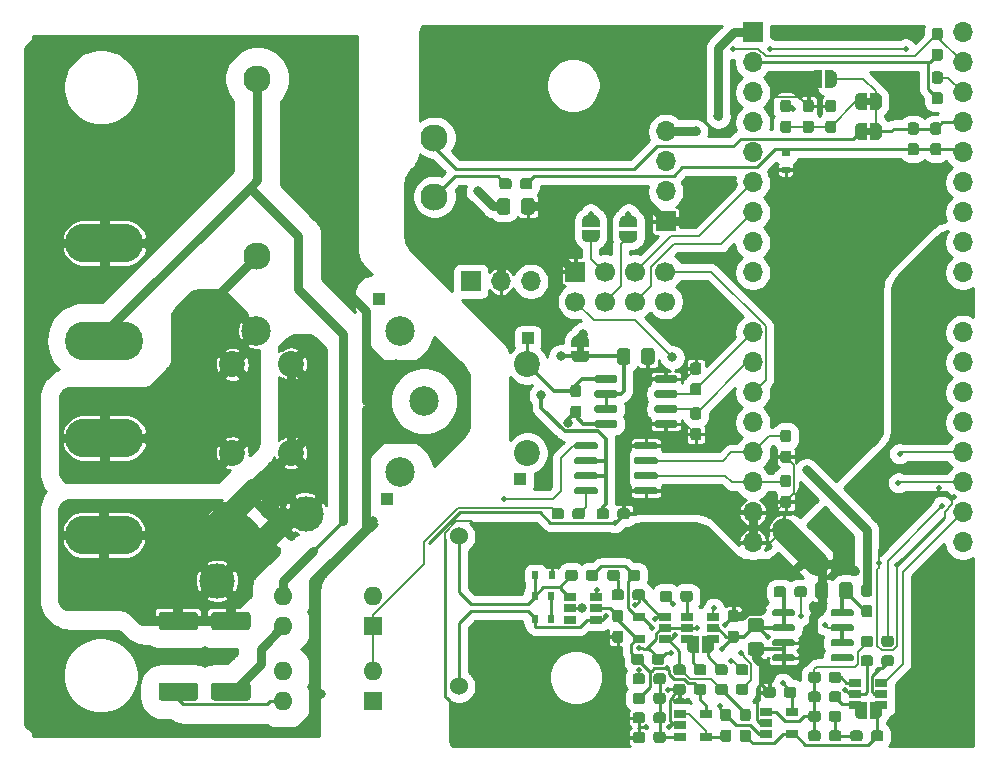
<source format=gbr>
%TF.GenerationSoftware,KiCad,Pcbnew,5.1.9-1.fc32*%
%TF.CreationDate,2021-04-18T22:57:20+02:00*%
%TF.ProjectId,energy-meter,656e6572-6779-42d6-9d65-7465722e6b69,rev?*%
%TF.SameCoordinates,Original*%
%TF.FileFunction,Copper,L1,Top*%
%TF.FilePolarity,Positive*%
%FSLAX46Y46*%
G04 Gerber Fmt 4.6, Leading zero omitted, Abs format (unit mm)*
G04 Created by KiCad (PCBNEW 5.1.9-1.fc32) date 2021-04-18 22:57:20*
%MOMM*%
%LPD*%
G01*
G04 APERTURE LIST*
%TA.AperFunction,EtchedComponent*%
%ADD10C,0.100000*%
%TD*%
%TA.AperFunction,ComponentPad*%
%ADD11R,1.000000X1.000000*%
%TD*%
%TA.AperFunction,SMDPad,CuDef*%
%ADD12C,2.000000*%
%TD*%
%TA.AperFunction,SMDPad,CuDef*%
%ADD13C,0.100000*%
%TD*%
%TA.AperFunction,SMDPad,CuDef*%
%ADD14R,0.600000X0.700000*%
%TD*%
%TA.AperFunction,ComponentPad*%
%ADD15R,1.700000X1.700000*%
%TD*%
%TA.AperFunction,ComponentPad*%
%ADD16O,1.700000X1.700000*%
%TD*%
%TA.AperFunction,SMDPad,CuDef*%
%ADD17R,1.060000X0.650000*%
%TD*%
%TA.AperFunction,ComponentPad*%
%ADD18O,1.600000X1.600000*%
%TD*%
%TA.AperFunction,ComponentPad*%
%ADD19R,1.600000X1.600000*%
%TD*%
%TA.AperFunction,ComponentPad*%
%ADD20C,3.000000*%
%TD*%
%TA.AperFunction,ComponentPad*%
%ADD21C,2.500000*%
%TD*%
%TA.AperFunction,SMDPad,CuDef*%
%ADD22R,0.700000X0.600000*%
%TD*%
%TA.AperFunction,ComponentPad*%
%ADD23C,1.524000*%
%TD*%
%TA.AperFunction,ComponentPad*%
%ADD24O,6.600000X3.300000*%
%TD*%
%TA.AperFunction,ComponentPad*%
%ADD25C,2.200000*%
%TD*%
%TA.AperFunction,ComponentPad*%
%ADD26C,2.300000*%
%TD*%
%TA.AperFunction,ComponentPad*%
%ADD27C,1.700000*%
%TD*%
%TA.AperFunction,ViaPad*%
%ADD28C,0.500000*%
%TD*%
%TA.AperFunction,ViaPad*%
%ADD29C,0.800000*%
%TD*%
%TA.AperFunction,Conductor*%
%ADD30C,0.762000*%
%TD*%
%TA.AperFunction,Conductor*%
%ADD31C,0.300000*%
%TD*%
%TA.AperFunction,Conductor*%
%ADD32C,0.152400*%
%TD*%
%TA.AperFunction,Conductor*%
%ADD33C,0.254000*%
%TD*%
%TA.AperFunction,Conductor*%
%ADD34C,0.800000*%
%TD*%
%TA.AperFunction,Conductor*%
%ADD35C,0.100000*%
%TD*%
G04 APERTURE END LIST*
D10*
%TO.C,NT1*%
G36*
X168992893Y-136082680D02*
G01*
X171821320Y-138911107D01*
X170407107Y-140325320D01*
X167578680Y-137496893D01*
X168992893Y-136082680D01*
G37*
%TO.C,NT3*%
G36*
X122493680Y-138022107D02*
G01*
X125322107Y-135193680D01*
X126736320Y-136607893D01*
X123907893Y-139436320D01*
X122493680Y-138022107D01*
G37*
%TO.C,NT2*%
G36*
X119953680Y-135482107D02*
G01*
X122782107Y-132653680D01*
X124196320Y-134067893D01*
X121367893Y-136896320D01*
X119953680Y-135482107D01*
G37*
%TO.C,JP7*%
G36*
X175665000Y-100185000D02*
G01*
X175165000Y-100185000D01*
X175165000Y-100785000D01*
X175665000Y-100785000D01*
X175665000Y-100185000D01*
G37*
%TO.C,JP6*%
G36*
X175165000Y-103325000D02*
G01*
X175665000Y-103325000D01*
X175665000Y-102725000D01*
X175165000Y-102725000D01*
X175165000Y-103325000D01*
G37*
%TO.C,JP1*%
G36*
X151331000Y-121690000D02*
G01*
X151331000Y-121190000D01*
X150731000Y-121190000D01*
X150731000Y-121690000D01*
X151331000Y-121690000D01*
G37*
%TD*%
D11*
%TO.P,TP4,1*%
%TO.N,/coil+*%
X146586000Y-120551000D03*
%TD*%
%TO.P,TP3,1*%
%TO.N,/coil-*%
X145951000Y-132489000D03*
%TD*%
%TO.P,TP5,1*%
%TO.N,Net-(K2-Pad6)*%
X134648000Y-134140000D03*
%TD*%
%TO.P,TP6,1*%
%TO.N,Net-(K2-Pad2)*%
X134013000Y-117249000D03*
%TD*%
D12*
%TO.P,NT1,2*%
%TO.N,GNDA*%
X171114214Y-139618214D03*
%TO.P,NT1,1*%
%TO.N,GND*%
X168285786Y-136789786D03*
%TD*%
%TA.AperFunction,SMDPad,CuDef*%
D13*
%TO.P,JP11,2*%
%TO.N,Net-(JP11-Pad2)*%
G36*
X160541000Y-147208398D02*
G01*
X160516466Y-147208398D01*
X160467635Y-147203588D01*
X160419510Y-147194016D01*
X160372555Y-147179772D01*
X160327222Y-147160995D01*
X160283949Y-147137864D01*
X160243150Y-147110604D01*
X160205221Y-147079476D01*
X160170524Y-147044779D01*
X160139396Y-147006850D01*
X160112136Y-146966051D01*
X160089005Y-146922778D01*
X160070228Y-146877445D01*
X160055984Y-146830490D01*
X160046412Y-146782365D01*
X160041602Y-146733534D01*
X160041602Y-146709000D01*
X160041000Y-146709000D01*
X160041000Y-146209000D01*
X160041602Y-146209000D01*
X160041602Y-146184466D01*
X160046412Y-146135635D01*
X160055984Y-146087510D01*
X160070228Y-146040555D01*
X160089005Y-145995222D01*
X160112136Y-145951949D01*
X160139396Y-145911150D01*
X160170524Y-145873221D01*
X160205221Y-145838524D01*
X160243150Y-145807396D01*
X160283949Y-145780136D01*
X160327222Y-145757005D01*
X160372555Y-145738228D01*
X160419510Y-145723984D01*
X160467635Y-145714412D01*
X160516466Y-145709602D01*
X160541000Y-145709602D01*
X160541000Y-145709000D01*
X161041000Y-145709000D01*
X161041000Y-147209000D01*
X160541000Y-147209000D01*
X160541000Y-147208398D01*
G37*
%TD.AperFunction*%
%TA.AperFunction,SMDPad,CuDef*%
%TO.P,JP11,1*%
%TO.N,Net-(C13-Pad2)*%
G36*
X161341000Y-145709000D02*
G01*
X161841000Y-145709000D01*
X161841000Y-145709602D01*
X161865534Y-145709602D01*
X161914365Y-145714412D01*
X161962490Y-145723984D01*
X162009445Y-145738228D01*
X162054778Y-145757005D01*
X162098051Y-145780136D01*
X162138850Y-145807396D01*
X162176779Y-145838524D01*
X162211476Y-145873221D01*
X162242604Y-145911150D01*
X162269864Y-145951949D01*
X162292995Y-145995222D01*
X162311772Y-146040555D01*
X162326016Y-146087510D01*
X162335588Y-146135635D01*
X162340398Y-146184466D01*
X162340398Y-146209000D01*
X162341000Y-146209000D01*
X162341000Y-146709000D01*
X162340398Y-146709000D01*
X162340398Y-146733534D01*
X162335588Y-146782365D01*
X162326016Y-146830490D01*
X162311772Y-146877445D01*
X162292995Y-146922778D01*
X162269864Y-146966051D01*
X162242604Y-147006850D01*
X162211476Y-147044779D01*
X162176779Y-147079476D01*
X162138850Y-147110604D01*
X162098051Y-147137864D01*
X162054778Y-147160995D01*
X162009445Y-147179772D01*
X161962490Y-147194016D01*
X161914365Y-147203588D01*
X161865534Y-147208398D01*
X161841000Y-147208398D01*
X161841000Y-147209000D01*
X161341000Y-147209000D01*
X161341000Y-145709000D01*
G37*
%TD.AperFunction*%
%TD*%
%TA.AperFunction,SMDPad,CuDef*%
%TO.P,JP12,2*%
%TO.N,Net-(JP12-Pad2)*%
G36*
X174765000Y-152796398D02*
G01*
X174740466Y-152796398D01*
X174691635Y-152791588D01*
X174643510Y-152782016D01*
X174596555Y-152767772D01*
X174551222Y-152748995D01*
X174507949Y-152725864D01*
X174467150Y-152698604D01*
X174429221Y-152667476D01*
X174394524Y-152632779D01*
X174363396Y-152594850D01*
X174336136Y-152554051D01*
X174313005Y-152510778D01*
X174294228Y-152465445D01*
X174279984Y-152418490D01*
X174270412Y-152370365D01*
X174265602Y-152321534D01*
X174265602Y-152297000D01*
X174265000Y-152297000D01*
X174265000Y-151797000D01*
X174265602Y-151797000D01*
X174265602Y-151772466D01*
X174270412Y-151723635D01*
X174279984Y-151675510D01*
X174294228Y-151628555D01*
X174313005Y-151583222D01*
X174336136Y-151539949D01*
X174363396Y-151499150D01*
X174394524Y-151461221D01*
X174429221Y-151426524D01*
X174467150Y-151395396D01*
X174507949Y-151368136D01*
X174551222Y-151345005D01*
X174596555Y-151326228D01*
X174643510Y-151311984D01*
X174691635Y-151302412D01*
X174740466Y-151297602D01*
X174765000Y-151297602D01*
X174765000Y-151297000D01*
X175265000Y-151297000D01*
X175265000Y-152797000D01*
X174765000Y-152797000D01*
X174765000Y-152796398D01*
G37*
%TD.AperFunction*%
%TA.AperFunction,SMDPad,CuDef*%
%TO.P,JP12,1*%
%TO.N,Net-(JP12-Pad1)*%
G36*
X175565000Y-151297000D02*
G01*
X176065000Y-151297000D01*
X176065000Y-151297602D01*
X176089534Y-151297602D01*
X176138365Y-151302412D01*
X176186490Y-151311984D01*
X176233445Y-151326228D01*
X176278778Y-151345005D01*
X176322051Y-151368136D01*
X176362850Y-151395396D01*
X176400779Y-151426524D01*
X176435476Y-151461221D01*
X176466604Y-151499150D01*
X176493864Y-151539949D01*
X176516995Y-151583222D01*
X176535772Y-151628555D01*
X176550016Y-151675510D01*
X176559588Y-151723635D01*
X176564398Y-151772466D01*
X176564398Y-151797000D01*
X176565000Y-151797000D01*
X176565000Y-152297000D01*
X176564398Y-152297000D01*
X176564398Y-152321534D01*
X176559588Y-152370365D01*
X176550016Y-152418490D01*
X176535772Y-152465445D01*
X176516995Y-152510778D01*
X176493864Y-152554051D01*
X176466604Y-152594850D01*
X176435476Y-152632779D01*
X176400779Y-152667476D01*
X176362850Y-152698604D01*
X176322051Y-152725864D01*
X176278778Y-152748995D01*
X176233445Y-152767772D01*
X176186490Y-152782016D01*
X176138365Y-152791588D01*
X176089534Y-152796398D01*
X176065000Y-152796398D01*
X176065000Y-152797000D01*
X175565000Y-152797000D01*
X175565000Y-151297000D01*
G37*
%TD.AperFunction*%
%TD*%
D14*
%TO.P,D6,1*%
%TO.N,/CURRENT0*%
X147218000Y-140617000D03*
%TO.P,D6,2*%
%TO.N,GNDA*%
X148618000Y-140617000D03*
%TD*%
D15*
%TO.P,U9,1*%
%TO.N,+5V*%
X165636000Y-94643000D03*
D16*
%TO.P,U9,2*%
%TO.N,+3V3*%
X165636000Y-97183000D03*
%TO.P,U9,3*%
%TO.N,Net-(U9-Pad3)*%
X165636000Y-99723000D03*
%TO.P,U9,4*%
%TO.N,Net-(U9-Pad4)*%
X165636000Y-102263000D03*
%TO.P,U9,5*%
%TO.N,Net-(U9-Pad5)*%
X165636000Y-104803000D03*
%TO.P,U9,6*%
%TO.N,/PINENUT_IO8_BOOT*%
X165636000Y-107343000D03*
%TO.P,U9,7*%
%TO.N,/PINENUT_RST*%
X165636000Y-109883000D03*
%TO.P,U9,8*%
%TO.N,Net-(U9-Pad8)*%
X165636000Y-112423000D03*
%TO.P,U9,9*%
%TO.N,Net-(U9-Pad9)*%
X165636000Y-114963000D03*
%TO.P,U9,11*%
%TO.N,/RELAY_SET*%
X165636000Y-120043000D03*
%TO.P,U9,12*%
%TO.N,/RELAY_RESET*%
X165636000Y-122583000D03*
%TO.P,U9,13*%
%TO.N,/PINENUT_RX*%
X165636000Y-125123000D03*
%TO.P,U9,14*%
%TO.N,/PINENUT_TX*%
X165636000Y-127663000D03*
%TO.P,U9,15*%
%TO.N,/ENA_470k*%
X165636000Y-130203000D03*
%TO.P,U9,16*%
%TO.N,/ENA_27k*%
X165636000Y-132743000D03*
%TO.P,U9,17*%
%TO.N,GND*%
X165636000Y-135283000D03*
%TO.P,U9,18*%
X165636000Y-137823000D03*
%TO.P,U9,19*%
%TO.N,Net-(U9-Pad19)*%
X183416000Y-137823000D03*
%TO.P,U9,20*%
%TO.N,/ENA_100x*%
X183416000Y-135283000D03*
%TO.P,U9,21*%
%TO.N,/ENA_1000x*%
X183416000Y-132743000D03*
%TO.P,U9,22*%
%TO.N,/SHORT_CURRENT*%
X183416000Y-130203000D03*
%TO.P,U9,23*%
%TO.N,/CURRENT_OUT1*%
X183416000Y-127663000D03*
%TO.P,U9,24*%
%TO.N,/CURRENT_OUT0*%
X183416000Y-125123000D03*
%TO.P,U9,25*%
%TO.N,Net-(U9-Pad25)*%
X183416000Y-122583000D03*
%TO.P,U9,26*%
%TO.N,Net-(U9-Pad26)*%
X183416000Y-120043000D03*
%TO.P,U9,28*%
%TO.N,/TUNE_OFFSET*%
X183416000Y-114963000D03*
%TO.P,U9,29*%
%TO.N,/BIAS_MCU*%
X183416000Y-112423000D03*
%TO.P,U9,30*%
%TO.N,Net-(U9-Pad30)*%
X183416000Y-109883000D03*
%TO.P,U9,31*%
%TO.N,Net-(U9-Pad31)*%
X183416000Y-107343000D03*
%TO.P,U9,32*%
%TO.N,/VOLTAGE0*%
X183416000Y-104803000D03*
%TO.P,U9,33*%
%TO.N,/VOLTAGE1B*%
X183416000Y-102263000D03*
%TO.P,U9,34*%
%TO.N,/SCL*%
X183416000Y-99723000D03*
%TO.P,U9,35*%
%TO.N,/SDA*%
X183416000Y-97183000D03*
%TO.P,U9,36*%
%TO.N,Net-(U9-Pad36)*%
X183416000Y-94643000D03*
%TD*%
D17*
%TO.P,U12,5*%
%TO.N,VDDA*%
X168980000Y-152174000D03*
%TO.P,U12,4*%
%TO.N,Net-(JP12-Pad1)*%
X168980000Y-154074000D03*
%TO.P,U12,3*%
%TO.N,/CURRENT1*%
X166780000Y-154074000D03*
%TO.P,U12,2*%
%TO.N,GNDA*%
X166780000Y-153124000D03*
%TO.P,U12,1*%
%TO.N,Net-(C18-Pad2)*%
X166780000Y-152174000D03*
%TD*%
%TO.P,U11,5*%
%TO.N,VDDA*%
X176515000Y-150650000D03*
%TO.P,U11,6*%
%TO.N,/ENA_100x*%
X176515000Y-149700000D03*
%TO.P,U11,4*%
%TO.N,Net-(JP12-Pad1)*%
X176515000Y-151600000D03*
%TO.P,U11,3*%
%TO.N,Net-(JP12-Pad2)*%
X174315000Y-151600000D03*
%TO.P,U11,2*%
%TO.N,GNDA*%
X174315000Y-150650000D03*
%TO.P,U11,1*%
%TO.N,Net-(R26-Pad2)*%
X174315000Y-149700000D03*
%TD*%
%TO.P,U10,5*%
%TO.N,VDDA*%
X156027000Y-146012000D03*
%TO.P,U10,4*%
%TO.N,Net-(C13-Pad2)*%
X156027000Y-144112000D03*
%TO.P,U10,3*%
%TO.N,/CURRENT1*%
X158227000Y-144112000D03*
%TO.P,U10,2*%
%TO.N,GNDA*%
X158227000Y-145062000D03*
%TO.P,U10,1*%
%TO.N,Net-(R20-Pad1)*%
X158227000Y-146012000D03*
%TD*%
%TO.P,U8,5*%
%TO.N,VDDA*%
X152385000Y-143411000D03*
%TO.P,U8,6*%
%TO.N,/SHORT_CURRENT*%
X152385000Y-142461000D03*
%TO.P,U8,4*%
%TO.N,/CURRENT1*%
X152385000Y-144361000D03*
%TO.P,U8,3*%
%TO.N,Net-(U8-Pad3)*%
X150185000Y-144361000D03*
%TO.P,U8,2*%
%TO.N,GNDA*%
X150185000Y-143411000D03*
%TO.P,U8,1*%
%TO.N,/CURRENT0*%
X150185000Y-142461000D03*
%TD*%
%TO.P,U7,8*%
%TO.N,Net-(C7-Pad1)*%
%TA.AperFunction,SMDPad,CuDef*%
G36*
G01*
X172216000Y-143942000D02*
X172216000Y-143642000D01*
G75*
G02*
X172366000Y-143492000I150000J0D01*
G01*
X174016000Y-143492000D01*
G75*
G02*
X174166000Y-143642000I0J-150000D01*
G01*
X174166000Y-143942000D01*
G75*
G02*
X174016000Y-144092000I-150000J0D01*
G01*
X172366000Y-144092000D01*
G75*
G02*
X172216000Y-143942000I0J150000D01*
G01*
G37*
%TD.AperFunction*%
%TO.P,U7,7*%
%TO.N,Net-(C10-Pad2)*%
%TA.AperFunction,SMDPad,CuDef*%
G36*
G01*
X172216000Y-145212000D02*
X172216000Y-144912000D01*
G75*
G02*
X172366000Y-144762000I150000J0D01*
G01*
X174016000Y-144762000D01*
G75*
G02*
X174166000Y-144912000I0J-150000D01*
G01*
X174166000Y-145212000D01*
G75*
G02*
X174016000Y-145362000I-150000J0D01*
G01*
X172366000Y-145362000D01*
G75*
G02*
X172216000Y-145212000I0J150000D01*
G01*
G37*
%TD.AperFunction*%
%TO.P,U7,6*%
%TA.AperFunction,SMDPad,CuDef*%
G36*
G01*
X172216000Y-146482000D02*
X172216000Y-146182000D01*
G75*
G02*
X172366000Y-146032000I150000J0D01*
G01*
X174016000Y-146032000D01*
G75*
G02*
X174166000Y-146182000I0J-150000D01*
G01*
X174166000Y-146482000D01*
G75*
G02*
X174016000Y-146632000I-150000J0D01*
G01*
X172366000Y-146632000D01*
G75*
G02*
X172216000Y-146482000I0J150000D01*
G01*
G37*
%TD.AperFunction*%
%TO.P,U7,5*%
%TO.N,Net-(U7-Pad5)*%
%TA.AperFunction,SMDPad,CuDef*%
G36*
G01*
X172216000Y-147752000D02*
X172216000Y-147452000D01*
G75*
G02*
X172366000Y-147302000I150000J0D01*
G01*
X174016000Y-147302000D01*
G75*
G02*
X174166000Y-147452000I0J-150000D01*
G01*
X174166000Y-147752000D01*
G75*
G02*
X174016000Y-147902000I-150000J0D01*
G01*
X172366000Y-147902000D01*
G75*
G02*
X172216000Y-147752000I0J150000D01*
G01*
G37*
%TD.AperFunction*%
%TO.P,U7,4*%
%TO.N,GNDA*%
%TA.AperFunction,SMDPad,CuDef*%
G36*
G01*
X167266000Y-147752000D02*
X167266000Y-147452000D01*
G75*
G02*
X167416000Y-147302000I150000J0D01*
G01*
X169066000Y-147302000D01*
G75*
G02*
X169216000Y-147452000I0J-150000D01*
G01*
X169216000Y-147752000D01*
G75*
G02*
X169066000Y-147902000I-150000J0D01*
G01*
X167416000Y-147902000D01*
G75*
G02*
X167266000Y-147752000I0J150000D01*
G01*
G37*
%TD.AperFunction*%
%TO.P,U7,3*%
%TA.AperFunction,SMDPad,CuDef*%
G36*
G01*
X167266000Y-146482000D02*
X167266000Y-146182000D01*
G75*
G02*
X167416000Y-146032000I150000J0D01*
G01*
X169066000Y-146032000D01*
G75*
G02*
X169216000Y-146182000I0J-150000D01*
G01*
X169216000Y-146482000D01*
G75*
G02*
X169066000Y-146632000I-150000J0D01*
G01*
X167416000Y-146632000D01*
G75*
G02*
X167266000Y-146482000I0J150000D01*
G01*
G37*
%TD.AperFunction*%
%TO.P,U7,2*%
%TO.N,VDDA*%
%TA.AperFunction,SMDPad,CuDef*%
G36*
G01*
X167266000Y-145212000D02*
X167266000Y-144912000D01*
G75*
G02*
X167416000Y-144762000I150000J0D01*
G01*
X169066000Y-144762000D01*
G75*
G02*
X169216000Y-144912000I0J-150000D01*
G01*
X169216000Y-145212000D01*
G75*
G02*
X169066000Y-145362000I-150000J0D01*
G01*
X167416000Y-145362000D01*
G75*
G02*
X167266000Y-145212000I0J150000D01*
G01*
G37*
%TD.AperFunction*%
%TO.P,U7,1*%
%TA.AperFunction,SMDPad,CuDef*%
G36*
G01*
X167266000Y-143942000D02*
X167266000Y-143642000D01*
G75*
G02*
X167416000Y-143492000I150000J0D01*
G01*
X169066000Y-143492000D01*
G75*
G02*
X169216000Y-143642000I0J-150000D01*
G01*
X169216000Y-143942000D01*
G75*
G02*
X169066000Y-144092000I-150000J0D01*
G01*
X167416000Y-144092000D01*
G75*
G02*
X167266000Y-143942000I0J150000D01*
G01*
G37*
%TD.AperFunction*%
%TD*%
%TO.P,R27,2*%
%TO.N,Net-(C18-Pad2)*%
%TA.AperFunction,SMDPad,CuDef*%
G36*
G01*
X175827000Y-145967500D02*
X175827000Y-146442500D01*
G75*
G02*
X175589500Y-146680000I-237500J0D01*
G01*
X175014500Y-146680000D01*
G75*
G02*
X174777000Y-146442500I0J237500D01*
G01*
X174777000Y-145967500D01*
G75*
G02*
X175014500Y-145730000I237500J0D01*
G01*
X175589500Y-145730000D01*
G75*
G02*
X175827000Y-145967500I0J-237500D01*
G01*
G37*
%TD.AperFunction*%
%TO.P,R27,1*%
%TO.N,/CURRENT_OUT1*%
%TA.AperFunction,SMDPad,CuDef*%
G36*
G01*
X177577000Y-145967500D02*
X177577000Y-146442500D01*
G75*
G02*
X177339500Y-146680000I-237500J0D01*
G01*
X176764500Y-146680000D01*
G75*
G02*
X176527000Y-146442500I0J237500D01*
G01*
X176527000Y-145967500D01*
G75*
G02*
X176764500Y-145730000I237500J0D01*
G01*
X177339500Y-145730000D01*
G75*
G02*
X177577000Y-145967500I0J-237500D01*
G01*
G37*
%TD.AperFunction*%
%TD*%
%TO.P,R26,2*%
%TO.N,Net-(R26-Pad2)*%
%TA.AperFunction,SMDPad,CuDef*%
G36*
G01*
X172082000Y-149490500D02*
X172082000Y-149015500D01*
G75*
G02*
X172319500Y-148778000I237500J0D01*
G01*
X172894500Y-148778000D01*
G75*
G02*
X173132000Y-149015500I0J-237500D01*
G01*
X173132000Y-149490500D01*
G75*
G02*
X172894500Y-149728000I-237500J0D01*
G01*
X172319500Y-149728000D01*
G75*
G02*
X172082000Y-149490500I0J237500D01*
G01*
G37*
%TD.AperFunction*%
%TO.P,R26,1*%
%TO.N,Net-(C18-Pad2)*%
%TA.AperFunction,SMDPad,CuDef*%
G36*
G01*
X170332000Y-149490500D02*
X170332000Y-149015500D01*
G75*
G02*
X170569500Y-148778000I237500J0D01*
G01*
X171144500Y-148778000D01*
G75*
G02*
X171382000Y-149015500I0J-237500D01*
G01*
X171382000Y-149490500D01*
G75*
G02*
X171144500Y-149728000I-237500J0D01*
G01*
X170569500Y-149728000D01*
G75*
G02*
X170332000Y-149490500I0J237500D01*
G01*
G37*
%TD.AperFunction*%
%TD*%
%TO.P,R25,2*%
%TO.N,Net-(JP12-Pad2)*%
%TA.AperFunction,SMDPad,CuDef*%
G36*
G01*
X172082000Y-151141500D02*
X172082000Y-150666500D01*
G75*
G02*
X172319500Y-150429000I237500J0D01*
G01*
X172894500Y-150429000D01*
G75*
G02*
X173132000Y-150666500I0J-237500D01*
G01*
X173132000Y-151141500D01*
G75*
G02*
X172894500Y-151379000I-237500J0D01*
G01*
X172319500Y-151379000D01*
G75*
G02*
X172082000Y-151141500I0J237500D01*
G01*
G37*
%TD.AperFunction*%
%TO.P,R25,1*%
%TO.N,Net-(C18-Pad2)*%
%TA.AperFunction,SMDPad,CuDef*%
G36*
G01*
X170332000Y-151141500D02*
X170332000Y-150666500D01*
G75*
G02*
X170569500Y-150429000I237500J0D01*
G01*
X171144500Y-150429000D01*
G75*
G02*
X171382000Y-150666500I0J-237500D01*
G01*
X171382000Y-151141500D01*
G75*
G02*
X171144500Y-151379000I-237500J0D01*
G01*
X170569500Y-151379000D01*
G75*
G02*
X170332000Y-151141500I0J237500D01*
G01*
G37*
%TD.AperFunction*%
%TD*%
%TO.P,R24,2*%
%TO.N,Net-(JP12-Pad1)*%
%TA.AperFunction,SMDPad,CuDef*%
G36*
G01*
X175638000Y-154443500D02*
X175638000Y-153968500D01*
G75*
G02*
X175875500Y-153731000I237500J0D01*
G01*
X176450500Y-153731000D01*
G75*
G02*
X176688000Y-153968500I0J-237500D01*
G01*
X176688000Y-154443500D01*
G75*
G02*
X176450500Y-154681000I-237500J0D01*
G01*
X175875500Y-154681000D01*
G75*
G02*
X175638000Y-154443500I0J237500D01*
G01*
G37*
%TD.AperFunction*%
%TO.P,R24,1*%
%TO.N,Net-(C18-Pad1)*%
%TA.AperFunction,SMDPad,CuDef*%
G36*
G01*
X173888000Y-154443500D02*
X173888000Y-153968500D01*
G75*
G02*
X174125500Y-153731000I237500J0D01*
G01*
X174700500Y-153731000D01*
G75*
G02*
X174938000Y-153968500I0J-237500D01*
G01*
X174938000Y-154443500D01*
G75*
G02*
X174700500Y-154681000I-237500J0D01*
G01*
X174125500Y-154681000D01*
G75*
G02*
X173888000Y-154443500I0J237500D01*
G01*
G37*
%TD.AperFunction*%
%TD*%
%TO.P,R23,2*%
%TO.N,Net-(R20-Pad1)*%
%TA.AperFunction,SMDPad,CuDef*%
G36*
G01*
X165238500Y-152967000D02*
X164763500Y-152967000D01*
G75*
G02*
X164526000Y-152729500I0J237500D01*
G01*
X164526000Y-152154500D01*
G75*
G02*
X164763500Y-151917000I237500J0D01*
G01*
X165238500Y-151917000D01*
G75*
G02*
X165476000Y-152154500I0J-237500D01*
G01*
X165476000Y-152729500D01*
G75*
G02*
X165238500Y-152967000I-237500J0D01*
G01*
G37*
%TD.AperFunction*%
%TO.P,R23,1*%
%TO.N,Net-(JP12-Pad1)*%
%TA.AperFunction,SMDPad,CuDef*%
G36*
G01*
X165238500Y-154717000D02*
X164763500Y-154717000D01*
G75*
G02*
X164526000Y-154479500I0J237500D01*
G01*
X164526000Y-153904500D01*
G75*
G02*
X164763500Y-153667000I237500J0D01*
G01*
X165238500Y-153667000D01*
G75*
G02*
X165476000Y-153904500I0J-237500D01*
G01*
X165476000Y-154479500D01*
G75*
G02*
X165238500Y-154717000I-237500J0D01*
G01*
G37*
%TD.AperFunction*%
%TD*%
%TO.P,R22,2*%
%TO.N,Net-(R20-Pad1)*%
%TA.AperFunction,SMDPad,CuDef*%
G36*
G01*
X163508000Y-150031500D02*
X163508000Y-150506500D01*
G75*
G02*
X163270500Y-150744000I-237500J0D01*
G01*
X162695500Y-150744000D01*
G75*
G02*
X162458000Y-150506500I0J237500D01*
G01*
X162458000Y-150031500D01*
G75*
G02*
X162695500Y-149794000I237500J0D01*
G01*
X163270500Y-149794000D01*
G75*
G02*
X163508000Y-150031500I0J-237500D01*
G01*
G37*
%TD.AperFunction*%
%TO.P,R22,1*%
%TO.N,/CURRENT_OUT0*%
%TA.AperFunction,SMDPad,CuDef*%
G36*
G01*
X165258000Y-150031500D02*
X165258000Y-150506500D01*
G75*
G02*
X165020500Y-150744000I-237500J0D01*
G01*
X164445500Y-150744000D01*
G75*
G02*
X164208000Y-150506500I0J237500D01*
G01*
X164208000Y-150031500D01*
G75*
G02*
X164445500Y-149794000I237500J0D01*
G01*
X165020500Y-149794000D01*
G75*
G02*
X165258000Y-150031500I0J-237500D01*
G01*
G37*
%TD.AperFunction*%
%TD*%
%TO.P,R21,2*%
%TO.N,Net-(R21-Pad2)*%
%TA.AperFunction,SMDPad,CuDef*%
G36*
G01*
X159509000Y-142632500D02*
X159509000Y-142157500D01*
G75*
G02*
X159746500Y-141920000I237500J0D01*
G01*
X160321500Y-141920000D01*
G75*
G02*
X160559000Y-142157500I0J-237500D01*
G01*
X160559000Y-142632500D01*
G75*
G02*
X160321500Y-142870000I-237500J0D01*
G01*
X159746500Y-142870000D01*
G75*
G02*
X159509000Y-142632500I0J237500D01*
G01*
G37*
%TD.AperFunction*%
%TO.P,R21,1*%
%TO.N,Net-(R20-Pad1)*%
%TA.AperFunction,SMDPad,CuDef*%
G36*
G01*
X157759000Y-142632500D02*
X157759000Y-142157500D01*
G75*
G02*
X157996500Y-141920000I237500J0D01*
G01*
X158571500Y-141920000D01*
G75*
G02*
X158809000Y-142157500I0J-237500D01*
G01*
X158809000Y-142632500D01*
G75*
G02*
X158571500Y-142870000I-237500J0D01*
G01*
X157996500Y-142870000D01*
G75*
G02*
X157759000Y-142632500I0J237500D01*
G01*
G37*
%TD.AperFunction*%
%TD*%
%TO.P,R20,2*%
%TO.N,Net-(JP11-Pad2)*%
%TA.AperFunction,SMDPad,CuDef*%
G36*
G01*
X160652000Y-148855500D02*
X160652000Y-148380500D01*
G75*
G02*
X160889500Y-148143000I237500J0D01*
G01*
X161464500Y-148143000D01*
G75*
G02*
X161702000Y-148380500I0J-237500D01*
G01*
X161702000Y-148855500D01*
G75*
G02*
X161464500Y-149093000I-237500J0D01*
G01*
X160889500Y-149093000D01*
G75*
G02*
X160652000Y-148855500I0J237500D01*
G01*
G37*
%TD.AperFunction*%
%TO.P,R20,1*%
%TO.N,Net-(R20-Pad1)*%
%TA.AperFunction,SMDPad,CuDef*%
G36*
G01*
X158902000Y-148855500D02*
X158902000Y-148380500D01*
G75*
G02*
X159139500Y-148143000I237500J0D01*
G01*
X159714500Y-148143000D01*
G75*
G02*
X159952000Y-148380500I0J-237500D01*
G01*
X159952000Y-148855500D01*
G75*
G02*
X159714500Y-149093000I-237500J0D01*
G01*
X159139500Y-149093000D01*
G75*
G02*
X158902000Y-148855500I0J237500D01*
G01*
G37*
%TD.AperFunction*%
%TD*%
%TO.P,R19,2*%
%TO.N,Net-(C13-Pad1)*%
%TA.AperFunction,SMDPad,CuDef*%
G36*
G01*
X154745000Y-142030500D02*
X154745000Y-142505500D01*
G75*
G02*
X154507500Y-142743000I-237500J0D01*
G01*
X153932500Y-142743000D01*
G75*
G02*
X153695000Y-142505500I0J237500D01*
G01*
X153695000Y-142030500D01*
G75*
G02*
X153932500Y-141793000I237500J0D01*
G01*
X154507500Y-141793000D01*
G75*
G02*
X154745000Y-142030500I0J-237500D01*
G01*
G37*
%TD.AperFunction*%
%TO.P,R19,1*%
%TO.N,/CURRENT1*%
%TA.AperFunction,SMDPad,CuDef*%
G36*
G01*
X156495000Y-142030500D02*
X156495000Y-142505500D01*
G75*
G02*
X156257500Y-142743000I-237500J0D01*
G01*
X155682500Y-142743000D01*
G75*
G02*
X155445000Y-142505500I0J237500D01*
G01*
X155445000Y-142030500D01*
G75*
G02*
X155682500Y-141793000I237500J0D01*
G01*
X156257500Y-141793000D01*
G75*
G02*
X156495000Y-142030500I0J-237500D01*
G01*
G37*
%TD.AperFunction*%
%TD*%
%TO.P,R18,2*%
%TO.N,/CURRENT0*%
%TA.AperFunction,SMDPad,CuDef*%
G36*
G01*
X150808000Y-140379500D02*
X150808000Y-140854500D01*
G75*
G02*
X150570500Y-141092000I-237500J0D01*
G01*
X149995500Y-141092000D01*
G75*
G02*
X149758000Y-140854500I0J237500D01*
G01*
X149758000Y-140379500D01*
G75*
G02*
X149995500Y-140142000I237500J0D01*
G01*
X150570500Y-140142000D01*
G75*
G02*
X150808000Y-140379500I0J-237500D01*
G01*
G37*
%TD.AperFunction*%
%TO.P,R18,1*%
%TO.N,Net-(C13-Pad2)*%
%TA.AperFunction,SMDPad,CuDef*%
G36*
G01*
X152558000Y-140379500D02*
X152558000Y-140854500D01*
G75*
G02*
X152320500Y-141092000I-237500J0D01*
G01*
X151745500Y-141092000D01*
G75*
G02*
X151508000Y-140854500I0J237500D01*
G01*
X151508000Y-140379500D01*
G75*
G02*
X151745500Y-140142000I237500J0D01*
G01*
X152320500Y-140142000D01*
G75*
G02*
X152558000Y-140379500I0J-237500D01*
G01*
G37*
%TD.AperFunction*%
%TD*%
%TO.P,R17,2*%
%TO.N,/TUNE_OFFSET*%
%TA.AperFunction,SMDPad,CuDef*%
G36*
G01*
X164208000Y-148855500D02*
X164208000Y-148380500D01*
G75*
G02*
X164445500Y-148143000I237500J0D01*
G01*
X165020500Y-148143000D01*
G75*
G02*
X165258000Y-148380500I0J-237500D01*
G01*
X165258000Y-148855500D01*
G75*
G02*
X165020500Y-149093000I-237500J0D01*
G01*
X164445500Y-149093000D01*
G75*
G02*
X164208000Y-148855500I0J237500D01*
G01*
G37*
%TD.AperFunction*%
%TO.P,R17,1*%
%TO.N,Net-(C13-Pad2)*%
%TA.AperFunction,SMDPad,CuDef*%
G36*
G01*
X162458000Y-148855500D02*
X162458000Y-148380500D01*
G75*
G02*
X162695500Y-148143000I237500J0D01*
G01*
X163270500Y-148143000D01*
G75*
G02*
X163508000Y-148380500I0J-237500D01*
G01*
X163508000Y-148855500D01*
G75*
G02*
X163270500Y-149093000I-237500J0D01*
G01*
X162695500Y-149093000D01*
G75*
G02*
X162458000Y-148855500I0J237500D01*
G01*
G37*
%TD.AperFunction*%
%TD*%
%TO.P,R16,2*%
%TO.N,Net-(R16-Pad2)*%
%TA.AperFunction,SMDPad,CuDef*%
G36*
G01*
X163112500Y-153667000D02*
X163587500Y-153667000D01*
G75*
G02*
X163825000Y-153904500I0J-237500D01*
G01*
X163825000Y-154479500D01*
G75*
G02*
X163587500Y-154717000I-237500J0D01*
G01*
X163112500Y-154717000D01*
G75*
G02*
X162875000Y-154479500I0J237500D01*
G01*
X162875000Y-153904500D01*
G75*
G02*
X163112500Y-153667000I237500J0D01*
G01*
G37*
%TD.AperFunction*%
%TO.P,R16,1*%
%TO.N,/CURRENT1*%
%TA.AperFunction,SMDPad,CuDef*%
G36*
G01*
X163112500Y-151917000D02*
X163587500Y-151917000D01*
G75*
G02*
X163825000Y-152154500I0J-237500D01*
G01*
X163825000Y-152729500D01*
G75*
G02*
X163587500Y-152967000I-237500J0D01*
G01*
X163112500Y-152967000D01*
G75*
G02*
X162875000Y-152729500I0J237500D01*
G01*
X162875000Y-152154500D01*
G75*
G02*
X163112500Y-151917000I237500J0D01*
G01*
G37*
%TD.AperFunction*%
%TD*%
%TO.P,R15,2*%
%TO.N,GNDA*%
%TA.AperFunction,SMDPad,CuDef*%
G36*
G01*
X156523000Y-154095500D02*
X156523000Y-154570500D01*
G75*
G02*
X156285500Y-154808000I-237500J0D01*
G01*
X155710500Y-154808000D01*
G75*
G02*
X155473000Y-154570500I0J237500D01*
G01*
X155473000Y-154095500D01*
G75*
G02*
X155710500Y-153858000I237500J0D01*
G01*
X156285500Y-153858000D01*
G75*
G02*
X156523000Y-154095500I0J-237500D01*
G01*
G37*
%TD.AperFunction*%
%TO.P,R15,1*%
%TO.N,Net-(C8-Pad1)*%
%TA.AperFunction,SMDPad,CuDef*%
G36*
G01*
X158273000Y-154095500D02*
X158273000Y-154570500D01*
G75*
G02*
X158035500Y-154808000I-237500J0D01*
G01*
X157460500Y-154808000D01*
G75*
G02*
X157223000Y-154570500I0J237500D01*
G01*
X157223000Y-154095500D01*
G75*
G02*
X157460500Y-153858000I237500J0D01*
G01*
X158035500Y-153858000D01*
G75*
G02*
X158273000Y-154095500I0J-237500D01*
G01*
G37*
%TD.AperFunction*%
%TD*%
%TO.P,R14,2*%
%TO.N,Net-(C8-Pad1)*%
%TA.AperFunction,SMDPad,CuDef*%
G36*
G01*
X157223000Y-151268500D02*
X157223000Y-150793500D01*
G75*
G02*
X157460500Y-150556000I237500J0D01*
G01*
X158035500Y-150556000D01*
G75*
G02*
X158273000Y-150793500I0J-237500D01*
G01*
X158273000Y-151268500D01*
G75*
G02*
X158035500Y-151506000I-237500J0D01*
G01*
X157460500Y-151506000D01*
G75*
G02*
X157223000Y-151268500I0J237500D01*
G01*
G37*
%TD.AperFunction*%
%TO.P,R14,1*%
%TO.N,VDDA*%
%TA.AperFunction,SMDPad,CuDef*%
G36*
G01*
X155473000Y-151268500D02*
X155473000Y-150793500D01*
G75*
G02*
X155710500Y-150556000I237500J0D01*
G01*
X156285500Y-150556000D01*
G75*
G02*
X156523000Y-150793500I0J-237500D01*
G01*
X156523000Y-151268500D01*
G75*
G02*
X156285500Y-151506000I-237500J0D01*
G01*
X155710500Y-151506000D01*
G75*
G02*
X155473000Y-151268500I0J237500D01*
G01*
G37*
%TD.AperFunction*%
%TD*%
%TO.P,R13,2*%
%TO.N,/BIAS_MCU*%
%TA.AperFunction,SMDPad,CuDef*%
G36*
G01*
X156523000Y-149142500D02*
X156523000Y-149617500D01*
G75*
G02*
X156285500Y-149855000I-237500J0D01*
G01*
X155710500Y-149855000D01*
G75*
G02*
X155473000Y-149617500I0J237500D01*
G01*
X155473000Y-149142500D01*
G75*
G02*
X155710500Y-148905000I237500J0D01*
G01*
X156285500Y-148905000D01*
G75*
G02*
X156523000Y-149142500I0J-237500D01*
G01*
G37*
%TD.AperFunction*%
%TO.P,R13,1*%
%TO.N,Net-(C8-Pad1)*%
%TA.AperFunction,SMDPad,CuDef*%
G36*
G01*
X158273000Y-149142500D02*
X158273000Y-149617500D01*
G75*
G02*
X158035500Y-149855000I-237500J0D01*
G01*
X157460500Y-149855000D01*
G75*
G02*
X157223000Y-149617500I0J237500D01*
G01*
X157223000Y-149142500D01*
G75*
G02*
X157460500Y-148905000I237500J0D01*
G01*
X158035500Y-148905000D01*
G75*
G02*
X158273000Y-149142500I0J-237500D01*
G01*
G37*
%TD.AperFunction*%
%TD*%
%TO.P,FB1,2*%
%TO.N,+5V*%
%TA.AperFunction,SMDPad,CuDef*%
G36*
G01*
X175525500Y-142426000D02*
X175050500Y-142426000D01*
G75*
G02*
X174813000Y-142188500I0J237500D01*
G01*
X174813000Y-141613500D01*
G75*
G02*
X175050500Y-141376000I237500J0D01*
G01*
X175525500Y-141376000D01*
G75*
G02*
X175763000Y-141613500I0J-237500D01*
G01*
X175763000Y-142188500D01*
G75*
G02*
X175525500Y-142426000I-237500J0D01*
G01*
G37*
%TD.AperFunction*%
%TO.P,FB1,1*%
%TO.N,Net-(C7-Pad1)*%
%TA.AperFunction,SMDPad,CuDef*%
G36*
G01*
X175525500Y-144176000D02*
X175050500Y-144176000D01*
G75*
G02*
X174813000Y-143938500I0J237500D01*
G01*
X174813000Y-143363500D01*
G75*
G02*
X175050500Y-143126000I237500J0D01*
G01*
X175525500Y-143126000D01*
G75*
G02*
X175763000Y-143363500I0J-237500D01*
G01*
X175763000Y-143938500D01*
G75*
G02*
X175525500Y-144176000I-237500J0D01*
G01*
G37*
%TD.AperFunction*%
%TD*%
%TO.P,C19,2*%
%TO.N,Net-(C18-Pad2)*%
%TA.AperFunction,SMDPad,CuDef*%
G36*
G01*
X171382000Y-153968500D02*
X171382000Y-154443500D01*
G75*
G02*
X171144500Y-154681000I-237500J0D01*
G01*
X170569500Y-154681000D01*
G75*
G02*
X170332000Y-154443500I0J237500D01*
G01*
X170332000Y-153968500D01*
G75*
G02*
X170569500Y-153731000I237500J0D01*
G01*
X171144500Y-153731000D01*
G75*
G02*
X171382000Y-153968500I0J-237500D01*
G01*
G37*
%TD.AperFunction*%
%TO.P,C19,1*%
%TO.N,Net-(C18-Pad1)*%
%TA.AperFunction,SMDPad,CuDef*%
G36*
G01*
X173132000Y-153968500D02*
X173132000Y-154443500D01*
G75*
G02*
X172894500Y-154681000I-237500J0D01*
G01*
X172319500Y-154681000D01*
G75*
G02*
X172082000Y-154443500I0J237500D01*
G01*
X172082000Y-153968500D01*
G75*
G02*
X172319500Y-153731000I237500J0D01*
G01*
X172894500Y-153731000D01*
G75*
G02*
X173132000Y-153968500I0J-237500D01*
G01*
G37*
%TD.AperFunction*%
%TD*%
%TO.P,C18,2*%
%TO.N,Net-(C18-Pad2)*%
%TA.AperFunction,SMDPad,CuDef*%
G36*
G01*
X171382000Y-152317500D02*
X171382000Y-152792500D01*
G75*
G02*
X171144500Y-153030000I-237500J0D01*
G01*
X170569500Y-153030000D01*
G75*
G02*
X170332000Y-152792500I0J237500D01*
G01*
X170332000Y-152317500D01*
G75*
G02*
X170569500Y-152080000I237500J0D01*
G01*
X171144500Y-152080000D01*
G75*
G02*
X171382000Y-152317500I0J-237500D01*
G01*
G37*
%TD.AperFunction*%
%TO.P,C18,1*%
%TO.N,Net-(C18-Pad1)*%
%TA.AperFunction,SMDPad,CuDef*%
G36*
G01*
X173132000Y-152317500D02*
X173132000Y-152792500D01*
G75*
G02*
X172894500Y-153030000I-237500J0D01*
G01*
X172319500Y-153030000D01*
G75*
G02*
X172082000Y-152792500I0J237500D01*
G01*
X172082000Y-152317500D01*
G75*
G02*
X172319500Y-152080000I237500J0D01*
G01*
X172894500Y-152080000D01*
G75*
G02*
X173132000Y-152317500I0J-237500D01*
G01*
G37*
%TD.AperFunction*%
%TD*%
%TO.P,C17,2*%
%TO.N,GNDA*%
%TA.AperFunction,SMDPad,CuDef*%
G36*
G01*
X167572000Y-150285500D02*
X167572000Y-150760500D01*
G75*
G02*
X167334500Y-150998000I-237500J0D01*
G01*
X166759500Y-150998000D01*
G75*
G02*
X166522000Y-150760500I0J237500D01*
G01*
X166522000Y-150285500D01*
G75*
G02*
X166759500Y-150048000I237500J0D01*
G01*
X167334500Y-150048000D01*
G75*
G02*
X167572000Y-150285500I0J-237500D01*
G01*
G37*
%TD.AperFunction*%
%TO.P,C17,1*%
%TO.N,VDDA*%
%TA.AperFunction,SMDPad,CuDef*%
G36*
G01*
X169322000Y-150285500D02*
X169322000Y-150760500D01*
G75*
G02*
X169084500Y-150998000I-237500J0D01*
G01*
X168509500Y-150998000D01*
G75*
G02*
X168272000Y-150760500I0J237500D01*
G01*
X168272000Y-150285500D01*
G75*
G02*
X168509500Y-150048000I237500J0D01*
G01*
X169084500Y-150048000D01*
G75*
G02*
X169322000Y-150285500I0J-237500D01*
G01*
G37*
%TD.AperFunction*%
%TD*%
%TO.P,C16,2*%
%TO.N,GNDA*%
%TA.AperFunction,SMDPad,CuDef*%
G36*
G01*
X175827000Y-147618500D02*
X175827000Y-148093500D01*
G75*
G02*
X175589500Y-148331000I-237500J0D01*
G01*
X175014500Y-148331000D01*
G75*
G02*
X174777000Y-148093500I0J237500D01*
G01*
X174777000Y-147618500D01*
G75*
G02*
X175014500Y-147381000I237500J0D01*
G01*
X175589500Y-147381000D01*
G75*
G02*
X175827000Y-147618500I0J-237500D01*
G01*
G37*
%TD.AperFunction*%
%TO.P,C16,1*%
%TO.N,VDDA*%
%TA.AperFunction,SMDPad,CuDef*%
G36*
G01*
X177577000Y-147618500D02*
X177577000Y-148093500D01*
G75*
G02*
X177339500Y-148331000I-237500J0D01*
G01*
X176764500Y-148331000D01*
G75*
G02*
X176527000Y-148093500I0J237500D01*
G01*
X176527000Y-147618500D01*
G75*
G02*
X176764500Y-147381000I237500J0D01*
G01*
X177339500Y-147381000D01*
G75*
G02*
X177577000Y-147618500I0J-237500D01*
G01*
G37*
%TD.AperFunction*%
%TD*%
%TO.P,C15,2*%
%TO.N,GNDA*%
%TA.AperFunction,SMDPad,CuDef*%
G36*
G01*
X153968500Y-145285000D02*
X154443500Y-145285000D01*
G75*
G02*
X154681000Y-145522500I0J-237500D01*
G01*
X154681000Y-146097500D01*
G75*
G02*
X154443500Y-146335000I-237500J0D01*
G01*
X153968500Y-146335000D01*
G75*
G02*
X153731000Y-146097500I0J237500D01*
G01*
X153731000Y-145522500D01*
G75*
G02*
X153968500Y-145285000I237500J0D01*
G01*
G37*
%TD.AperFunction*%
%TO.P,C15,1*%
%TO.N,VDDA*%
%TA.AperFunction,SMDPad,CuDef*%
G36*
G01*
X153968500Y-143535000D02*
X154443500Y-143535000D01*
G75*
G02*
X154681000Y-143772500I0J-237500D01*
G01*
X154681000Y-144347500D01*
G75*
G02*
X154443500Y-144585000I-237500J0D01*
G01*
X153968500Y-144585000D01*
G75*
G02*
X153731000Y-144347500I0J237500D01*
G01*
X153731000Y-143772500D01*
G75*
G02*
X153968500Y-143535000I237500J0D01*
G01*
G37*
%TD.AperFunction*%
%TD*%
%TO.P,C14,2*%
%TO.N,GNDA*%
%TA.AperFunction,SMDPad,CuDef*%
G36*
G01*
X157096000Y-147966500D02*
X157096000Y-147491500D01*
G75*
G02*
X157333500Y-147254000I237500J0D01*
G01*
X157908500Y-147254000D01*
G75*
G02*
X158146000Y-147491500I0J-237500D01*
G01*
X158146000Y-147966500D01*
G75*
G02*
X157908500Y-148204000I-237500J0D01*
G01*
X157333500Y-148204000D01*
G75*
G02*
X157096000Y-147966500I0J237500D01*
G01*
G37*
%TD.AperFunction*%
%TO.P,C14,1*%
%TO.N,VDDA*%
%TA.AperFunction,SMDPad,CuDef*%
G36*
G01*
X155346000Y-147966500D02*
X155346000Y-147491500D01*
G75*
G02*
X155583500Y-147254000I237500J0D01*
G01*
X156158500Y-147254000D01*
G75*
G02*
X156396000Y-147491500I0J-237500D01*
G01*
X156396000Y-147966500D01*
G75*
G02*
X156158500Y-148204000I-237500J0D01*
G01*
X155583500Y-148204000D01*
G75*
G02*
X155346000Y-147966500I0J237500D01*
G01*
G37*
%TD.AperFunction*%
%TD*%
%TO.P,C13,2*%
%TO.N,Net-(C13-Pad2)*%
%TA.AperFunction,SMDPad,CuDef*%
G36*
G01*
X155064000Y-140854500D02*
X155064000Y-140379500D01*
G75*
G02*
X155301500Y-140142000I237500J0D01*
G01*
X155876500Y-140142000D01*
G75*
G02*
X156114000Y-140379500I0J-237500D01*
G01*
X156114000Y-140854500D01*
G75*
G02*
X155876500Y-141092000I-237500J0D01*
G01*
X155301500Y-141092000D01*
G75*
G02*
X155064000Y-140854500I0J237500D01*
G01*
G37*
%TD.AperFunction*%
%TO.P,C13,1*%
%TO.N,Net-(C13-Pad1)*%
%TA.AperFunction,SMDPad,CuDef*%
G36*
G01*
X153314000Y-140854500D02*
X153314000Y-140379500D01*
G75*
G02*
X153551500Y-140142000I237500J0D01*
G01*
X154126500Y-140142000D01*
G75*
G02*
X154364000Y-140379500I0J-237500D01*
G01*
X154364000Y-140854500D01*
G75*
G02*
X154126500Y-141092000I-237500J0D01*
G01*
X153551500Y-141092000D01*
G75*
G02*
X153314000Y-140854500I0J237500D01*
G01*
G37*
%TD.AperFunction*%
%TD*%
%TO.P,C12,2*%
%TO.N,GNDA*%
%TA.AperFunction,SMDPad,CuDef*%
G36*
G01*
X164222500Y-144585000D02*
X163747500Y-144585000D01*
G75*
G02*
X163510000Y-144347500I0J237500D01*
G01*
X163510000Y-143772500D01*
G75*
G02*
X163747500Y-143535000I237500J0D01*
G01*
X164222500Y-143535000D01*
G75*
G02*
X164460000Y-143772500I0J-237500D01*
G01*
X164460000Y-144347500D01*
G75*
G02*
X164222500Y-144585000I-237500J0D01*
G01*
G37*
%TD.AperFunction*%
%TO.P,C12,1*%
%TO.N,VDDA*%
%TA.AperFunction,SMDPad,CuDef*%
G36*
G01*
X164222500Y-146335000D02*
X163747500Y-146335000D01*
G75*
G02*
X163510000Y-146097500I0J237500D01*
G01*
X163510000Y-145522500D01*
G75*
G02*
X163747500Y-145285000I237500J0D01*
G01*
X164222500Y-145285000D01*
G75*
G02*
X164460000Y-145522500I0J-237500D01*
G01*
X164460000Y-146097500D01*
G75*
G02*
X164222500Y-146335000I-237500J0D01*
G01*
G37*
%TD.AperFunction*%
%TD*%
%TO.P,C11,2*%
%TO.N,GNDA*%
%TA.AperFunction,SMDPad,CuDef*%
G36*
G01*
X165439999Y-146274000D02*
X166340001Y-146274000D01*
G75*
G02*
X166590000Y-146523999I0J-249999D01*
G01*
X166590000Y-147174001D01*
G75*
G02*
X166340001Y-147424000I-249999J0D01*
G01*
X165439999Y-147424000D01*
G75*
G02*
X165190000Y-147174001I0J249999D01*
G01*
X165190000Y-146523999D01*
G75*
G02*
X165439999Y-146274000I249999J0D01*
G01*
G37*
%TD.AperFunction*%
%TO.P,C11,1*%
%TO.N,VDDA*%
%TA.AperFunction,SMDPad,CuDef*%
G36*
G01*
X165439999Y-144224000D02*
X166340001Y-144224000D01*
G75*
G02*
X166590000Y-144473999I0J-249999D01*
G01*
X166590000Y-145124001D01*
G75*
G02*
X166340001Y-145374000I-249999J0D01*
G01*
X165439999Y-145374000D01*
G75*
G02*
X165190000Y-145124001I0J249999D01*
G01*
X165190000Y-144473999D01*
G75*
G02*
X165439999Y-144224000I249999J0D01*
G01*
G37*
%TD.AperFunction*%
%TD*%
%TO.P,C10,2*%
%TO.N,Net-(C10-Pad2)*%
%TA.AperFunction,SMDPad,CuDef*%
G36*
G01*
X169161000Y-142251500D02*
X169161000Y-141776500D01*
G75*
G02*
X169398500Y-141539000I237500J0D01*
G01*
X169973500Y-141539000D01*
G75*
G02*
X170211000Y-141776500I0J-237500D01*
G01*
X170211000Y-142251500D01*
G75*
G02*
X169973500Y-142489000I-237500J0D01*
G01*
X169398500Y-142489000D01*
G75*
G02*
X169161000Y-142251500I0J237500D01*
G01*
G37*
%TD.AperFunction*%
%TO.P,C10,1*%
%TO.N,VDDA*%
%TA.AperFunction,SMDPad,CuDef*%
G36*
G01*
X167411000Y-142251500D02*
X167411000Y-141776500D01*
G75*
G02*
X167648500Y-141539000I237500J0D01*
G01*
X168223500Y-141539000D01*
G75*
G02*
X168461000Y-141776500I0J-237500D01*
G01*
X168461000Y-142251500D01*
G75*
G02*
X168223500Y-142489000I-237500J0D01*
G01*
X167648500Y-142489000D01*
G75*
G02*
X167411000Y-142251500I0J237500D01*
G01*
G37*
%TD.AperFunction*%
%TD*%
%TO.P,C9,2*%
%TO.N,GNDA*%
%TA.AperFunction,SMDPad,CuDef*%
G36*
G01*
X159952000Y-150031500D02*
X159952000Y-150506500D01*
G75*
G02*
X159714500Y-150744000I-237500J0D01*
G01*
X159139500Y-150744000D01*
G75*
G02*
X158902000Y-150506500I0J237500D01*
G01*
X158902000Y-150031500D01*
G75*
G02*
X159139500Y-149794000I237500J0D01*
G01*
X159714500Y-149794000D01*
G75*
G02*
X159952000Y-150031500I0J-237500D01*
G01*
G37*
%TD.AperFunction*%
%TO.P,C9,1*%
%TO.N,VDDA*%
%TA.AperFunction,SMDPad,CuDef*%
G36*
G01*
X161702000Y-150031500D02*
X161702000Y-150506500D01*
G75*
G02*
X161464500Y-150744000I-237500J0D01*
G01*
X160889500Y-150744000D01*
G75*
G02*
X160652000Y-150506500I0J237500D01*
G01*
X160652000Y-150031500D01*
G75*
G02*
X160889500Y-149794000I237500J0D01*
G01*
X161464500Y-149794000D01*
G75*
G02*
X161702000Y-150031500I0J-237500D01*
G01*
G37*
%TD.AperFunction*%
%TD*%
%TO.P,C8,2*%
%TO.N,GNDA*%
%TA.AperFunction,SMDPad,CuDef*%
G36*
G01*
X156523000Y-152444500D02*
X156523000Y-152919500D01*
G75*
G02*
X156285500Y-153157000I-237500J0D01*
G01*
X155710500Y-153157000D01*
G75*
G02*
X155473000Y-152919500I0J237500D01*
G01*
X155473000Y-152444500D01*
G75*
G02*
X155710500Y-152207000I237500J0D01*
G01*
X156285500Y-152207000D01*
G75*
G02*
X156523000Y-152444500I0J-237500D01*
G01*
G37*
%TD.AperFunction*%
%TO.P,C8,1*%
%TO.N,Net-(C8-Pad1)*%
%TA.AperFunction,SMDPad,CuDef*%
G36*
G01*
X158273000Y-152444500D02*
X158273000Y-152919500D01*
G75*
G02*
X158035500Y-153157000I-237500J0D01*
G01*
X157460500Y-153157000D01*
G75*
G02*
X157223000Y-152919500I0J237500D01*
G01*
X157223000Y-152444500D01*
G75*
G02*
X157460500Y-152207000I237500J0D01*
G01*
X158035500Y-152207000D01*
G75*
G02*
X158273000Y-152444500I0J-237500D01*
G01*
G37*
%TD.AperFunction*%
%TD*%
%TO.P,C7,2*%
%TO.N,GNDA*%
%TA.AperFunction,SMDPad,CuDef*%
G36*
G01*
X172044000Y-141436999D02*
X172044000Y-142337001D01*
G75*
G02*
X171794001Y-142587000I-249999J0D01*
G01*
X171143999Y-142587000D01*
G75*
G02*
X170894000Y-142337001I0J249999D01*
G01*
X170894000Y-141436999D01*
G75*
G02*
X171143999Y-141187000I249999J0D01*
G01*
X171794001Y-141187000D01*
G75*
G02*
X172044000Y-141436999I0J-249999D01*
G01*
G37*
%TD.AperFunction*%
%TO.P,C7,1*%
%TO.N,Net-(C7-Pad1)*%
%TA.AperFunction,SMDPad,CuDef*%
G36*
G01*
X174094000Y-141436999D02*
X174094000Y-142337001D01*
G75*
G02*
X173844001Y-142587000I-249999J0D01*
G01*
X173193999Y-142587000D01*
G75*
G02*
X172944000Y-142337001I0J249999D01*
G01*
X172944000Y-141436999D01*
G75*
G02*
X173193999Y-141187000I249999J0D01*
G01*
X173844001Y-141187000D01*
G75*
G02*
X174094000Y-141436999I0J-249999D01*
G01*
G37*
%TD.AperFunction*%
%TD*%
%TO.P,U6,8*%
%TO.N,GND*%
%TA.AperFunction,SMDPad,CuDef*%
G36*
G01*
X155600000Y-129792500D02*
X155600000Y-129467500D01*
G75*
G02*
X155762500Y-129305000I162500J0D01*
G01*
X157412500Y-129305000D01*
G75*
G02*
X157575000Y-129467500I0J-162500D01*
G01*
X157575000Y-129792500D01*
G75*
G02*
X157412500Y-129955000I-162500J0D01*
G01*
X155762500Y-129955000D01*
G75*
G02*
X155600000Y-129792500I0J162500D01*
G01*
G37*
%TD.AperFunction*%
%TO.P,U6,7*%
%TO.N,/ENA_470k*%
%TA.AperFunction,SMDPad,CuDef*%
G36*
G01*
X155600000Y-131062500D02*
X155600000Y-130737500D01*
G75*
G02*
X155762500Y-130575000I162500J0D01*
G01*
X157412500Y-130575000D01*
G75*
G02*
X157575000Y-130737500I0J-162500D01*
G01*
X157575000Y-131062500D01*
G75*
G02*
X157412500Y-131225000I-162500J0D01*
G01*
X155762500Y-131225000D01*
G75*
G02*
X155600000Y-131062500I0J162500D01*
G01*
G37*
%TD.AperFunction*%
%TO.P,U6,6*%
%TO.N,/ENA_27k*%
%TA.AperFunction,SMDPad,CuDef*%
G36*
G01*
X155600000Y-132332500D02*
X155600000Y-132007500D01*
G75*
G02*
X155762500Y-131845000I162500J0D01*
G01*
X157412500Y-131845000D01*
G75*
G02*
X157575000Y-132007500I0J-162500D01*
G01*
X157575000Y-132332500D01*
G75*
G02*
X157412500Y-132495000I-162500J0D01*
G01*
X155762500Y-132495000D01*
G75*
G02*
X155600000Y-132332500I0J162500D01*
G01*
G37*
%TD.AperFunction*%
%TO.P,U6,5*%
%TO.N,GND*%
%TA.AperFunction,SMDPad,CuDef*%
G36*
G01*
X155600000Y-133602500D02*
X155600000Y-133277500D01*
G75*
G02*
X155762500Y-133115000I162500J0D01*
G01*
X157412500Y-133115000D01*
G75*
G02*
X157575000Y-133277500I0J-162500D01*
G01*
X157575000Y-133602500D01*
G75*
G02*
X157412500Y-133765000I-162500J0D01*
G01*
X155762500Y-133765000D01*
G75*
G02*
X155600000Y-133602500I0J162500D01*
G01*
G37*
%TD.AperFunction*%
%TO.P,U6,4*%
%TO.N,Net-(R12-Pad2)*%
%TA.AperFunction,SMDPad,CuDef*%
G36*
G01*
X150525000Y-133602500D02*
X150525000Y-133277500D01*
G75*
G02*
X150687500Y-133115000I162500J0D01*
G01*
X152337500Y-133115000D01*
G75*
G02*
X152500000Y-133277500I0J-162500D01*
G01*
X152500000Y-133602500D01*
G75*
G02*
X152337500Y-133765000I-162500J0D01*
G01*
X150687500Y-133765000D01*
G75*
G02*
X150525000Y-133602500I0J162500D01*
G01*
G37*
%TD.AperFunction*%
%TO.P,U6,3*%
%TO.N,+3V3*%
%TA.AperFunction,SMDPad,CuDef*%
G36*
G01*
X150525000Y-132332500D02*
X150525000Y-132007500D01*
G75*
G02*
X150687500Y-131845000I162500J0D01*
G01*
X152337500Y-131845000D01*
G75*
G02*
X152500000Y-132007500I0J-162500D01*
G01*
X152500000Y-132332500D01*
G75*
G02*
X152337500Y-132495000I-162500J0D01*
G01*
X150687500Y-132495000D01*
G75*
G02*
X150525000Y-132332500I0J162500D01*
G01*
G37*
%TD.AperFunction*%
%TO.P,U6,2*%
%TA.AperFunction,SMDPad,CuDef*%
G36*
G01*
X150525000Y-131062500D02*
X150525000Y-130737500D01*
G75*
G02*
X150687500Y-130575000I162500J0D01*
G01*
X152337500Y-130575000D01*
G75*
G02*
X152500000Y-130737500I0J-162500D01*
G01*
X152500000Y-131062500D01*
G75*
G02*
X152337500Y-131225000I-162500J0D01*
G01*
X150687500Y-131225000D01*
G75*
G02*
X150525000Y-131062500I0J162500D01*
G01*
G37*
%TD.AperFunction*%
%TO.P,U6,1*%
%TO.N,Net-(U4-Pad2)*%
%TA.AperFunction,SMDPad,CuDef*%
G36*
G01*
X150525000Y-129792500D02*
X150525000Y-129467500D01*
G75*
G02*
X150687500Y-129305000I162500J0D01*
G01*
X152337500Y-129305000D01*
G75*
G02*
X152500000Y-129467500I0J-162500D01*
G01*
X152500000Y-129792500D01*
G75*
G02*
X152337500Y-129955000I-162500J0D01*
G01*
X150687500Y-129955000D01*
G75*
G02*
X150525000Y-129792500I0J162500D01*
G01*
G37*
%TD.AperFunction*%
%TD*%
%TO.P,R12,2*%
%TO.N,Net-(R12-Pad2)*%
%TA.AperFunction,SMDPad,CuDef*%
G36*
G01*
X150365000Y-135647500D02*
X150365000Y-135172500D01*
G75*
G02*
X150602500Y-134935000I237500J0D01*
G01*
X151177500Y-134935000D01*
G75*
G02*
X151415000Y-135172500I0J-237500D01*
G01*
X151415000Y-135647500D01*
G75*
G02*
X151177500Y-135885000I-237500J0D01*
G01*
X150602500Y-135885000D01*
G75*
G02*
X150365000Y-135647500I0J237500D01*
G01*
G37*
%TD.AperFunction*%
%TO.P,R12,1*%
%TO.N,Net-(R12-Pad1)*%
%TA.AperFunction,SMDPad,CuDef*%
G36*
G01*
X148615000Y-135647500D02*
X148615000Y-135172500D01*
G75*
G02*
X148852500Y-134935000I237500J0D01*
G01*
X149427500Y-134935000D01*
G75*
G02*
X149665000Y-135172500I0J-237500D01*
G01*
X149665000Y-135647500D01*
G75*
G02*
X149427500Y-135885000I-237500J0D01*
G01*
X148852500Y-135885000D01*
G75*
G02*
X148615000Y-135647500I0J237500D01*
G01*
G37*
%TD.AperFunction*%
%TD*%
%TO.P,R11,2*%
%TO.N,/ENA_27k*%
%TA.AperFunction,SMDPad,CuDef*%
G36*
G01*
X168667500Y-133155000D02*
X168192500Y-133155000D01*
G75*
G02*
X167955000Y-132917500I0J237500D01*
G01*
X167955000Y-132342500D01*
G75*
G02*
X168192500Y-132105000I237500J0D01*
G01*
X168667500Y-132105000D01*
G75*
G02*
X168905000Y-132342500I0J-237500D01*
G01*
X168905000Y-132917500D01*
G75*
G02*
X168667500Y-133155000I-237500J0D01*
G01*
G37*
%TD.AperFunction*%
%TO.P,R11,1*%
%TO.N,GND*%
%TA.AperFunction,SMDPad,CuDef*%
G36*
G01*
X168667500Y-134905000D02*
X168192500Y-134905000D01*
G75*
G02*
X167955000Y-134667500I0J237500D01*
G01*
X167955000Y-134092500D01*
G75*
G02*
X168192500Y-133855000I237500J0D01*
G01*
X168667500Y-133855000D01*
G75*
G02*
X168905000Y-134092500I0J-237500D01*
G01*
X168905000Y-134667500D01*
G75*
G02*
X168667500Y-134905000I-237500J0D01*
G01*
G37*
%TD.AperFunction*%
%TD*%
%TO.P,R10,2*%
%TO.N,/ENA_470k*%
%TA.AperFunction,SMDPad,CuDef*%
G36*
G01*
X168667500Y-129345000D02*
X168192500Y-129345000D01*
G75*
G02*
X167955000Y-129107500I0J237500D01*
G01*
X167955000Y-128532500D01*
G75*
G02*
X168192500Y-128295000I237500J0D01*
G01*
X168667500Y-128295000D01*
G75*
G02*
X168905000Y-128532500I0J-237500D01*
G01*
X168905000Y-129107500D01*
G75*
G02*
X168667500Y-129345000I-237500J0D01*
G01*
G37*
%TD.AperFunction*%
%TO.P,R10,1*%
%TO.N,GND*%
%TA.AperFunction,SMDPad,CuDef*%
G36*
G01*
X168667500Y-131095000D02*
X168192500Y-131095000D01*
G75*
G02*
X167955000Y-130857500I0J237500D01*
G01*
X167955000Y-130282500D01*
G75*
G02*
X168192500Y-130045000I237500J0D01*
G01*
X168667500Y-130045000D01*
G75*
G02*
X168905000Y-130282500I0J-237500D01*
G01*
X168905000Y-130857500D01*
G75*
G02*
X168667500Y-131095000I-237500J0D01*
G01*
G37*
%TD.AperFunction*%
%TD*%
%TO.P,C6,2*%
%TO.N,GND*%
%TA.AperFunction,SMDPad,CuDef*%
G36*
G01*
X154175000Y-135647500D02*
X154175000Y-135172500D01*
G75*
G02*
X154412500Y-134935000I237500J0D01*
G01*
X154987500Y-134935000D01*
G75*
G02*
X155225000Y-135172500I0J-237500D01*
G01*
X155225000Y-135647500D01*
G75*
G02*
X154987500Y-135885000I-237500J0D01*
G01*
X154412500Y-135885000D01*
G75*
G02*
X154175000Y-135647500I0J237500D01*
G01*
G37*
%TD.AperFunction*%
%TO.P,C6,1*%
%TO.N,+3V3*%
%TA.AperFunction,SMDPad,CuDef*%
G36*
G01*
X152425000Y-135647500D02*
X152425000Y-135172500D01*
G75*
G02*
X152662500Y-134935000I237500J0D01*
G01*
X153237500Y-134935000D01*
G75*
G02*
X153475000Y-135172500I0J-237500D01*
G01*
X153475000Y-135647500D01*
G75*
G02*
X153237500Y-135885000I-237500J0D01*
G01*
X152662500Y-135885000D01*
G75*
G02*
X152425000Y-135647500I0J237500D01*
G01*
G37*
%TD.AperFunction*%
%TD*%
D18*
%TO.P,U5,4*%
%TO.N,Net-(R5-Pad1)*%
X125885000Y-151285000D03*
%TO.P,U5,2*%
%TO.N,Net-(R12-Pad1)*%
X133505000Y-148745000D03*
%TO.P,U5,3*%
%TO.N,N*%
X125885000Y-148745000D03*
D19*
%TO.P,U5,1*%
%TO.N,Net-(U4-Pad2)*%
X133505000Y-151285000D03*
%TD*%
D18*
%TO.P,U4,4*%
%TO.N,Net-(R9-Pad1)*%
X125885000Y-144935000D03*
%TO.P,U4,2*%
%TO.N,Net-(U4-Pad2)*%
X133505000Y-142395000D03*
%TO.P,U4,3*%
%TO.N,N*%
X125885000Y-142395000D03*
D19*
%TO.P,U4,1*%
%TO.N,Net-(R12-Pad1)*%
X133505000Y-144935000D03*
%TD*%
D12*
%TO.P,NT3,2*%
%TO.N,L_OUT*%
X126029214Y-135900786D03*
%TO.P,NT3,1*%
%TO.N,L_OUT2*%
X123200786Y-138729214D03*
%TD*%
D20*
%TO.P,TP2,1*%
%TO.N,L_OUT2*%
X120297000Y-141125000D03*
%TD*%
%TO.P,R9,2*%
%TO.N,L_OUT2*%
%TA.AperFunction,SMDPad,CuDef*%
G36*
G01*
X122865001Y-145250000D02*
X120014999Y-145250000D01*
G75*
G02*
X119765000Y-145000001I0J249999D01*
G01*
X119765000Y-143974999D01*
G75*
G02*
X120014999Y-143725000I249999J0D01*
G01*
X122865001Y-143725000D01*
G75*
G02*
X123115000Y-143974999I0J-249999D01*
G01*
X123115000Y-145000001D01*
G75*
G02*
X122865001Y-145250000I-249999J0D01*
G01*
G37*
%TD.AperFunction*%
%TO.P,R9,1*%
%TO.N,Net-(R9-Pad1)*%
%TA.AperFunction,SMDPad,CuDef*%
G36*
G01*
X122865001Y-151225000D02*
X120014999Y-151225000D01*
G75*
G02*
X119765000Y-150975001I0J249999D01*
G01*
X119765000Y-149949999D01*
G75*
G02*
X120014999Y-149700000I249999J0D01*
G01*
X122865001Y-149700000D01*
G75*
G02*
X123115000Y-149949999I0J-249999D01*
G01*
X123115000Y-150975001D01*
G75*
G02*
X122865001Y-151225000I-249999J0D01*
G01*
G37*
%TD.AperFunction*%
%TD*%
D12*
%TO.P,NT2,2*%
%TO.N,L_OUT*%
X123489214Y-133360786D03*
%TO.P,NT2,1*%
%TO.N,L_OUT2*%
X120660786Y-136189214D03*
%TD*%
D17*
%TO.P,U3,5*%
%TO.N,VDDA*%
X162291000Y-145062000D03*
%TO.P,U3,6*%
%TO.N,/ENA_1000x*%
X162291000Y-144112000D03*
%TO.P,U3,4*%
%TO.N,Net-(C13-Pad2)*%
X162291000Y-146012000D03*
%TO.P,U3,3*%
%TO.N,Net-(JP11-Pad2)*%
X160091000Y-146012000D03*
%TO.P,U3,2*%
%TO.N,GNDA*%
X160091000Y-145062000D03*
%TO.P,U3,1*%
%TO.N,Net-(R21-Pad2)*%
X160091000Y-144112000D03*
%TD*%
%TO.P,U2,5*%
%TO.N,VDDA*%
X161656000Y-152367000D03*
%TO.P,U2,4*%
%TO.N,Net-(R16-Pad2)*%
X161656000Y-154267000D03*
%TO.P,U2,3*%
%TO.N,Net-(C8-Pad1)*%
X159456000Y-154267000D03*
%TO.P,U2,2*%
%TO.N,GNDA*%
X159456000Y-153317000D03*
%TO.P,U2,1*%
%TO.N,Net-(R16-Pad2)*%
X159456000Y-152367000D03*
%TD*%
%TA.AperFunction,SMDPad,CuDef*%
D13*
%TO.P,JP8,2*%
%TO.N,/VOLTAGE1B*%
G36*
X172255000Y-97830602D02*
G01*
X172279534Y-97830602D01*
X172328365Y-97835412D01*
X172376490Y-97844984D01*
X172423445Y-97859228D01*
X172468778Y-97878005D01*
X172512051Y-97901136D01*
X172552850Y-97928396D01*
X172590779Y-97959524D01*
X172625476Y-97994221D01*
X172656604Y-98032150D01*
X172683864Y-98072949D01*
X172706995Y-98116222D01*
X172725772Y-98161555D01*
X172740016Y-98208510D01*
X172749588Y-98256635D01*
X172754398Y-98305466D01*
X172754398Y-98330000D01*
X172755000Y-98330000D01*
X172755000Y-98830000D01*
X172754398Y-98830000D01*
X172754398Y-98854534D01*
X172749588Y-98903365D01*
X172740016Y-98951490D01*
X172725772Y-98998445D01*
X172706995Y-99043778D01*
X172683864Y-99087051D01*
X172656604Y-99127850D01*
X172625476Y-99165779D01*
X172590779Y-99200476D01*
X172552850Y-99231604D01*
X172512051Y-99258864D01*
X172468778Y-99281995D01*
X172423445Y-99300772D01*
X172376490Y-99315016D01*
X172328365Y-99324588D01*
X172279534Y-99329398D01*
X172255000Y-99329398D01*
X172255000Y-99330000D01*
X171755000Y-99330000D01*
X171755000Y-97830000D01*
X172255000Y-97830000D01*
X172255000Y-97830602D01*
G37*
%TD.AperFunction*%
%TA.AperFunction,SMDPad,CuDef*%
%TO.P,JP8,1*%
%TO.N,GND*%
G36*
X171455000Y-99330000D02*
G01*
X170955000Y-99330000D01*
X170955000Y-99329398D01*
X170930466Y-99329398D01*
X170881635Y-99324588D01*
X170833510Y-99315016D01*
X170786555Y-99300772D01*
X170741222Y-99281995D01*
X170697949Y-99258864D01*
X170657150Y-99231604D01*
X170619221Y-99200476D01*
X170584524Y-99165779D01*
X170553396Y-99127850D01*
X170526136Y-99087051D01*
X170503005Y-99043778D01*
X170484228Y-98998445D01*
X170469984Y-98951490D01*
X170460412Y-98903365D01*
X170455602Y-98854534D01*
X170455602Y-98830000D01*
X170455000Y-98830000D01*
X170455000Y-98330000D01*
X170455602Y-98330000D01*
X170455602Y-98305466D01*
X170460412Y-98256635D01*
X170469984Y-98208510D01*
X170484228Y-98161555D01*
X170503005Y-98116222D01*
X170526136Y-98072949D01*
X170553396Y-98032150D01*
X170584524Y-97994221D01*
X170619221Y-97959524D01*
X170657150Y-97928396D01*
X170697949Y-97901136D01*
X170741222Y-97878005D01*
X170786555Y-97859228D01*
X170833510Y-97844984D01*
X170881635Y-97835412D01*
X170930466Y-97830602D01*
X170955000Y-97830602D01*
X170955000Y-97830000D01*
X171455000Y-97830000D01*
X171455000Y-99330000D01*
G37*
%TD.AperFunction*%
%TD*%
%TA.AperFunction,SMDPad,CuDef*%
%TO.P,JP7,1*%
%TO.N,/BIAS*%
G36*
X175265000Y-101235000D02*
G01*
X174765000Y-101235000D01*
X174765000Y-101234398D01*
X174740466Y-101234398D01*
X174691635Y-101229588D01*
X174643510Y-101220016D01*
X174596555Y-101205772D01*
X174551222Y-101186995D01*
X174507949Y-101163864D01*
X174467150Y-101136604D01*
X174429221Y-101105476D01*
X174394524Y-101070779D01*
X174363396Y-101032850D01*
X174336136Y-100992051D01*
X174313005Y-100948778D01*
X174294228Y-100903445D01*
X174279984Y-100856490D01*
X174270412Y-100808365D01*
X174265602Y-100759534D01*
X174265602Y-100735000D01*
X174265000Y-100735000D01*
X174265000Y-100235000D01*
X174265602Y-100235000D01*
X174265602Y-100210466D01*
X174270412Y-100161635D01*
X174279984Y-100113510D01*
X174294228Y-100066555D01*
X174313005Y-100021222D01*
X174336136Y-99977949D01*
X174363396Y-99937150D01*
X174394524Y-99899221D01*
X174429221Y-99864524D01*
X174467150Y-99833396D01*
X174507949Y-99806136D01*
X174551222Y-99783005D01*
X174596555Y-99764228D01*
X174643510Y-99749984D01*
X174691635Y-99740412D01*
X174740466Y-99735602D01*
X174765000Y-99735602D01*
X174765000Y-99735000D01*
X175265000Y-99735000D01*
X175265000Y-101235000D01*
G37*
%TD.AperFunction*%
%TA.AperFunction,SMDPad,CuDef*%
%TO.P,JP7,2*%
%TO.N,/VOLTAGE1B*%
G36*
X176065000Y-99735602D02*
G01*
X176089534Y-99735602D01*
X176138365Y-99740412D01*
X176186490Y-99749984D01*
X176233445Y-99764228D01*
X176278778Y-99783005D01*
X176322051Y-99806136D01*
X176362850Y-99833396D01*
X176400779Y-99864524D01*
X176435476Y-99899221D01*
X176466604Y-99937150D01*
X176493864Y-99977949D01*
X176516995Y-100021222D01*
X176535772Y-100066555D01*
X176550016Y-100113510D01*
X176559588Y-100161635D01*
X176564398Y-100210466D01*
X176564398Y-100235000D01*
X176565000Y-100235000D01*
X176565000Y-100735000D01*
X176564398Y-100735000D01*
X176564398Y-100759534D01*
X176559588Y-100808365D01*
X176550016Y-100856490D01*
X176535772Y-100903445D01*
X176516995Y-100948778D01*
X176493864Y-100992051D01*
X176466604Y-101032850D01*
X176435476Y-101070779D01*
X176400779Y-101105476D01*
X176362850Y-101136604D01*
X176322051Y-101163864D01*
X176278778Y-101186995D01*
X176233445Y-101205772D01*
X176186490Y-101220016D01*
X176138365Y-101229588D01*
X176089534Y-101234398D01*
X176065000Y-101234398D01*
X176065000Y-101235000D01*
X175565000Y-101235000D01*
X175565000Y-99735000D01*
X176065000Y-99735000D01*
X176065000Y-99735602D01*
G37*
%TD.AperFunction*%
%TD*%
%TA.AperFunction,SMDPad,CuDef*%
%TO.P,JP6,1*%
%TO.N,/VOLTAGE1B*%
G36*
X175565000Y-102275000D02*
G01*
X176065000Y-102275000D01*
X176065000Y-102275602D01*
X176089534Y-102275602D01*
X176138365Y-102280412D01*
X176186490Y-102289984D01*
X176233445Y-102304228D01*
X176278778Y-102323005D01*
X176322051Y-102346136D01*
X176362850Y-102373396D01*
X176400779Y-102404524D01*
X176435476Y-102439221D01*
X176466604Y-102477150D01*
X176493864Y-102517949D01*
X176516995Y-102561222D01*
X176535772Y-102606555D01*
X176550016Y-102653510D01*
X176559588Y-102701635D01*
X176564398Y-102750466D01*
X176564398Y-102775000D01*
X176565000Y-102775000D01*
X176565000Y-103275000D01*
X176564398Y-103275000D01*
X176564398Y-103299534D01*
X176559588Y-103348365D01*
X176550016Y-103396490D01*
X176535772Y-103443445D01*
X176516995Y-103488778D01*
X176493864Y-103532051D01*
X176466604Y-103572850D01*
X176435476Y-103610779D01*
X176400779Y-103645476D01*
X176362850Y-103676604D01*
X176322051Y-103703864D01*
X176278778Y-103726995D01*
X176233445Y-103745772D01*
X176186490Y-103760016D01*
X176138365Y-103769588D01*
X176089534Y-103774398D01*
X176065000Y-103774398D01*
X176065000Y-103775000D01*
X175565000Y-103775000D01*
X175565000Y-102275000D01*
G37*
%TD.AperFunction*%
%TA.AperFunction,SMDPad,CuDef*%
%TO.P,JP6,2*%
%TO.N,/VOLTAGE1*%
G36*
X174765000Y-103774398D02*
G01*
X174740466Y-103774398D01*
X174691635Y-103769588D01*
X174643510Y-103760016D01*
X174596555Y-103745772D01*
X174551222Y-103726995D01*
X174507949Y-103703864D01*
X174467150Y-103676604D01*
X174429221Y-103645476D01*
X174394524Y-103610779D01*
X174363396Y-103572850D01*
X174336136Y-103532051D01*
X174313005Y-103488778D01*
X174294228Y-103443445D01*
X174279984Y-103396490D01*
X174270412Y-103348365D01*
X174265602Y-103299534D01*
X174265602Y-103275000D01*
X174265000Y-103275000D01*
X174265000Y-102775000D01*
X174265602Y-102775000D01*
X174265602Y-102750466D01*
X174270412Y-102701635D01*
X174279984Y-102653510D01*
X174294228Y-102606555D01*
X174313005Y-102561222D01*
X174336136Y-102517949D01*
X174363396Y-102477150D01*
X174394524Y-102439221D01*
X174429221Y-102404524D01*
X174467150Y-102373396D01*
X174507949Y-102346136D01*
X174551222Y-102323005D01*
X174596555Y-102304228D01*
X174643510Y-102289984D01*
X174691635Y-102280412D01*
X174740466Y-102275602D01*
X174765000Y-102275602D01*
X174765000Y-102275000D01*
X175265000Y-102275000D01*
X175265000Y-103775000D01*
X174765000Y-103775000D01*
X174765000Y-103774398D01*
G37*
%TD.AperFunction*%
%TD*%
D14*
%TO.P,D9,1*%
%TO.N,/CURRENT0*%
X147156000Y-142395000D03*
%TO.P,D9,2*%
%TO.N,Net-(D8-Pad2)*%
X148556000Y-142395000D03*
%TD*%
%TO.P,D8,1*%
%TO.N,/CURRENT1*%
X147156000Y-144300000D03*
%TO.P,D8,2*%
%TO.N,Net-(D8-Pad2)*%
X148556000Y-144300000D03*
%TD*%
%TO.P,R7,2*%
%TO.N,/RELAY_RESET*%
%TA.AperFunction,SMDPad,CuDef*%
G36*
G01*
X161047500Y-127440000D02*
X160572500Y-127440000D01*
G75*
G02*
X160335000Y-127202500I0J237500D01*
G01*
X160335000Y-126627500D01*
G75*
G02*
X160572500Y-126390000I237500J0D01*
G01*
X161047500Y-126390000D01*
G75*
G02*
X161285000Y-126627500I0J-237500D01*
G01*
X161285000Y-127202500D01*
G75*
G02*
X161047500Y-127440000I-237500J0D01*
G01*
G37*
%TD.AperFunction*%
%TO.P,R7,1*%
%TO.N,GND*%
%TA.AperFunction,SMDPad,CuDef*%
G36*
G01*
X161047500Y-129190000D02*
X160572500Y-129190000D01*
G75*
G02*
X160335000Y-128952500I0J237500D01*
G01*
X160335000Y-128377500D01*
G75*
G02*
X160572500Y-128140000I237500J0D01*
G01*
X161047500Y-128140000D01*
G75*
G02*
X161285000Y-128377500I0J-237500D01*
G01*
X161285000Y-128952500D01*
G75*
G02*
X161047500Y-129190000I-237500J0D01*
G01*
G37*
%TD.AperFunction*%
%TD*%
%TO.P,R6,2*%
%TO.N,/RELAY_SET*%
%TA.AperFunction,SMDPad,CuDef*%
G36*
G01*
X160572500Y-124330000D02*
X161047500Y-124330000D01*
G75*
G02*
X161285000Y-124567500I0J-237500D01*
G01*
X161285000Y-125142500D01*
G75*
G02*
X161047500Y-125380000I-237500J0D01*
G01*
X160572500Y-125380000D01*
G75*
G02*
X160335000Y-125142500I0J237500D01*
G01*
X160335000Y-124567500D01*
G75*
G02*
X160572500Y-124330000I237500J0D01*
G01*
G37*
%TD.AperFunction*%
%TO.P,R6,1*%
%TO.N,GND*%
%TA.AperFunction,SMDPad,CuDef*%
G36*
G01*
X160572500Y-122580000D02*
X161047500Y-122580000D01*
G75*
G02*
X161285000Y-122817500I0J-237500D01*
G01*
X161285000Y-123392500D01*
G75*
G02*
X161047500Y-123630000I-237500J0D01*
G01*
X160572500Y-123630000D01*
G75*
G02*
X160335000Y-123392500I0J237500D01*
G01*
X160335000Y-122817500D01*
G75*
G02*
X160572500Y-122580000I237500J0D01*
G01*
G37*
%TD.AperFunction*%
%TD*%
%TO.P,R5,2*%
%TO.N,L_OUT2*%
%TA.AperFunction,SMDPad,CuDef*%
G36*
G01*
X118420001Y-145250000D02*
X115569999Y-145250000D01*
G75*
G02*
X115320000Y-145000001I0J249999D01*
G01*
X115320000Y-143974999D01*
G75*
G02*
X115569999Y-143725000I249999J0D01*
G01*
X118420001Y-143725000D01*
G75*
G02*
X118670000Y-143974999I0J-249999D01*
G01*
X118670000Y-145000001D01*
G75*
G02*
X118420001Y-145250000I-249999J0D01*
G01*
G37*
%TD.AperFunction*%
%TO.P,R5,1*%
%TO.N,Net-(R5-Pad1)*%
%TA.AperFunction,SMDPad,CuDef*%
G36*
G01*
X118420001Y-151225000D02*
X115569999Y-151225000D01*
G75*
G02*
X115320000Y-150975001I0J249999D01*
G01*
X115320000Y-149949999D01*
G75*
G02*
X115569999Y-149700000I249999J0D01*
G01*
X118420001Y-149700000D01*
G75*
G02*
X118670000Y-149949999I0J-249999D01*
G01*
X118670000Y-150975001D01*
G75*
G02*
X118420001Y-151225000I-249999J0D01*
G01*
G37*
%TD.AperFunction*%
%TD*%
D20*
%TO.P,TP1,1*%
%TO.N,L_OUT*%
X127790000Y-135410000D03*
%TD*%
D21*
%TO.P,K2,8*%
%TO.N,L_IN*%
X123595000Y-119885000D03*
%TO.P,K2,14*%
%TO.N,L_OUT*%
X137795000Y-125885000D03*
%TO.P,K2,6*%
%TO.N,Net-(K2-Pad6)*%
X135795000Y-131885000D03*
%TO.P,K2,1*%
%TO.N,L_OUT*%
X137795000Y-125885000D03*
%TO.P,K2,2*%
%TO.N,Net-(K2-Pad2)*%
X135795000Y-119885000D03*
%TO.P,K2,7*%
%TO.N,L_IN*%
X123595000Y-119885000D03*
%TD*%
D16*
%TO.P,J2,3*%
%TO.N,+3V3*%
X146840000Y-115725000D03*
%TO.P,J2,2*%
%TO.N,GND*%
X144300000Y-115725000D03*
D15*
%TO.P,J2,1*%
%TO.N,+6V*%
X141760000Y-115725000D03*
%TD*%
D16*
%TO.P,J3,4*%
%TO.N,+3V3*%
X158270000Y-103025000D03*
%TO.P,J3,3*%
%TO.N,/SDA*%
X158270000Y-105565000D03*
%TO.P,J3,2*%
%TO.N,/SCL*%
X158270000Y-108105000D03*
D15*
%TO.P,J3,1*%
%TO.N,GND*%
X158270000Y-110645000D03*
%TD*%
%TA.AperFunction,SMDPad,CuDef*%
D13*
%TO.P,JP5,2*%
%TO.N,Net-(JP5-Pad2)*%
G36*
X152669398Y-111915000D02*
G01*
X152669398Y-111939534D01*
X152664588Y-111988365D01*
X152655016Y-112036490D01*
X152640772Y-112083445D01*
X152621995Y-112128778D01*
X152598864Y-112172051D01*
X152571604Y-112212850D01*
X152540476Y-112250779D01*
X152505779Y-112285476D01*
X152467850Y-112316604D01*
X152427051Y-112343864D01*
X152383778Y-112366995D01*
X152338445Y-112385772D01*
X152291490Y-112400016D01*
X152243365Y-112409588D01*
X152194534Y-112414398D01*
X152170000Y-112414398D01*
X152170000Y-112415000D01*
X151670000Y-112415000D01*
X151670000Y-112414398D01*
X151645466Y-112414398D01*
X151596635Y-112409588D01*
X151548510Y-112400016D01*
X151501555Y-112385772D01*
X151456222Y-112366995D01*
X151412949Y-112343864D01*
X151372150Y-112316604D01*
X151334221Y-112285476D01*
X151299524Y-112250779D01*
X151268396Y-112212850D01*
X151241136Y-112172051D01*
X151218005Y-112128778D01*
X151199228Y-112083445D01*
X151184984Y-112036490D01*
X151175412Y-111988365D01*
X151170602Y-111939534D01*
X151170602Y-111915000D01*
X151170000Y-111915000D01*
X151170000Y-111415000D01*
X152670000Y-111415000D01*
X152670000Y-111915000D01*
X152669398Y-111915000D01*
G37*
%TD.AperFunction*%
%TA.AperFunction,SMDPad,CuDef*%
%TO.P,JP5,1*%
%TO.N,/SDA*%
G36*
X151170000Y-111115000D02*
G01*
X151170000Y-110615000D01*
X151170602Y-110615000D01*
X151170602Y-110590466D01*
X151175412Y-110541635D01*
X151184984Y-110493510D01*
X151199228Y-110446555D01*
X151218005Y-110401222D01*
X151241136Y-110357949D01*
X151268396Y-110317150D01*
X151299524Y-110279221D01*
X151334221Y-110244524D01*
X151372150Y-110213396D01*
X151412949Y-110186136D01*
X151456222Y-110163005D01*
X151501555Y-110144228D01*
X151548510Y-110129984D01*
X151596635Y-110120412D01*
X151645466Y-110115602D01*
X151670000Y-110115602D01*
X151670000Y-110115000D01*
X152170000Y-110115000D01*
X152170000Y-110115602D01*
X152194534Y-110115602D01*
X152243365Y-110120412D01*
X152291490Y-110129984D01*
X152338445Y-110144228D01*
X152383778Y-110163005D01*
X152427051Y-110186136D01*
X152467850Y-110213396D01*
X152505779Y-110244524D01*
X152540476Y-110279221D01*
X152571604Y-110317150D01*
X152598864Y-110357949D01*
X152621995Y-110401222D01*
X152640772Y-110446555D01*
X152655016Y-110493510D01*
X152664588Y-110541635D01*
X152669398Y-110590466D01*
X152669398Y-110615000D01*
X152670000Y-110615000D01*
X152670000Y-111115000D01*
X151170000Y-111115000D01*
G37*
%TD.AperFunction*%
%TD*%
%TA.AperFunction,SMDPad,CuDef*%
%TO.P,JP4,2*%
%TO.N,/SCL*%
G36*
X154345602Y-110645000D02*
G01*
X154345602Y-110620466D01*
X154350412Y-110571635D01*
X154359984Y-110523510D01*
X154374228Y-110476555D01*
X154393005Y-110431222D01*
X154416136Y-110387949D01*
X154443396Y-110347150D01*
X154474524Y-110309221D01*
X154509221Y-110274524D01*
X154547150Y-110243396D01*
X154587949Y-110216136D01*
X154631222Y-110193005D01*
X154676555Y-110174228D01*
X154723510Y-110159984D01*
X154771635Y-110150412D01*
X154820466Y-110145602D01*
X154845000Y-110145602D01*
X154845000Y-110145000D01*
X155345000Y-110145000D01*
X155345000Y-110145602D01*
X155369534Y-110145602D01*
X155418365Y-110150412D01*
X155466490Y-110159984D01*
X155513445Y-110174228D01*
X155558778Y-110193005D01*
X155602051Y-110216136D01*
X155642850Y-110243396D01*
X155680779Y-110274524D01*
X155715476Y-110309221D01*
X155746604Y-110347150D01*
X155773864Y-110387949D01*
X155796995Y-110431222D01*
X155815772Y-110476555D01*
X155830016Y-110523510D01*
X155839588Y-110571635D01*
X155844398Y-110620466D01*
X155844398Y-110645000D01*
X155845000Y-110645000D01*
X155845000Y-111145000D01*
X154345000Y-111145000D01*
X154345000Y-110645000D01*
X154345602Y-110645000D01*
G37*
%TD.AperFunction*%
%TA.AperFunction,SMDPad,CuDef*%
%TO.P,JP4,1*%
%TO.N,Net-(JP4-Pad1)*%
G36*
X155845000Y-111445000D02*
G01*
X155845000Y-111945000D01*
X155844398Y-111945000D01*
X155844398Y-111969534D01*
X155839588Y-112018365D01*
X155830016Y-112066490D01*
X155815772Y-112113445D01*
X155796995Y-112158778D01*
X155773864Y-112202051D01*
X155746604Y-112242850D01*
X155715476Y-112280779D01*
X155680779Y-112315476D01*
X155642850Y-112346604D01*
X155602051Y-112373864D01*
X155558778Y-112396995D01*
X155513445Y-112415772D01*
X155466490Y-112430016D01*
X155418365Y-112439588D01*
X155369534Y-112444398D01*
X155345000Y-112444398D01*
X155345000Y-112445000D01*
X154845000Y-112445000D01*
X154845000Y-112444398D01*
X154820466Y-112444398D01*
X154771635Y-112439588D01*
X154723510Y-112430016D01*
X154676555Y-112415772D01*
X154631222Y-112396995D01*
X154587949Y-112373864D01*
X154547150Y-112346604D01*
X154509221Y-112315476D01*
X154474524Y-112280779D01*
X154443396Y-112242850D01*
X154416136Y-112202051D01*
X154393005Y-112158778D01*
X154374228Y-112113445D01*
X154359984Y-112066490D01*
X154350412Y-112018365D01*
X154345602Y-111969534D01*
X154345602Y-111945000D01*
X154345000Y-111945000D01*
X154345000Y-111445000D01*
X155845000Y-111445000D01*
G37*
%TD.AperFunction*%
%TD*%
D22*
%TO.P,D5,1*%
%TO.N,/VOLTAGE0*%
X168430000Y-104865000D03*
%TO.P,D5,2*%
%TO.N,GND*%
X168430000Y-106265000D03*
%TD*%
%TO.P,C5,2*%
%TO.N,GND*%
%TA.AperFunction,SMDPad,CuDef*%
G36*
G01*
X146020000Y-109825001D02*
X146020000Y-108924999D01*
G75*
G02*
X146269999Y-108675000I249999J0D01*
G01*
X146920001Y-108675000D01*
G75*
G02*
X147170000Y-108924999I0J-249999D01*
G01*
X147170000Y-109825001D01*
G75*
G02*
X146920001Y-110075000I-249999J0D01*
G01*
X146269999Y-110075000D01*
G75*
G02*
X146020000Y-109825001I0J249999D01*
G01*
G37*
%TD.AperFunction*%
%TO.P,C5,1*%
%TO.N,+6V*%
%TA.AperFunction,SMDPad,CuDef*%
G36*
G01*
X143970000Y-109825001D02*
X143970000Y-108924999D01*
G75*
G02*
X144219999Y-108675000I249999J0D01*
G01*
X144870001Y-108675000D01*
G75*
G02*
X145120000Y-108924999I0J-249999D01*
G01*
X145120000Y-109825001D01*
G75*
G02*
X144870001Y-110075000I-249999J0D01*
G01*
X144219999Y-110075000D01*
G75*
G02*
X143970000Y-109825001I0J249999D01*
G01*
G37*
%TD.AperFunction*%
%TD*%
%TO.P,U1,8*%
%TO.N,GND*%
%TA.AperFunction,SMDPad,CuDef*%
G36*
G01*
X157280000Y-124142500D02*
X157280000Y-123817500D01*
G75*
G02*
X157442500Y-123655000I162500J0D01*
G01*
X159092500Y-123655000D01*
G75*
G02*
X159255000Y-123817500I0J-162500D01*
G01*
X159255000Y-124142500D01*
G75*
G02*
X159092500Y-124305000I-162500J0D01*
G01*
X157442500Y-124305000D01*
G75*
G02*
X157280000Y-124142500I0J162500D01*
G01*
G37*
%TD.AperFunction*%
%TO.P,U1,7*%
%TO.N,/RELAY_SET*%
%TA.AperFunction,SMDPad,CuDef*%
G36*
G01*
X157280000Y-125412500D02*
X157280000Y-125087500D01*
G75*
G02*
X157442500Y-124925000I162500J0D01*
G01*
X159092500Y-124925000D01*
G75*
G02*
X159255000Y-125087500I0J-162500D01*
G01*
X159255000Y-125412500D01*
G75*
G02*
X159092500Y-125575000I-162500J0D01*
G01*
X157442500Y-125575000D01*
G75*
G02*
X157280000Y-125412500I0J162500D01*
G01*
G37*
%TD.AperFunction*%
%TO.P,U1,6*%
%TO.N,/RELAY_RESET*%
%TA.AperFunction,SMDPad,CuDef*%
G36*
G01*
X157280000Y-126682500D02*
X157280000Y-126357500D01*
G75*
G02*
X157442500Y-126195000I162500J0D01*
G01*
X159092500Y-126195000D01*
G75*
G02*
X159255000Y-126357500I0J-162500D01*
G01*
X159255000Y-126682500D01*
G75*
G02*
X159092500Y-126845000I-162500J0D01*
G01*
X157442500Y-126845000D01*
G75*
G02*
X157280000Y-126682500I0J162500D01*
G01*
G37*
%TD.AperFunction*%
%TO.P,U1,5*%
%TO.N,GND*%
%TA.AperFunction,SMDPad,CuDef*%
G36*
G01*
X157280000Y-127952500D02*
X157280000Y-127627500D01*
G75*
G02*
X157442500Y-127465000I162500J0D01*
G01*
X159092500Y-127465000D01*
G75*
G02*
X159255000Y-127627500I0J-162500D01*
G01*
X159255000Y-127952500D01*
G75*
G02*
X159092500Y-128115000I-162500J0D01*
G01*
X157442500Y-128115000D01*
G75*
G02*
X157280000Y-127952500I0J162500D01*
G01*
G37*
%TD.AperFunction*%
%TO.P,U1,4*%
%TO.N,/coil-*%
%TA.AperFunction,SMDPad,CuDef*%
G36*
G01*
X152205000Y-127952500D02*
X152205000Y-127627500D01*
G75*
G02*
X152367500Y-127465000I162500J0D01*
G01*
X154017500Y-127465000D01*
G75*
G02*
X154180000Y-127627500I0J-162500D01*
G01*
X154180000Y-127952500D01*
G75*
G02*
X154017500Y-128115000I-162500J0D01*
G01*
X152367500Y-128115000D01*
G75*
G02*
X152205000Y-127952500I0J162500D01*
G01*
G37*
%TD.AperFunction*%
%TO.P,U1,3*%
%TO.N,/VCC_COIL*%
%TA.AperFunction,SMDPad,CuDef*%
G36*
G01*
X152205000Y-126682500D02*
X152205000Y-126357500D01*
G75*
G02*
X152367500Y-126195000I162500J0D01*
G01*
X154017500Y-126195000D01*
G75*
G02*
X154180000Y-126357500I0J-162500D01*
G01*
X154180000Y-126682500D01*
G75*
G02*
X154017500Y-126845000I-162500J0D01*
G01*
X152367500Y-126845000D01*
G75*
G02*
X152205000Y-126682500I0J162500D01*
G01*
G37*
%TD.AperFunction*%
%TO.P,U1,2*%
%TA.AperFunction,SMDPad,CuDef*%
G36*
G01*
X152205000Y-125412500D02*
X152205000Y-125087500D01*
G75*
G02*
X152367500Y-124925000I162500J0D01*
G01*
X154017500Y-124925000D01*
G75*
G02*
X154180000Y-125087500I0J-162500D01*
G01*
X154180000Y-125412500D01*
G75*
G02*
X154017500Y-125575000I-162500J0D01*
G01*
X152367500Y-125575000D01*
G75*
G02*
X152205000Y-125412500I0J162500D01*
G01*
G37*
%TD.AperFunction*%
%TO.P,U1,1*%
%TO.N,/coil+*%
%TA.AperFunction,SMDPad,CuDef*%
G36*
G01*
X152205000Y-124142500D02*
X152205000Y-123817500D01*
G75*
G02*
X152367500Y-123655000I162500J0D01*
G01*
X154017500Y-123655000D01*
G75*
G02*
X154180000Y-123817500I0J-162500D01*
G01*
X154180000Y-124142500D01*
G75*
G02*
X154017500Y-124305000I-162500J0D01*
G01*
X152367500Y-124305000D01*
G75*
G02*
X152205000Y-124142500I0J162500D01*
G01*
G37*
%TD.AperFunction*%
%TD*%
%TA.AperFunction,SMDPad,CuDef*%
D13*
%TO.P,JP1,1*%
%TO.N,+5V*%
G36*
X150281000Y-121290000D02*
G01*
X150281000Y-120790000D01*
X150281602Y-120790000D01*
X150281602Y-120765466D01*
X150286412Y-120716635D01*
X150295984Y-120668510D01*
X150310228Y-120621555D01*
X150329005Y-120576222D01*
X150352136Y-120532949D01*
X150379396Y-120492150D01*
X150410524Y-120454221D01*
X150445221Y-120419524D01*
X150483150Y-120388396D01*
X150523949Y-120361136D01*
X150567222Y-120338005D01*
X150612555Y-120319228D01*
X150659510Y-120304984D01*
X150707635Y-120295412D01*
X150756466Y-120290602D01*
X150781000Y-120290602D01*
X150781000Y-120290000D01*
X151281000Y-120290000D01*
X151281000Y-120290602D01*
X151305534Y-120290602D01*
X151354365Y-120295412D01*
X151402490Y-120304984D01*
X151449445Y-120319228D01*
X151494778Y-120338005D01*
X151538051Y-120361136D01*
X151578850Y-120388396D01*
X151616779Y-120419524D01*
X151651476Y-120454221D01*
X151682604Y-120492150D01*
X151709864Y-120532949D01*
X151732995Y-120576222D01*
X151751772Y-120621555D01*
X151766016Y-120668510D01*
X151775588Y-120716635D01*
X151780398Y-120765466D01*
X151780398Y-120790000D01*
X151781000Y-120790000D01*
X151781000Y-121290000D01*
X150281000Y-121290000D01*
G37*
%TD.AperFunction*%
%TA.AperFunction,SMDPad,CuDef*%
%TO.P,JP1,2*%
%TO.N,/VCC_COIL*%
G36*
X151780398Y-122090000D02*
G01*
X151780398Y-122114534D01*
X151775588Y-122163365D01*
X151766016Y-122211490D01*
X151751772Y-122258445D01*
X151732995Y-122303778D01*
X151709864Y-122347051D01*
X151682604Y-122387850D01*
X151651476Y-122425779D01*
X151616779Y-122460476D01*
X151578850Y-122491604D01*
X151538051Y-122518864D01*
X151494778Y-122541995D01*
X151449445Y-122560772D01*
X151402490Y-122575016D01*
X151354365Y-122584588D01*
X151305534Y-122589398D01*
X151281000Y-122589398D01*
X151281000Y-122590000D01*
X150781000Y-122590000D01*
X150781000Y-122589398D01*
X150756466Y-122589398D01*
X150707635Y-122584588D01*
X150659510Y-122575016D01*
X150612555Y-122560772D01*
X150567222Y-122541995D01*
X150523949Y-122518864D01*
X150483150Y-122491604D01*
X150445221Y-122460476D01*
X150410524Y-122425779D01*
X150379396Y-122387850D01*
X150352136Y-122347051D01*
X150329005Y-122303778D01*
X150310228Y-122258445D01*
X150295984Y-122211490D01*
X150286412Y-122163365D01*
X150281602Y-122114534D01*
X150281602Y-122090000D01*
X150281000Y-122090000D01*
X150281000Y-121590000D01*
X151781000Y-121590000D01*
X151781000Y-122090000D01*
X151780398Y-122090000D01*
G37*
%TD.AperFunction*%
%TD*%
%TO.P,C4,2*%
%TO.N,/coil+*%
%TA.AperFunction,SMDPad,CuDef*%
G36*
G01*
X150887500Y-125535000D02*
X150412500Y-125535000D01*
G75*
G02*
X150175000Y-125297500I0J237500D01*
G01*
X150175000Y-124722500D01*
G75*
G02*
X150412500Y-124485000I237500J0D01*
G01*
X150887500Y-124485000D01*
G75*
G02*
X151125000Y-124722500I0J-237500D01*
G01*
X151125000Y-125297500D01*
G75*
G02*
X150887500Y-125535000I-237500J0D01*
G01*
G37*
%TD.AperFunction*%
%TO.P,C4,1*%
%TO.N,/coil-*%
%TA.AperFunction,SMDPad,CuDef*%
G36*
G01*
X150887500Y-127285000D02*
X150412500Y-127285000D01*
G75*
G02*
X150175000Y-127047500I0J237500D01*
G01*
X150175000Y-126472500D01*
G75*
G02*
X150412500Y-126235000I237500J0D01*
G01*
X150887500Y-126235000D01*
G75*
G02*
X151125000Y-126472500I0J-237500D01*
G01*
X151125000Y-127047500D01*
G75*
G02*
X150887500Y-127285000I-237500J0D01*
G01*
G37*
%TD.AperFunction*%
%TD*%
%TO.P,C3,2*%
%TO.N,GND*%
%TA.AperFunction,SMDPad,CuDef*%
G36*
G01*
X156180000Y-122525001D02*
X156180000Y-121624999D01*
G75*
G02*
X156429999Y-121375000I249999J0D01*
G01*
X157080001Y-121375000D01*
G75*
G02*
X157330000Y-121624999I0J-249999D01*
G01*
X157330000Y-122525001D01*
G75*
G02*
X157080001Y-122775000I-249999J0D01*
G01*
X156429999Y-122775000D01*
G75*
G02*
X156180000Y-122525001I0J249999D01*
G01*
G37*
%TD.AperFunction*%
%TO.P,C3,1*%
%TO.N,/VCC_COIL*%
%TA.AperFunction,SMDPad,CuDef*%
G36*
G01*
X154130000Y-122525001D02*
X154130000Y-121624999D01*
G75*
G02*
X154379999Y-121375000I249999J0D01*
G01*
X155030001Y-121375000D01*
G75*
G02*
X155280000Y-121624999I0J-249999D01*
G01*
X155280000Y-122525001D01*
G75*
G02*
X155030001Y-122775000I-249999J0D01*
G01*
X154379999Y-122775000D01*
G75*
G02*
X154130000Y-122525001I0J249999D01*
G01*
G37*
%TD.AperFunction*%
%TD*%
%TO.P,R4,2*%
%TO.N,GND*%
%TA.AperFunction,SMDPad,CuDef*%
G36*
G01*
X170572500Y-101405000D02*
X170097500Y-101405000D01*
G75*
G02*
X169860000Y-101167500I0J237500D01*
G01*
X169860000Y-100592500D01*
G75*
G02*
X170097500Y-100355000I237500J0D01*
G01*
X170572500Y-100355000D01*
G75*
G02*
X170810000Y-100592500I0J-237500D01*
G01*
X170810000Y-101167500D01*
G75*
G02*
X170572500Y-101405000I-237500J0D01*
G01*
G37*
%TD.AperFunction*%
%TO.P,R4,1*%
%TO.N,/BIAS*%
%TA.AperFunction,SMDPad,CuDef*%
G36*
G01*
X170572500Y-103155000D02*
X170097500Y-103155000D01*
G75*
G02*
X169860000Y-102917500I0J237500D01*
G01*
X169860000Y-102342500D01*
G75*
G02*
X170097500Y-102105000I237500J0D01*
G01*
X170572500Y-102105000D01*
G75*
G02*
X170810000Y-102342500I0J-237500D01*
G01*
X170810000Y-102917500D01*
G75*
G02*
X170572500Y-103155000I-237500J0D01*
G01*
G37*
%TD.AperFunction*%
%TD*%
%TO.P,R3,2*%
%TO.N,/BIAS*%
%TA.AperFunction,SMDPad,CuDef*%
G36*
G01*
X168192500Y-102105000D02*
X168667500Y-102105000D01*
G75*
G02*
X168905000Y-102342500I0J-237500D01*
G01*
X168905000Y-102917500D01*
G75*
G02*
X168667500Y-103155000I-237500J0D01*
G01*
X168192500Y-103155000D01*
G75*
G02*
X167955000Y-102917500I0J237500D01*
G01*
X167955000Y-102342500D01*
G75*
G02*
X168192500Y-102105000I237500J0D01*
G01*
G37*
%TD.AperFunction*%
%TO.P,R3,1*%
%TO.N,+3V3*%
%TA.AperFunction,SMDPad,CuDef*%
G36*
G01*
X168192500Y-100355000D02*
X168667500Y-100355000D01*
G75*
G02*
X168905000Y-100592500I0J-237500D01*
G01*
X168905000Y-101167500D01*
G75*
G02*
X168667500Y-101405000I-237500J0D01*
G01*
X168192500Y-101405000D01*
G75*
G02*
X167955000Y-101167500I0J237500D01*
G01*
X167955000Y-100592500D01*
G75*
G02*
X168192500Y-100355000I237500J0D01*
G01*
G37*
%TD.AperFunction*%
%TD*%
%TO.P,R2,2*%
%TO.N,/VOLTAGE0*%
%TA.AperFunction,SMDPad,CuDef*%
G36*
G01*
X180892500Y-104010000D02*
X181367500Y-104010000D01*
G75*
G02*
X181605000Y-104247500I0J-237500D01*
G01*
X181605000Y-104822500D01*
G75*
G02*
X181367500Y-105060000I-237500J0D01*
G01*
X180892500Y-105060000D01*
G75*
G02*
X180655000Y-104822500I0J237500D01*
G01*
X180655000Y-104247500D01*
G75*
G02*
X180892500Y-104010000I237500J0D01*
G01*
G37*
%TD.AperFunction*%
%TO.P,R2,1*%
%TO.N,/VOLTAGE1B*%
%TA.AperFunction,SMDPad,CuDef*%
G36*
G01*
X180892500Y-102260000D02*
X181367500Y-102260000D01*
G75*
G02*
X181605000Y-102497500I0J-237500D01*
G01*
X181605000Y-103072500D01*
G75*
G02*
X181367500Y-103310000I-237500J0D01*
G01*
X180892500Y-103310000D01*
G75*
G02*
X180655000Y-103072500I0J237500D01*
G01*
X180655000Y-102497500D01*
G75*
G02*
X180892500Y-102260000I237500J0D01*
G01*
G37*
%TD.AperFunction*%
%TD*%
%TO.P,R1,2*%
%TO.N,/6VAC*%
%TA.AperFunction,SMDPad,CuDef*%
G36*
G01*
X145220000Y-107232500D02*
X145220000Y-107707500D01*
G75*
G02*
X144982500Y-107945000I-237500J0D01*
G01*
X144407500Y-107945000D01*
G75*
G02*
X144170000Y-107707500I0J237500D01*
G01*
X144170000Y-107232500D01*
G75*
G02*
X144407500Y-106995000I237500J0D01*
G01*
X144982500Y-106995000D01*
G75*
G02*
X145220000Y-107232500I0J-237500D01*
G01*
G37*
%TD.AperFunction*%
%TO.P,R1,1*%
%TO.N,/VOLTAGE0*%
%TA.AperFunction,SMDPad,CuDef*%
G36*
G01*
X146970000Y-107232500D02*
X146970000Y-107707500D01*
G75*
G02*
X146732500Y-107945000I-237500J0D01*
G01*
X146157500Y-107945000D01*
G75*
G02*
X145920000Y-107707500I0J237500D01*
G01*
X145920000Y-107232500D01*
G75*
G02*
X146157500Y-106995000I237500J0D01*
G01*
X146732500Y-106995000D01*
G75*
G02*
X146970000Y-107232500I0J-237500D01*
G01*
G37*
%TD.AperFunction*%
%TD*%
%TO.P,C2,2*%
%TO.N,GND*%
%TA.AperFunction,SMDPad,CuDef*%
G36*
G01*
X172477500Y-101405000D02*
X172002500Y-101405000D01*
G75*
G02*
X171765000Y-101167500I0J237500D01*
G01*
X171765000Y-100592500D01*
G75*
G02*
X172002500Y-100355000I237500J0D01*
G01*
X172477500Y-100355000D01*
G75*
G02*
X172715000Y-100592500I0J-237500D01*
G01*
X172715000Y-101167500D01*
G75*
G02*
X172477500Y-101405000I-237500J0D01*
G01*
G37*
%TD.AperFunction*%
%TO.P,C2,1*%
%TO.N,/BIAS*%
%TA.AperFunction,SMDPad,CuDef*%
G36*
G01*
X172477500Y-103155000D02*
X172002500Y-103155000D01*
G75*
G02*
X171765000Y-102917500I0J237500D01*
G01*
X171765000Y-102342500D01*
G75*
G02*
X172002500Y-102105000I237500J0D01*
G01*
X172477500Y-102105000D01*
G75*
G02*
X172715000Y-102342500I0J-237500D01*
G01*
X172715000Y-102917500D01*
G75*
G02*
X172477500Y-103155000I-237500J0D01*
G01*
G37*
%TD.AperFunction*%
%TD*%
%TO.P,C1,2*%
%TO.N,/VOLTAGE1B*%
%TA.AperFunction,SMDPad,CuDef*%
G36*
G01*
X179462500Y-103310000D02*
X178987500Y-103310000D01*
G75*
G02*
X178750000Y-103072500I0J237500D01*
G01*
X178750000Y-102497500D01*
G75*
G02*
X178987500Y-102260000I237500J0D01*
G01*
X179462500Y-102260000D01*
G75*
G02*
X179700000Y-102497500I0J-237500D01*
G01*
X179700000Y-103072500D01*
G75*
G02*
X179462500Y-103310000I-237500J0D01*
G01*
G37*
%TD.AperFunction*%
%TO.P,C1,1*%
%TO.N,/VOLTAGE0*%
%TA.AperFunction,SMDPad,CuDef*%
G36*
G01*
X179462500Y-105060000D02*
X178987500Y-105060000D01*
G75*
G02*
X178750000Y-104822500I0J237500D01*
G01*
X178750000Y-104247500D01*
G75*
G02*
X178987500Y-104010000I237500J0D01*
G01*
X179462500Y-104010000D01*
G75*
G02*
X179700000Y-104247500I0J-237500D01*
G01*
X179700000Y-104822500D01*
G75*
G02*
X179462500Y-105060000I-237500J0D01*
G01*
G37*
%TD.AperFunction*%
%TD*%
D23*
%TO.P,T1,2*%
%TO.N,/CURRENT0*%
X140744000Y-137315000D03*
%TO.P,T1,1*%
%TO.N,/CURRENT1*%
X140744000Y-150015000D03*
%TD*%
D24*
%TO.P,J1,4*%
%TO.N,L_OUT2*%
X110729000Y-137230000D03*
%TO.P,J1,3*%
%TO.N,L_IN*%
X110729000Y-128980000D03*
%TO.P,J1,2*%
%TO.N,N*%
X110729000Y-120730000D03*
%TO.P,J1,1*%
%TO.N,PE*%
X110729000Y-112480000D03*
%TD*%
D25*
%TO.P,K1,6*%
%TO.N,L_OUT*%
X126551000Y-130256000D03*
%TO.P,K1,5*%
%TO.N,L_IN*%
X121551000Y-130256000D03*
%TO.P,K1,4*%
X121551000Y-122756000D03*
%TO.P,K1,3*%
%TO.N,L_OUT*%
X126551000Y-122756000D03*
%TO.P,K1,1*%
%TO.N,/coil+*%
X146551000Y-122756000D03*
%TO.P,K1,8*%
%TO.N,/coil-*%
X146551000Y-130256000D03*
%TD*%
D26*
%TO.P,T2,7*%
%TO.N,/6VAC*%
X138676000Y-108559000D03*
%TO.P,T2,6*%
%TO.N,/VOLTAGE1*%
X138676000Y-103559000D03*
%TO.P,T2,4*%
%TO.N,N*%
X123676000Y-98559000D03*
%TO.P,T2,1*%
%TO.N,L_IN*%
X123676000Y-113559000D03*
%TD*%
D27*
%TO.P,P1,2*%
%TO.N,/PINENUT_TX*%
X150607000Y-117438200D03*
%TO.P,P1,4*%
%TO.N,Net-(JP4-Pad1)*%
X153147000Y-117438200D03*
%TO.P,P1,6*%
%TO.N,/PINENUT_RST*%
X155687000Y-117438200D03*
%TO.P,P1,8*%
%TO.N,+3V3*%
X158227000Y-117438200D03*
%TO.P,P1,7*%
%TO.N,/PINENUT_RX*%
X158227000Y-114898200D03*
%TO.P,P1,5*%
%TO.N,/PINENUT_IO8_BOOT*%
X155687000Y-114898200D03*
%TO.P,P1,3*%
%TO.N,Net-(JP5-Pad2)*%
X153147000Y-114898200D03*
D15*
%TO.P,P1,1*%
%TO.N,GND*%
X150607000Y-114898200D03*
%TD*%
%TO.P,R53,2*%
%TO.N,/SCL*%
%TA.AperFunction,SMDPad,CuDef*%
G36*
G01*
X181494500Y-98992000D02*
X181019500Y-98992000D01*
G75*
G02*
X180782000Y-98754500I0J237500D01*
G01*
X180782000Y-98179500D01*
G75*
G02*
X181019500Y-97942000I237500J0D01*
G01*
X181494500Y-97942000D01*
G75*
G02*
X181732000Y-98179500I0J-237500D01*
G01*
X181732000Y-98754500D01*
G75*
G02*
X181494500Y-98992000I-237500J0D01*
G01*
G37*
%TD.AperFunction*%
%TO.P,R53,1*%
%TO.N,+3V3*%
%TA.AperFunction,SMDPad,CuDef*%
G36*
G01*
X181494500Y-100742000D02*
X181019500Y-100742000D01*
G75*
G02*
X180782000Y-100504500I0J237500D01*
G01*
X180782000Y-99929500D01*
G75*
G02*
X181019500Y-99692000I237500J0D01*
G01*
X181494500Y-99692000D01*
G75*
G02*
X181732000Y-99929500I0J-237500D01*
G01*
X181732000Y-100504500D01*
G75*
G02*
X181494500Y-100742000I-237500J0D01*
G01*
G37*
%TD.AperFunction*%
%TD*%
%TO.P,R52,2*%
%TO.N,/SDA*%
%TA.AperFunction,SMDPad,CuDef*%
G36*
G01*
X181494500Y-95309000D02*
X181019500Y-95309000D01*
G75*
G02*
X180782000Y-95071500I0J237500D01*
G01*
X180782000Y-94496500D01*
G75*
G02*
X181019500Y-94259000I237500J0D01*
G01*
X181494500Y-94259000D01*
G75*
G02*
X181732000Y-94496500I0J-237500D01*
G01*
X181732000Y-95071500D01*
G75*
G02*
X181494500Y-95309000I-237500J0D01*
G01*
G37*
%TD.AperFunction*%
%TO.P,R52,1*%
%TO.N,+3V3*%
%TA.AperFunction,SMDPad,CuDef*%
G36*
G01*
X181494500Y-97059000D02*
X181019500Y-97059000D01*
G75*
G02*
X180782000Y-96821500I0J237500D01*
G01*
X180782000Y-96246500D01*
G75*
G02*
X181019500Y-96009000I237500J0D01*
G01*
X181494500Y-96009000D01*
G75*
G02*
X181732000Y-96246500I0J-237500D01*
G01*
X181732000Y-96821500D01*
G75*
G02*
X181494500Y-97059000I-237500J0D01*
G01*
G37*
%TD.AperFunction*%
%TD*%
D28*
%TO.N,GND*%
X167160000Y-100485000D03*
X167160000Y-106835000D03*
D29*
X148110000Y-108740000D03*
X163985000Y-107470000D03*
D28*
X153945590Y-136164410D03*
D29*
X155095000Y-99850000D03*
X178590000Y-99850000D03*
X174145000Y-94770000D03*
X174780000Y-106835000D03*
X172240000Y-127790000D03*
X168430000Y-125250000D03*
X155730000Y-127155000D03*
X149380000Y-118900000D03*
X148110000Y-132235000D03*
X159159000Y-129441000D03*
X162461000Y-128425000D03*
X160810000Y-121440000D03*
D28*
%TO.N,VDDA*%
X158397000Y-148491000D03*
X168176000Y-149761000D03*
X166906000Y-145824000D03*
X176271539Y-148585539D03*
X162998390Y-146871907D03*
%TO.N,+3V3*%
X169065000Y-101120000D03*
D29*
X160810000Y-103025000D03*
X147729000Y-125377000D03*
D28*
%TO.N,/SCL*%
X155095000Y-110010000D03*
X167072757Y-96040000D03*
X178590000Y-96040000D03*
%TO.N,/SDA*%
X163985000Y-96040000D03*
X151920000Y-110010000D03*
D29*
%TO.N,/PINENUT_TX*%
X158816235Y-122163765D03*
%TO.N,PE*%
X129060000Y-102390000D03*
X130330000Y-115725000D03*
X105565000Y-146205000D03*
X115090000Y-104930000D03*
X106200000Y-101120000D03*
X135410000Y-129060000D03*
X135410000Y-122710000D03*
X129060000Y-150650000D03*
X133505000Y-136045000D03*
X113185000Y-152555000D03*
D28*
%TO.N,/CURRENT1*%
X153190000Y-144046000D03*
X162842000Y-151666000D03*
X157381000Y-144270610D03*
X155632128Y-143157000D03*
D29*
%TO.N,+5V*%
X151285000Y-120170000D03*
X162715000Y-101755030D03*
X170208000Y-131727000D03*
%TO.N,+6V*%
X142395000Y-108105000D03*
%TO.N,/coil-*%
X150015000Y-127722590D03*
%TO.N,/VCC_COIL*%
X149380000Y-122075000D03*
D28*
%TO.N,Net-(U4-Pad2)*%
X144554000Y-134140000D03*
D29*
%TO.N,GNDA*%
X182146000Y-118138000D03*
D28*
X160937000Y-145062000D03*
D29*
X166398000Y-143538000D03*
D28*
X158715273Y-147177322D03*
X158487634Y-150340677D03*
X158524000Y-153444000D03*
X156619000Y-153444000D03*
X173484000Y-150292069D03*
D29*
X162080000Y-142014000D03*
X160048000Y-137950000D03*
X179733000Y-150523000D03*
X152047000Y-153190000D03*
X144681000Y-147348000D03*
X144808000Y-138585000D03*
X153190000Y-145824000D03*
X148618000Y-139728000D03*
X151158000Y-143411000D03*
X166271012Y-147983000D03*
X178590000Y-136172000D03*
X180368000Y-140490000D03*
X174272000Y-140236000D03*
D28*
X177828000Y-139728000D03*
X176304000Y-139601000D03*
X181384000Y-133251000D03*
X182654000Y-134013000D03*
X163305527Y-144808000D03*
D29*
X167795000Y-139220000D03*
D28*
X155962579Y-146739436D03*
%TO.N,Net-(C10-Pad2)*%
X171732000Y-144808000D03*
X169700000Y-144046000D03*
%TO.N,Net-(C13-Pad2)*%
X157123021Y-145062538D03*
X161840100Y-146458200D03*
%TO.N,Net-(R20-Pad1)*%
X159032000Y-145697000D03*
X158905000Y-143030000D03*
%TO.N,/TUNE_OFFSET*%
X163784137Y-147823994D03*
%TO.N,/CURRENT_OUT0*%
X164641421Y-147221000D03*
%TO.N,/CURRENT_OUT1*%
X181638000Y-134775000D03*
%TO.N,/ENA_1000x*%
X162334000Y-143411000D03*
X177955179Y-132784679D03*
%TO.N,/SHORT_CURRENT*%
X152428000Y-141887000D03*
X178061071Y-130309071D03*
%TO.N,/BIAS_MCU*%
X155984000Y-148618000D03*
%TD*%
D30*
%TO.N,GND*%
X165636000Y-137823000D02*
X165636000Y-135283000D01*
D31*
X156755000Y-123913820D02*
X156755000Y-122075000D01*
X157000590Y-124159410D02*
X156755000Y-123913820D01*
X157180000Y-123980000D02*
X158267500Y-123980000D01*
X157000590Y-124159410D02*
X157180000Y-123980000D01*
D32*
X171665000Y-100880000D02*
X170335000Y-100880000D01*
X172240000Y-100880000D02*
X171665000Y-100880000D01*
X167518610Y-100126390D02*
X167160000Y-100485000D01*
X170335000Y-100880000D02*
X169581390Y-100126390D01*
X169581390Y-100126390D02*
X167518610Y-100126390D01*
D33*
X167730000Y-106265000D02*
X167160000Y-106835000D01*
X168430000Y-106265000D02*
X167730000Y-106265000D01*
D30*
X150607000Y-114898200D02*
X148258800Y-112550000D01*
D34*
X149380000Y-111428800D02*
X148258800Y-112550000D01*
X149380000Y-108740000D02*
X149380000Y-111428800D01*
X147475000Y-109375000D02*
X147710001Y-109139999D01*
X147710001Y-109139999D02*
X148110000Y-108740000D01*
X146595000Y-109375000D02*
X147475000Y-109375000D01*
X149380000Y-108740000D02*
X148110000Y-108740000D01*
D30*
X158270000Y-110645000D02*
X156365000Y-108740000D01*
D34*
X156365000Y-108740000D02*
X149380000Y-108740000D01*
D30*
X145951000Y-112550000D02*
X148258800Y-112550000D01*
X144300000Y-115725000D02*
X144300000Y-114201000D01*
X144300000Y-114201000D02*
X145951000Y-112550000D01*
D32*
X167527000Y-135283000D02*
X168430000Y-134380000D01*
X165636000Y-135283000D02*
X167527000Y-135283000D01*
X168929072Y-131069072D02*
X168430000Y-130570000D01*
X169133610Y-131273610D02*
X168929072Y-131069072D01*
X169133610Y-133676390D02*
X169133610Y-131273610D01*
X168430000Y-134380000D02*
X169133610Y-133676390D01*
X170335000Y-99200000D02*
X170955000Y-98580000D01*
X170335000Y-100880000D02*
X170335000Y-99200000D01*
D34*
X158270000Y-110645000D02*
X160810000Y-110645000D01*
X160810000Y-110645000D02*
X163985000Y-107470000D01*
D32*
X159935000Y-127790000D02*
X160810000Y-128665000D01*
X158267500Y-127790000D02*
X159935000Y-127790000D01*
X159935000Y-123980000D02*
X160810000Y-123105000D01*
X158267500Y-123980000D02*
X159935000Y-123980000D01*
D31*
X155160000Y-133440000D02*
X155095000Y-133505000D01*
X156587500Y-133440000D02*
X155160000Y-133440000D01*
X155730000Y-135410000D02*
X154700000Y-135410000D01*
X165636000Y-135283000D02*
X155857000Y-135283000D01*
X155857000Y-135283000D02*
X155730000Y-135410000D01*
X155095000Y-133972500D02*
X155095000Y-133505000D01*
X154700000Y-135410000D02*
X154700000Y-134367500D01*
X154700000Y-134367500D02*
X155095000Y-133972500D01*
X155095000Y-133505000D02*
X155095000Y-129695000D01*
X155160000Y-129630000D02*
X155095000Y-129695000D01*
X156587500Y-129630000D02*
X155160000Y-129630000D01*
X155095000Y-129695000D02*
X155095000Y-129060000D01*
X155095000Y-129060000D02*
X156567410Y-127587590D01*
X156365000Y-127385180D02*
X156567410Y-127587590D01*
X157000590Y-124159410D02*
X156365000Y-124795000D01*
X156365000Y-124795000D02*
X156365000Y-127385180D01*
X157180000Y-127790000D02*
X158267500Y-127790000D01*
X156567410Y-127587590D02*
X156769820Y-127790000D01*
X156769820Y-127790000D02*
X157180000Y-127790000D01*
D33*
X154700000Y-135410000D02*
X153945590Y-136164410D01*
D32*
X168193214Y-136789786D02*
X168285786Y-136789786D01*
X165636000Y-137823000D02*
X167160000Y-137823000D01*
X167160000Y-137823000D02*
X168193214Y-136789786D01*
D33*
X153945590Y-136164410D02*
X153945590Y-136164410D01*
X140807001Y-135283000D02*
X138204000Y-137886001D01*
X147602000Y-135283000D02*
X140807001Y-135283000D01*
X153945590Y-136164410D02*
X148483410Y-136164410D01*
X148483410Y-136164410D02*
X147602000Y-135283000D01*
%TO.N,VDDA*%
X153557000Y-143411000D02*
X152385000Y-143411000D01*
X154206000Y-144060000D02*
X153557000Y-143411000D01*
X162662000Y-145062000D02*
X162291000Y-145062000D01*
X163410000Y-145810000D02*
X162662000Y-145062000D01*
X163985000Y-145810000D02*
X163410000Y-145810000D01*
D31*
X164879000Y-145810000D02*
X165890000Y-144799000D01*
X163985000Y-145810000D02*
X164879000Y-145810000D01*
D33*
X161656000Y-152367000D02*
X161656000Y-151623000D01*
X161177000Y-151144000D02*
X161177000Y-150269000D01*
X161656000Y-151623000D02*
X161177000Y-151144000D01*
X168980000Y-150706000D02*
X168797000Y-150523000D01*
X168980000Y-152174000D02*
X168980000Y-150706000D01*
X168797000Y-150523000D02*
X168797000Y-150382000D01*
X168797000Y-150382000D02*
X168176000Y-149761000D01*
X166906000Y-145815000D02*
X165890000Y-144799000D01*
X166906000Y-145824000D02*
X166906000Y-145815000D01*
D31*
X166153000Y-145062000D02*
X165890000Y-144799000D01*
X168241000Y-145062000D02*
X166153000Y-145062000D01*
X167936000Y-142141000D02*
X168241000Y-142446000D01*
X168241000Y-142446000D02*
X168241000Y-145062000D01*
D33*
X160677928Y-149769928D02*
X161177000Y-150269000D01*
X160183952Y-149769928D02*
X160677928Y-149769928D01*
X158925386Y-149372410D02*
X159786434Y-149372410D01*
X159786434Y-149372410D02*
X160183952Y-149769928D01*
X158552410Y-148999434D02*
X158925386Y-149372410D01*
X158552410Y-148646410D02*
X158397000Y-148491000D01*
X158552410Y-148999434D02*
X158552410Y-148646410D01*
X157254000Y-148491000D02*
X158397000Y-148491000D01*
X156943590Y-150085410D02*
X156943590Y-148801410D01*
X155998000Y-151031000D02*
X156943590Y-150085410D01*
X156943590Y-148801410D02*
X157063500Y-148681500D01*
X157063500Y-148681500D02*
X157254000Y-148491000D01*
X156379000Y-148237000D02*
X155871000Y-147729000D01*
X156689680Y-148547500D02*
X156943590Y-148801410D01*
X156689500Y-148547500D02*
X156689680Y-148547500D01*
X156823500Y-148681500D02*
X156689500Y-148547500D01*
X156689500Y-148547500D02*
X156379000Y-148237000D01*
X155796000Y-146012000D02*
X156027000Y-146012000D01*
X155349000Y-146459000D02*
X155796000Y-146012000D01*
X155871000Y-147729000D02*
X155349000Y-147207000D01*
X155349000Y-147207000D02*
X155349000Y-146459000D01*
X154206000Y-144427000D02*
X154206000Y-144060000D01*
X156027000Y-146012000D02*
X155791000Y-146012000D01*
X155791000Y-146012000D02*
X154206000Y-144427000D01*
X176552928Y-148482072D02*
X177052000Y-147983000D01*
X176375006Y-148482072D02*
X176552928Y-148482072D01*
X175705599Y-149151479D02*
X176375006Y-148482072D01*
X175705599Y-150432599D02*
X175705599Y-149151479D01*
X176515000Y-150650000D02*
X175923000Y-150650000D01*
X175923000Y-150650000D02*
X175705599Y-150432599D01*
X163985000Y-145810000D02*
X162998390Y-146796610D01*
X162998390Y-146796610D02*
X162998390Y-146871907D01*
D32*
%TO.N,+3V3*%
X169065000Y-100940000D02*
X169065000Y-101120000D01*
X169005000Y-100880000D02*
X169065000Y-100940000D01*
X168430000Y-100880000D02*
X169005000Y-100880000D01*
D33*
X180608000Y-97183000D02*
X181257000Y-96534000D01*
X181257000Y-100217000D02*
X180495000Y-99455000D01*
X180495000Y-97310000D02*
X180368000Y-97183000D01*
X180495000Y-99455000D02*
X180495000Y-97310000D01*
X165636000Y-97183000D02*
X180368000Y-97183000D01*
X180368000Y-97183000D02*
X180608000Y-97183000D01*
D30*
X160810000Y-103025000D02*
X158270000Y-103025000D01*
D31*
X152950000Y-134835000D02*
X153190000Y-134595000D01*
X152950000Y-135410000D02*
X152950000Y-134835000D01*
X153190000Y-134595000D02*
X153190000Y-132760000D01*
X153125000Y-130900000D02*
X153190000Y-130965000D01*
X151512500Y-130900000D02*
X153125000Y-130900000D01*
X153190000Y-132760000D02*
X153190000Y-132235000D01*
X153125000Y-132170000D02*
X153190000Y-132235000D01*
X151512500Y-132170000D02*
X153125000Y-132170000D01*
X153190000Y-132235000D02*
X153190000Y-129043758D01*
X153190000Y-129043758D02*
X152571242Y-128425000D01*
X152571242Y-128425000D02*
X149703315Y-128425000D01*
X149703315Y-128425000D02*
X147729000Y-126450685D01*
X147729000Y-126450685D02*
X147729000Y-125377000D01*
D32*
%TO.N,/SCL*%
X182160000Y-98467000D02*
X181257000Y-98467000D01*
X183416000Y-99723000D02*
X182160000Y-98467000D01*
X155095000Y-110645000D02*
X155095000Y-110010000D01*
X167426310Y-96040000D02*
X178590000Y-96040000D01*
X167072757Y-96040000D02*
X167426310Y-96040000D01*
%TO.N,/SDA*%
X183416000Y-97183000D02*
X181271000Y-95038000D01*
X181271000Y-95038000D02*
X181271000Y-94798000D01*
X151920000Y-110615000D02*
X151920000Y-110010000D01*
X165182670Y-96040000D02*
X163985000Y-96040000D01*
X166089330Y-96040000D02*
X165182670Y-96040000D01*
X166714601Y-96665271D02*
X166089330Y-96040000D01*
X166714601Y-96675000D02*
X166714601Y-96665271D01*
X181257000Y-94784000D02*
X179366000Y-96675000D01*
X179366000Y-96675000D02*
X166714601Y-96675000D01*
%TO.N,/PINENUT_TX*%
X152157565Y-118988765D02*
X150607000Y-117438200D01*
X155641235Y-118988765D02*
X152157565Y-118988765D01*
X158181235Y-121528765D02*
X158816235Y-122163765D01*
X158181235Y-121528765D02*
X155641235Y-118988765D01*
%TO.N,/PINENUT_RX*%
X159429081Y-114898200D02*
X158227000Y-114898200D01*
X162087530Y-114898200D02*
X159429081Y-114898200D01*
X166714601Y-119525271D02*
X162087530Y-114898200D01*
X166714601Y-124044399D02*
X166714601Y-119525271D01*
X165636000Y-125123000D02*
X166714601Y-124044399D01*
D34*
%TO.N,L_OUT*%
X126551000Y-130256000D02*
X126551000Y-122756000D01*
X123489214Y-133317786D02*
X126551000Y-130256000D01*
X123489214Y-133360786D02*
X123489214Y-133317786D01*
X123489214Y-133317786D02*
X124276000Y-132531000D01*
X122710000Y-133505000D02*
X123345000Y-134140000D01*
X123980000Y-133505000D02*
X122710000Y-133505000D01*
X123980000Y-132235000D02*
X124615000Y-132870000D01*
X123489214Y-132725786D02*
X123980000Y-132235000D01*
X124615000Y-132870000D02*
X123980000Y-133505000D01*
X123489214Y-133360786D02*
X123489214Y-132725786D01*
X123345000Y-134140000D02*
X124615000Y-135410000D01*
X124615000Y-135410000D02*
X126520000Y-137315000D01*
X124441714Y-134313286D02*
X124441714Y-133678286D01*
X124441714Y-134313286D02*
X126029214Y-135900786D01*
X124124214Y-133360786D02*
X123489214Y-133360786D01*
X124441714Y-133678286D02*
X124124214Y-133360786D01*
X126582000Y-125885000D02*
X127790000Y-125885000D01*
%TO.N,L_IN*%
X120275000Y-128980000D02*
X121551000Y-130256000D01*
X110729000Y-128980000D02*
X120275000Y-128980000D01*
X120170000Y-117065000D02*
X123676000Y-113559000D01*
X121551000Y-122756000D02*
X120170000Y-121375000D01*
X120170000Y-121375000D02*
X120170000Y-117065000D01*
X119535000Y-124772000D02*
X121551000Y-122756000D01*
X121551000Y-130256000D02*
X119535000Y-128240000D01*
X119535000Y-128240000D02*
X119535000Y-124772000D01*
%TO.N,N*%
X123676000Y-100185345D02*
X123676000Y-98559000D01*
X123676000Y-107139000D02*
X123676000Y-100185345D01*
X110729000Y-120730000D02*
X110729000Y-120086000D01*
X110729000Y-120086000D02*
X123027500Y-107787500D01*
X123027500Y-107787500D02*
X123676000Y-107139000D01*
X125885000Y-141125000D02*
X125885000Y-142395000D01*
X130965000Y-120170000D02*
X130965000Y-136045000D01*
X127155000Y-116360000D02*
X130965000Y-120170000D01*
X127155000Y-111915000D02*
X127155000Y-116360000D01*
X123027500Y-107787500D02*
X127155000Y-111915000D01*
X125885000Y-141125000D02*
X128425000Y-138585000D01*
D33*
X128425000Y-138585000D02*
X130965000Y-136045000D01*
D30*
%TO.N,PE*%
X104295000Y-112480000D02*
X110729000Y-112480000D01*
X104295000Y-153190000D02*
X104295000Y-112480000D01*
X104930000Y-153825000D02*
X104295000Y-153190000D01*
X111915000Y-153825000D02*
X104930000Y-153825000D01*
X104295000Y-112480000D02*
X104295000Y-96040000D01*
X104295000Y-96040000D02*
X104930000Y-95405000D01*
D34*
X115090000Y-147475000D02*
X121440000Y-147475000D01*
X113820000Y-147475000D02*
X115090000Y-147475000D01*
X107470000Y-145570000D02*
X111915000Y-145570000D01*
X111915000Y-145570000D02*
X113820000Y-147475000D01*
X127155000Y-97310000D02*
X127155000Y-103025000D01*
X120170000Y-104930000D02*
X120170000Y-97945000D01*
X125250000Y-95405000D02*
X127155000Y-97310000D01*
X129695000Y-105565000D02*
X129695000Y-115090000D01*
X122710000Y-95405000D02*
X125250000Y-95405000D01*
X120170000Y-97945000D02*
X122710000Y-95405000D01*
X127155000Y-103025000D02*
X129695000Y-105565000D01*
X114772500Y-110327500D02*
X120170000Y-104930000D01*
X129695000Y-115090000D02*
X132870000Y-118265000D01*
X132870000Y-118265000D02*
X132870000Y-120805000D01*
X132870000Y-130330000D02*
X132870000Y-126520000D01*
X132870000Y-120805000D02*
X132870000Y-125885000D01*
X139220000Y-129060000D02*
X134140000Y-129060000D01*
X132870000Y-121440000D02*
X134140000Y-122710000D01*
X132870000Y-120805000D02*
X132870000Y-121440000D01*
X134140000Y-122710000D02*
X139220000Y-122710000D01*
X139220000Y-122710000D02*
X141125000Y-124615000D01*
X134140000Y-129060000D02*
X132870000Y-130330000D01*
X141125000Y-124615000D02*
X141125000Y-127155000D01*
X141125000Y-127155000D02*
X139220000Y-129060000D01*
X127155000Y-153825000D02*
X113185000Y-153825000D01*
X128425000Y-152555000D02*
X127155000Y-153825000D01*
X128425000Y-141125000D02*
X128425000Y-152555000D01*
X132870000Y-136680000D02*
X128425000Y-141125000D01*
X132870000Y-130330000D02*
X132870000Y-136680000D01*
D32*
%TO.N,/VOLTAGE1*%
X172847802Y-103660000D02*
X172861401Y-103673599D01*
X172240000Y-103660000D02*
X172847802Y-103660000D01*
D33*
X174116401Y-103673599D02*
X174765000Y-103025000D01*
X172861401Y-103673599D02*
X174116401Y-103673599D01*
X138676000Y-104386000D02*
X140490000Y-106200000D01*
X138676000Y-103559000D02*
X138676000Y-104386000D01*
X164606401Y-103673599D02*
X172861401Y-103673599D01*
X140490000Y-106200000D02*
X155603000Y-106200000D01*
X155603000Y-106200000D02*
X157508000Y-104295000D01*
X157508000Y-104295000D02*
X163985000Y-104295000D01*
X163985000Y-104295000D02*
X164606401Y-103673599D01*
%TO.N,/VOLTAGE0*%
X183148000Y-104535000D02*
X183416000Y-104803000D01*
X181130000Y-104535000D02*
X183148000Y-104535000D01*
D32*
X168670000Y-104625000D02*
X168430000Y-104865000D01*
X168670000Y-104535000D02*
X168670000Y-104625000D01*
D33*
X168670000Y-104535000D02*
X181130000Y-104535000D01*
X167555000Y-104535000D02*
X168670000Y-104535000D01*
X166017000Y-106073000D02*
X167555000Y-104535000D01*
X159667000Y-106073000D02*
X166017000Y-106073000D01*
X158949411Y-106790589D02*
X159667000Y-106073000D01*
X146445000Y-107470000D02*
X147124411Y-106790589D01*
X147124411Y-106790589D02*
X158949411Y-106790589D01*
D32*
%TO.N,/BIAS*%
X169005000Y-102630000D02*
X170335000Y-102630000D01*
X168430000Y-102630000D02*
X169005000Y-102630000D01*
X170910000Y-102630000D02*
X172240000Y-102630000D01*
X170335000Y-102630000D02*
X170910000Y-102630000D01*
X174385000Y-100485000D02*
X174765000Y-100485000D01*
X172240000Y-102630000D02*
X174385000Y-100485000D01*
D33*
%TO.N,/CURRENT1*%
X140744000Y-144681000D02*
X141760000Y-143665000D01*
X140744000Y-150015000D02*
X140744000Y-144681000D01*
X141760000Y-143665000D02*
X146205000Y-143665000D01*
X147156000Y-144250000D02*
X147156000Y-144300000D01*
X146571000Y-143665000D02*
X147156000Y-144250000D01*
X146205000Y-143665000D02*
X146571000Y-143665000D01*
X151601000Y-144361000D02*
X152385000Y-144361000D01*
X150996599Y-144965401D02*
X151601000Y-144361000D01*
X147217401Y-144965401D02*
X150996599Y-144965401D01*
X147156000Y-144904000D02*
X147217401Y-144965401D01*
X147156000Y-144300000D02*
X147156000Y-144904000D01*
X156469072Y-142767072D02*
X155970000Y-142268000D01*
X157814000Y-144112000D02*
X156469072Y-142767072D01*
X158227000Y-144112000D02*
X157814000Y-144112000D01*
X152385000Y-144361000D02*
X152875000Y-144361000D01*
X152875000Y-144361000D02*
X153190000Y-144046000D01*
X162842000Y-151934000D02*
X163350000Y-152442000D01*
X162842000Y-151666000D02*
X162842000Y-151934000D01*
X157381000Y-144174000D02*
X157381000Y-144270610D01*
X158227000Y-144112000D02*
X157443000Y-144112000D01*
X157443000Y-144112000D02*
X157381000Y-144174000D01*
X163849072Y-152941072D02*
X163350000Y-152442000D01*
X164225000Y-153317000D02*
X163849072Y-152941072D01*
X165382024Y-153317000D02*
X164225000Y-153317000D01*
X166780000Y-154074000D02*
X166139024Y-154074000D01*
X166139024Y-154074000D02*
X165382024Y-153317000D01*
X155970000Y-142268000D02*
X155970000Y-142843000D01*
X155970000Y-142843000D02*
X155656000Y-143157000D01*
X155656000Y-143157000D02*
X155632128Y-143157000D01*
%TO.N,/CURRENT0*%
X147156000Y-142445000D02*
X147156000Y-142395000D01*
X146571000Y-143030000D02*
X147156000Y-142445000D01*
X141760000Y-143030000D02*
X146571000Y-143030000D01*
X140744000Y-142014000D02*
X141760000Y-143030000D01*
X140744000Y-137315000D02*
X140744000Y-142014000D01*
X147156000Y-140679000D02*
X147218000Y-140617000D01*
X147156000Y-142395000D02*
X147156000Y-140679000D01*
X149284599Y-141615401D02*
X150283000Y-140617000D01*
X149267000Y-141633000D02*
X149284599Y-141615401D01*
X147868000Y-141633000D02*
X149267000Y-141633000D01*
X147156000Y-142395000D02*
X147156000Y-142345000D01*
X147156000Y-142345000D02*
X147868000Y-141633000D01*
X150095000Y-142461000D02*
X150185000Y-142461000D01*
X149284599Y-141615401D02*
X149284599Y-141650599D01*
X149284599Y-141650599D02*
X150095000Y-142461000D01*
D30*
%TO.N,+5V*%
X151031000Y-120424000D02*
X151285000Y-120170000D01*
X164024000Y-94643000D02*
X162715000Y-95952000D01*
X165636000Y-94643000D02*
X164024000Y-94643000D01*
X162715000Y-101189345D02*
X162715000Y-101755030D01*
X162715000Y-95952000D02*
X162715000Y-101189345D01*
D34*
X170607999Y-132126999D02*
X170208000Y-131727000D01*
X175288000Y-136807000D02*
X170607999Y-132126999D01*
X175288000Y-141901000D02*
X175288000Y-136807000D01*
D30*
%TO.N,+6V*%
X144545000Y-109375000D02*
X143665000Y-109375000D01*
X143665000Y-109375000D02*
X142395000Y-108105000D01*
D32*
%TO.N,/RELAY_SET*%
X160415000Y-125250000D02*
X160810000Y-124855000D01*
X158267500Y-125250000D02*
X160415000Y-125250000D01*
X165622000Y-120043000D02*
X165636000Y-120043000D01*
X160810000Y-124855000D02*
X165622000Y-120043000D01*
%TO.N,/RELAY_RESET*%
X160415000Y-126520000D02*
X160810000Y-126915000D01*
X158267500Y-126520000D02*
X160415000Y-126520000D01*
X165142000Y-122583000D02*
X165636000Y-122583000D01*
X160810000Y-126915000D02*
X165142000Y-122583000D01*
%TO.N,/PINENUT_RST*%
X162969000Y-112550000D02*
X165636000Y-109883000D01*
X158978870Y-112550000D02*
X162969000Y-112550000D01*
X157000000Y-114528870D02*
X158978870Y-112550000D01*
X155687000Y-117438200D02*
X157000000Y-116125200D01*
X157000000Y-116125200D02*
X157000000Y-114528870D01*
%TO.N,/PINENUT_IO8_BOOT*%
X164786001Y-108192999D02*
X165636000Y-107343000D01*
X161064000Y-111915000D02*
X164786001Y-108192999D01*
X155687000Y-114898200D02*
X158670200Y-111915000D01*
X158670200Y-111915000D02*
X161064000Y-111915000D01*
D33*
%TO.N,/6VAC*%
X144060000Y-106835000D02*
X144695000Y-107470000D01*
X138676000Y-108559000D02*
X140400000Y-106835000D01*
X140400000Y-106835000D02*
X144060000Y-106835000D01*
D32*
%TO.N,Net-(JP4-Pad1)*%
X154570226Y-112469774D02*
X155095000Y-111945000D01*
X154460000Y-112580000D02*
X154570226Y-112469774D01*
X153147000Y-117438200D02*
X154460000Y-116125200D01*
X154460000Y-116125200D02*
X154460000Y-112580000D01*
%TO.N,Net-(JP5-Pad2)*%
X151920000Y-113820000D02*
X151920000Y-111915000D01*
X153147000Y-114898200D02*
X152998200Y-114898200D01*
X152998200Y-114898200D02*
X151920000Y-113820000D01*
D31*
%TO.N,/coil+*%
X151285000Y-123980000D02*
X152557500Y-123980000D01*
X151165000Y-123980000D02*
X151285000Y-123980000D01*
X150650000Y-125010000D02*
X150650000Y-124495000D01*
X150650000Y-124495000D02*
X151165000Y-123980000D01*
X148805000Y-125010000D02*
X146551000Y-122756000D01*
X150650000Y-125010000D02*
X148805000Y-125010000D01*
D33*
X146551000Y-122756000D02*
X146551000Y-120389000D01*
D31*
%TO.N,/coil-*%
X150650000Y-127155000D02*
X150650000Y-126760000D01*
X152557500Y-127790000D02*
X151285000Y-127790000D01*
X151285000Y-127790000D02*
X150650000Y-127155000D01*
X150650000Y-126760000D02*
X150015000Y-127395000D01*
X150015000Y-127395000D02*
X150015000Y-127722590D01*
D33*
%TO.N,Net-(R5-Pad1)*%
X117193210Y-151295710D02*
X116360000Y-150462500D01*
X117401910Y-151504410D02*
X117193210Y-151295710D01*
X124534220Y-151504410D02*
X117401910Y-151504410D01*
X124753630Y-151285000D02*
X124534220Y-151504410D01*
X125885000Y-151285000D02*
X124753630Y-151285000D01*
%TO.N,/VCC_COIL*%
X153192500Y-126520000D02*
X153192500Y-125250000D01*
D31*
X154705000Y-125005000D02*
X154705000Y-122075000D01*
X153192500Y-125250000D02*
X154460000Y-125250000D01*
X154460000Y-125250000D02*
X154705000Y-125005000D01*
X151651000Y-122075000D02*
X149380000Y-122075000D01*
X154705000Y-122075000D02*
X151651000Y-122075000D01*
D33*
%TO.N,/VOLTAGE1B*%
X181652000Y-102263000D02*
X181130000Y-102785000D01*
X183416000Y-102263000D02*
X181652000Y-102263000D01*
D32*
X172855000Y-98580000D02*
X172255000Y-98580000D01*
X175007592Y-98580000D02*
X172855000Y-98580000D01*
X176065000Y-99637408D02*
X175007592Y-98580000D01*
X176065000Y-100485000D02*
X176065000Y-99637408D01*
D33*
X177560000Y-102785000D02*
X181130000Y-102785000D01*
X177320000Y-103025000D02*
X177560000Y-102785000D01*
X177320000Y-103025000D02*
X176065000Y-103025000D01*
D32*
X176065000Y-103025000D02*
X176065000Y-100485000D01*
D33*
%TO.N,Net-(D8-Pad2)*%
X148556000Y-144300000D02*
X148556000Y-142395000D01*
D34*
%TO.N,L_OUT2*%
X119620000Y-137230000D02*
X120660786Y-136189214D01*
X110729000Y-137230000D02*
X119620000Y-137230000D01*
X120660786Y-136189214D02*
X123200786Y-138729214D01*
X120805000Y-134775000D02*
X119535000Y-134775000D01*
X123345000Y-138873428D02*
X123345000Y-139855000D01*
X123345000Y-139855000D02*
X122710000Y-139855000D01*
X122710000Y-139855000D02*
X122075000Y-139220000D01*
X122075000Y-137950000D02*
X120805000Y-137950000D01*
X120805000Y-137950000D02*
X118900000Y-136045000D01*
X120805000Y-134775000D02*
X121440000Y-134775000D01*
X121440000Y-134775000D02*
X125250000Y-138585000D01*
X123200786Y-138729214D02*
X123345000Y-138873428D01*
X122219214Y-136189214D02*
X120805000Y-134775000D01*
X121786572Y-137315000D02*
X123345000Y-138873428D01*
X120805000Y-137315000D02*
X121786572Y-137315000D01*
X120170000Y-135410000D02*
X119535000Y-136045000D01*
X119535000Y-136045000D02*
X120805000Y-137315000D01*
X120805000Y-135410000D02*
X120170000Y-135410000D01*
X123980000Y-139855000D02*
X124615000Y-139220000D01*
X123345000Y-139855000D02*
X123980000Y-139855000D01*
X124615000Y-139220000D02*
X123691572Y-139220000D01*
X123691572Y-139220000D02*
X122710000Y-138238428D01*
X122710000Y-138238428D02*
X122710000Y-137315000D01*
X122710000Y-137315000D02*
X120805000Y-135410000D01*
X121796999Y-142624999D02*
X120297000Y-141125000D01*
X121845001Y-142624999D02*
X121796999Y-142624999D01*
X121440000Y-143030000D02*
X121845001Y-142624999D01*
X121440000Y-144487500D02*
X121440000Y-143030000D01*
D32*
X122219214Y-138729214D02*
X122075000Y-138585000D01*
D34*
X122075000Y-139220000D02*
X122075000Y-138585000D01*
X122075000Y-138585000D02*
X122075000Y-137950000D01*
D32*
X123200786Y-138729214D02*
X123980000Y-137950000D01*
D34*
X124932500Y-138902500D02*
X123980000Y-137950000D01*
X123980000Y-137950000D02*
X122219214Y-136189214D01*
%TO.N,Net-(R9-Pad1)*%
X123980000Y-146840000D02*
X125885000Y-144935000D01*
X123980000Y-148110000D02*
X123980000Y-146840000D01*
X120805000Y-150462500D02*
X121627500Y-150462500D01*
X121627500Y-150462500D02*
X123980000Y-148110000D01*
D32*
%TO.N,Net-(U4-Pad2)*%
X149380000Y-130675000D02*
X149380000Y-133505000D01*
X149380000Y-133505000D02*
X148745000Y-134140000D01*
X150425000Y-129630000D02*
X149380000Y-130675000D01*
X151512500Y-129630000D02*
X150425000Y-129630000D01*
X148745000Y-134140000D02*
X144554000Y-134140000D01*
%TO.N,Net-(R12-Pad2)*%
X151512500Y-134787500D02*
X150890000Y-135410000D01*
X151512500Y-133440000D02*
X151512500Y-134787500D01*
%TO.N,Net-(R12-Pad1)*%
X133505000Y-148745000D02*
X133505000Y-144935000D01*
X148640928Y-134910928D02*
X149140000Y-135410000D01*
X140676164Y-134910928D02*
X148640928Y-134910928D01*
X137823000Y-137764092D02*
X140676164Y-134910928D01*
X137823000Y-139664600D02*
X137823000Y-137764092D01*
X133505000Y-143982600D02*
X137823000Y-139664600D01*
X133505000Y-144935000D02*
X133505000Y-143982600D01*
%TO.N,/ENA_470k*%
X167019000Y-128820000D02*
X168430000Y-128820000D01*
X165636000Y-130203000D02*
X167019000Y-128820000D01*
X163794500Y-130203000D02*
X165636000Y-130203000D01*
X156587500Y-130900000D02*
X163097500Y-130900000D01*
X163097500Y-130900000D02*
X163794500Y-130203000D01*
%TO.N,/ENA_27k*%
X168317000Y-132743000D02*
X168430000Y-132630000D01*
X165636000Y-132743000D02*
X168317000Y-132743000D01*
X163858000Y-132743000D02*
X165636000Y-132743000D01*
X156587500Y-132170000D02*
X163285000Y-132170000D01*
X163285000Y-132170000D02*
X163858000Y-132743000D01*
D33*
%TO.N,GNDA*%
X139982000Y-151285000D02*
X139728000Y-151031000D01*
D32*
X141760000Y-136045000D02*
X142395000Y-136680000D01*
X140547910Y-136045000D02*
X141760000Y-136045000D01*
X139601000Y-137569000D02*
X139601000Y-136991910D01*
X139601000Y-136991910D02*
X140547910Y-136045000D01*
D33*
X139601000Y-149761000D02*
X139601000Y-137569000D01*
X139601000Y-150904000D02*
X139601000Y-149761000D01*
X139728000Y-151031000D02*
X139601000Y-150904000D01*
X154206000Y-145810000D02*
X153204000Y-145810000D01*
X153204000Y-145810000D02*
X153190000Y-145824000D01*
X151031000Y-143411000D02*
X150185000Y-143411000D01*
X158227000Y-145062000D02*
X160091000Y-145062000D01*
X160091000Y-145062000D02*
X160937000Y-145062000D01*
D31*
X168241000Y-147729000D02*
X168241000Y-146459000D01*
D33*
X156859000Y-146840000D02*
X156337553Y-146840000D01*
X157748000Y-147729000D02*
X158299678Y-147177322D01*
X158361720Y-147177322D02*
X158715273Y-147177322D01*
X157748000Y-147729000D02*
X156859000Y-146840000D01*
X158299678Y-147177322D02*
X158361720Y-147177322D01*
X158905000Y-150791000D02*
X159427000Y-150269000D01*
X158905000Y-150904000D02*
X158905000Y-150791000D01*
X158646599Y-151162401D02*
X158905000Y-150904000D01*
X158646599Y-152931599D02*
X158646599Y-151162401D01*
X159456000Y-153317000D02*
X159032000Y-153317000D01*
X159427000Y-150269000D02*
X158559311Y-150269000D01*
X158559311Y-150269000D02*
X158487634Y-150340677D01*
X158778000Y-153190000D02*
X158524000Y-153444000D01*
X158905000Y-153190000D02*
X158778000Y-153190000D01*
X159032000Y-153317000D02*
X158905000Y-153190000D01*
X158905000Y-153190000D02*
X158646599Y-152931599D01*
X156012000Y-153444000D02*
X155998000Y-153458000D01*
X156619000Y-153444000D02*
X156012000Y-153444000D01*
X155998000Y-154333000D02*
X155998000Y-153458000D01*
X155998000Y-153458000D02*
X155998000Y-152682000D01*
X175299188Y-148560812D02*
X175302000Y-148558000D01*
X175302000Y-148558000D02*
X175302000Y-147983000D01*
X175299188Y-150449812D02*
X175299188Y-148560812D01*
X175099000Y-150650000D02*
X175299188Y-150449812D01*
X174315000Y-150650000D02*
X175099000Y-150650000D01*
X173841931Y-150650000D02*
X174315000Y-150650000D01*
X173484000Y-150292069D02*
X173841931Y-150650000D01*
D31*
X168241000Y-146332000D02*
X168241000Y-146459000D01*
X168241000Y-146902000D02*
X168241000Y-146332000D01*
X165890000Y-146849000D02*
X168188000Y-146849000D01*
X168188000Y-146849000D02*
X168241000Y-146902000D01*
D33*
X157402402Y-146007776D02*
X156570178Y-146840000D01*
X156570178Y-146840000D02*
X156337553Y-146840000D01*
X157897214Y-145062000D02*
X157402402Y-145556812D01*
X158227000Y-145062000D02*
X157897214Y-145062000D01*
X157402402Y-145556812D02*
X157402402Y-146007776D01*
X148618000Y-139728000D02*
X148618000Y-140617000D01*
D34*
X165890000Y-146849000D02*
X165890000Y-147601988D01*
X165890000Y-147601988D02*
X166271012Y-147983000D01*
D33*
X166271012Y-148548685D02*
X166271012Y-147983000D01*
X166271012Y-149747012D02*
X166271012Y-148548685D01*
X167047000Y-150523000D02*
X166271012Y-149747012D01*
D34*
X169700001Y-139618214D02*
X168828215Y-140490000D01*
X171114214Y-139618214D02*
X169700001Y-139618214D01*
X171114214Y-139618214D02*
X173654214Y-139618214D01*
X173654214Y-139618214D02*
X174272000Y-140236000D01*
X171469000Y-139973000D02*
X171114214Y-139618214D01*
X171469000Y-141887000D02*
X171469000Y-139973000D01*
X170716000Y-145570000D02*
X169954000Y-146332000D01*
X170716000Y-144173000D02*
X170716000Y-145570000D01*
X171469000Y-143420000D02*
X170716000Y-144173000D01*
X171469000Y-141887000D02*
X171469000Y-143420000D01*
D33*
X169954000Y-146332000D02*
X168241000Y-146332000D01*
D32*
X177828000Y-146613182D02*
X177474182Y-146967000D01*
X177828000Y-139728000D02*
X177828000Y-146613182D01*
X177474182Y-146967000D02*
X176558000Y-146967000D01*
X176558000Y-146967000D02*
X176177000Y-146586000D01*
X176177000Y-146586000D02*
X176177000Y-140081553D01*
X176304000Y-139954553D02*
X176304000Y-139601000D01*
X176177000Y-140081553D02*
X176304000Y-139954553D01*
X181384000Y-133378000D02*
X181384000Y-133251000D01*
X176304000Y-139601000D02*
X176304000Y-138458000D01*
X176304000Y-138458000D02*
X181384000Y-133378000D01*
D33*
X163985000Y-144060000D02*
X163305527Y-144739473D01*
X163305527Y-144739473D02*
X163305527Y-144808000D01*
D32*
X182527000Y-134013000D02*
X182654000Y-134013000D01*
X182527000Y-134575670D02*
X182527000Y-134013000D01*
X181892000Y-135210670D02*
X182527000Y-134575670D01*
X177828000Y-139728000D02*
X181892000Y-135664000D01*
X181892000Y-135664000D02*
X181892000Y-135210670D01*
D33*
X166144000Y-150523000D02*
X167047000Y-150523000D01*
X165970599Y-150696401D02*
X166144000Y-150523000D01*
X165970599Y-152855401D02*
X165970599Y-150696401D01*
X166780000Y-153124000D02*
X166239198Y-153124000D01*
X166239198Y-153124000D02*
X165970599Y-152855401D01*
X156337553Y-146840000D02*
X156337553Y-146760857D01*
X156316132Y-146739436D02*
X155962579Y-146739436D01*
X156337553Y-146760857D02*
X156316132Y-146739436D01*
D34*
X166271000Y-143665000D02*
X165255000Y-143665000D01*
X166264410Y-143671590D02*
X166271000Y-143665000D01*
X165107628Y-143671590D02*
X166264410Y-143671590D01*
X164733218Y-144046000D02*
X165107628Y-143671590D01*
X163985000Y-144060000D02*
X163999000Y-144046000D01*
X163999000Y-144046000D02*
X164733218Y-144046000D01*
D31*
%TO.N,Net-(C7-Pad1)*%
X175156000Y-143651000D02*
X173519000Y-142014000D01*
X175288000Y-143651000D02*
X175156000Y-143651000D01*
X173191000Y-142342000D02*
X173519000Y-142014000D01*
X173191000Y-143919000D02*
X173191000Y-142342000D01*
D33*
%TO.N,Net-(C8-Pad1)*%
X157748000Y-154333000D02*
X157748000Y-152682000D01*
X157814000Y-154267000D02*
X157748000Y-154333000D01*
X159456000Y-154267000D02*
X157814000Y-154267000D01*
X157748000Y-152682000D02*
X157748000Y-151031000D01*
X157748000Y-151031000D02*
X157748000Y-149380000D01*
D31*
%TO.N,Net-(C10-Pad2)*%
X173191000Y-146459000D02*
X173191000Y-145189000D01*
D32*
X171986000Y-145062000D02*
X171732000Y-144808000D01*
X173191000Y-145189000D02*
X173064000Y-145062000D01*
X173064000Y-145062000D02*
X171986000Y-145062000D01*
X169700000Y-142155000D02*
X169700000Y-143692447D01*
X169700000Y-143692447D02*
X169700000Y-144046000D01*
X169686000Y-142141000D02*
X169700000Y-142155000D01*
D33*
%TO.N,Net-(C13-Pad2)*%
X161844000Y-146459000D02*
X162291000Y-146012000D01*
X161841000Y-146459000D02*
X161844000Y-146459000D01*
X155089928Y-140117928D02*
X155589000Y-140617000D01*
X154834590Y-139862590D02*
X155089928Y-140117928D01*
X152787410Y-139862590D02*
X154834590Y-139862590D01*
X152033000Y-140617000D02*
X152787410Y-139862590D01*
X155089928Y-141116072D02*
X155589000Y-140617000D01*
X155089928Y-143379928D02*
X155089928Y-141116072D01*
X156027000Y-144112000D02*
X155822000Y-144112000D01*
X155822000Y-144112000D02*
X155089928Y-143379928D01*
X156027000Y-144112000D02*
X156232000Y-144112000D01*
X157123021Y-145003021D02*
X157123021Y-145062538D01*
X156232000Y-144112000D02*
X157123021Y-145003021D01*
X161840900Y-146459000D02*
X161840100Y-146458200D01*
X161841000Y-146459000D02*
X161840900Y-146459000D01*
X161840100Y-146811753D02*
X161840100Y-146458200D01*
X161840100Y-147475100D02*
X161840100Y-146811753D01*
X162983000Y-148618000D02*
X161840100Y-147475100D01*
%TO.N,Net-(C13-Pad1)*%
X154220000Y-140998000D02*
X153839000Y-140617000D01*
X154220000Y-142268000D02*
X154220000Y-140998000D01*
%TO.N,Net-(C18-Pad2)*%
X167564000Y-152174000D02*
X168326000Y-152936000D01*
X166780000Y-152174000D02*
X167564000Y-152174000D01*
X168326000Y-152936000D02*
X169575922Y-152936000D01*
X170857000Y-154206000D02*
X170857000Y-152555000D01*
X169956922Y-152555000D02*
X170857000Y-152555000D01*
X169575922Y-152936000D02*
X169956922Y-152555000D01*
X170857000Y-152555000D02*
X170857000Y-150904000D01*
X170857000Y-150904000D02*
X170857000Y-149253000D01*
D32*
X174526000Y-147108000D02*
X175302000Y-146332000D01*
X174526000Y-148110000D02*
X174526000Y-147108000D01*
X174272000Y-148364000D02*
X174526000Y-148110000D01*
X171045564Y-148364000D02*
X174272000Y-148364000D01*
X170857000Y-149253000D02*
X170857000Y-148552564D01*
X170857000Y-148552564D02*
X171045564Y-148364000D01*
D33*
%TO.N,Net-(C18-Pad1)*%
X174413000Y-154206000D02*
X172607000Y-154206000D01*
X172607000Y-154206000D02*
X172607000Y-152555000D01*
D32*
%TO.N,Net-(R16-Pad2)*%
X160138400Y-152367000D02*
X159456000Y-152367000D01*
X160233400Y-152367000D02*
X160138400Y-152367000D01*
X161656000Y-153789600D02*
X160233400Y-152367000D01*
X161656000Y-154267000D02*
X161656000Y-153789600D01*
D33*
X163275000Y-154267000D02*
X163350000Y-154192000D01*
X161656000Y-154267000D02*
X163275000Y-154267000D01*
%TO.N,Net-(R20-Pad1)*%
X158432000Y-146012000D02*
X158227000Y-146012000D01*
X159427000Y-147007000D02*
X158432000Y-146012000D01*
X159427000Y-148618000D02*
X159427000Y-147007000D01*
X158227000Y-146012000D02*
X158717000Y-146012000D01*
X158717000Y-146012000D02*
X159032000Y-145697000D01*
X158905000Y-143016000D02*
X158284000Y-142395000D01*
X158905000Y-143030000D02*
X158905000Y-143016000D01*
D32*
X160296932Y-149380000D02*
X159534932Y-148618000D01*
X159534932Y-148618000D02*
X159427000Y-148618000D01*
X162983000Y-150269000D02*
X162094000Y-149380000D01*
X162094000Y-149380000D02*
X160296932Y-149380000D01*
D33*
X165001000Y-152287000D02*
X165001000Y-152442000D01*
X162983000Y-150269000D02*
X165001000Y-152287000D01*
%TO.N,Net-(R21-Pad2)*%
X160091000Y-142452000D02*
X160034000Y-142395000D01*
X160091000Y-144112000D02*
X160091000Y-142452000D01*
%TO.N,Net-(R26-Pad2)*%
X173084000Y-149253000D02*
X172607000Y-149253000D01*
X174315000Y-149700000D02*
X173531000Y-149700000D01*
X173531000Y-149700000D02*
X173084000Y-149253000D01*
%TO.N,Net-(JP11-Pad2)*%
X160538000Y-146459000D02*
X160091000Y-146012000D01*
X160541000Y-146459000D02*
X160538000Y-146459000D01*
X160541000Y-147982000D02*
X160541000Y-146459000D01*
X161177000Y-148618000D02*
X160541000Y-147982000D01*
%TO.N,Net-(JP12-Pad2)*%
X173106072Y-151403072D02*
X172607000Y-150904000D01*
X173225226Y-151522226D02*
X173106072Y-151403072D01*
X174240226Y-151522226D02*
X173225226Y-151522226D01*
X174765000Y-152047000D02*
X174240226Y-151522226D01*
%TO.N,Net-(JP12-Pad1)*%
X175663928Y-154705072D02*
X176163000Y-154206000D01*
X175408590Y-154960410D02*
X175663928Y-154705072D01*
X170071410Y-154960410D02*
X175408590Y-154960410D01*
X169185000Y-154074000D02*
X170071410Y-154960410D01*
X168980000Y-154074000D02*
X169185000Y-154074000D01*
X176163000Y-152145000D02*
X176065000Y-152047000D01*
X176163000Y-154206000D02*
X176163000Y-152145000D01*
X168196000Y-154074000D02*
X168980000Y-154074000D01*
X167429000Y-154841000D02*
X168196000Y-154074000D01*
X165001000Y-154192000D02*
X165650000Y-154841000D01*
X165650000Y-154841000D02*
X167429000Y-154841000D01*
D32*
%TO.N,/TUNE_OFFSET*%
X164733000Y-148618000D02*
X163938994Y-147823994D01*
X163938994Y-147823994D02*
X163784137Y-147823994D01*
%TO.N,/CURRENT_OUT0*%
X164733000Y-150269000D02*
X165486610Y-149515390D01*
X165486610Y-148087610D02*
X164891420Y-147492420D01*
X164891420Y-147492420D02*
X164891420Y-147470999D01*
X164891420Y-147470999D02*
X164641421Y-147221000D01*
X165486610Y-149515390D02*
X165486610Y-148087610D01*
%TO.N,/CURRENT_OUT1*%
X177052000Y-146332000D02*
X177052000Y-139361000D01*
X181388001Y-135024999D02*
X181638000Y-134775000D01*
X177052000Y-139361000D02*
X181388001Y-135024999D01*
%TO.N,/ENA_1000x*%
X162291000Y-144112000D02*
X162291000Y-143454000D01*
X162291000Y-143454000D02*
X162334000Y-143411000D01*
X183416000Y-132743000D02*
X177996858Y-132743000D01*
X177996858Y-132743000D02*
X177955179Y-132784679D01*
%TO.N,/SHORT_CURRENT*%
X152385000Y-142461000D02*
X152385000Y-141930000D01*
X152385000Y-141930000D02*
X152428000Y-141887000D01*
X178167142Y-130203000D02*
X178061071Y-130309071D01*
X183416000Y-130203000D02*
X178167142Y-130203000D01*
%TO.N,/ENA_100x*%
X178336000Y-140363000D02*
X183416000Y-135283000D01*
X178336000Y-148084000D02*
X178336000Y-140363000D01*
X176515000Y-149700000D02*
X176720000Y-149700000D01*
X176720000Y-149700000D02*
X178336000Y-148084000D01*
%TO.N,/BIAS_MCU*%
X155998000Y-149380000D02*
X155998000Y-148632000D01*
X155998000Y-148632000D02*
X155984000Y-148618000D01*
%TD*%
D33*
%TO.N,L_IN*%
X120560976Y-116504376D02*
X120724637Y-116554022D01*
X120875458Y-116634637D01*
X121012496Y-116747102D01*
X122786815Y-118521421D01*
X122713726Y-118617645D01*
X123595000Y-119498920D01*
X123609143Y-119484778D01*
X123806117Y-119681752D01*
X123835624Y-119779024D01*
X123853000Y-119955448D01*
X123853000Y-120041365D01*
X123609143Y-120285223D01*
X123595000Y-120271080D01*
X122713726Y-121152355D01*
X122866004Y-121352832D01*
X123166371Y-121466848D01*
X123483210Y-121520075D01*
X123804345Y-121510467D01*
X123853000Y-121499267D01*
X123853000Y-122341621D01*
X123824000Y-122487414D01*
X123824000Y-123024586D01*
X123853000Y-123170379D01*
X123853000Y-129274552D01*
X123835624Y-129450976D01*
X123785978Y-129614637D01*
X123705363Y-129765458D01*
X123592898Y-129902496D01*
X123075109Y-130420285D01*
X123019477Y-130450021D01*
X123037222Y-130332053D01*
X123023502Y-130040644D01*
X122953194Y-129757511D01*
X122894986Y-129616984D01*
X122709878Y-129483202D01*
X121937080Y-130256000D01*
X121951223Y-130270143D01*
X121565143Y-130656223D01*
X121551000Y-130642080D01*
X120778202Y-131414878D01*
X120911984Y-131599986D01*
X121186461Y-131698827D01*
X121403401Y-131731460D01*
X120392660Y-132742201D01*
X120384552Y-132743000D01*
X107841234Y-132743000D01*
X107664811Y-132725624D01*
X107501150Y-132675978D01*
X107350328Y-132595362D01*
X107218130Y-132486870D01*
X107109638Y-132354672D01*
X107029022Y-132203850D01*
X106979376Y-132040189D01*
X106962000Y-131863766D01*
X106962000Y-129564474D01*
X107133916Y-129564474D01*
X107238616Y-129881371D01*
X107449827Y-130223093D01*
X107723646Y-130517043D01*
X108049551Y-130751926D01*
X108415017Y-130918715D01*
X108806000Y-131011000D01*
X110456000Y-131011000D01*
X110456000Y-129253000D01*
X111002000Y-129253000D01*
X111002000Y-131011000D01*
X112652000Y-131011000D01*
X113042983Y-130918715D01*
X113408449Y-130751926D01*
X113734354Y-130517043D01*
X114008173Y-130223093D01*
X114034840Y-130179947D01*
X120064778Y-130179947D01*
X120078498Y-130471356D01*
X120148806Y-130754489D01*
X120207014Y-130895016D01*
X120392122Y-131028798D01*
X121164920Y-130256000D01*
X120392122Y-129483202D01*
X120207014Y-129616984D01*
X120108173Y-129891461D01*
X120064778Y-130179947D01*
X114034840Y-130179947D01*
X114219384Y-129881371D01*
X114324084Y-129564474D01*
X114295403Y-129253000D01*
X111002000Y-129253000D01*
X110456000Y-129253000D01*
X107162597Y-129253000D01*
X107133916Y-129564474D01*
X106962000Y-129564474D01*
X106962000Y-129097122D01*
X120778202Y-129097122D01*
X121551000Y-129869920D01*
X122323798Y-129097122D01*
X122190016Y-128912014D01*
X121915539Y-128813173D01*
X121627053Y-128769778D01*
X121335644Y-128783498D01*
X121052511Y-128853806D01*
X120911984Y-128912014D01*
X120778202Y-129097122D01*
X106962000Y-129097122D01*
X106962000Y-128395526D01*
X107133916Y-128395526D01*
X107162597Y-128707000D01*
X110456000Y-128707000D01*
X110456000Y-126949000D01*
X111002000Y-126949000D01*
X111002000Y-128707000D01*
X114295403Y-128707000D01*
X114324084Y-128395526D01*
X114219384Y-128078629D01*
X114008173Y-127736907D01*
X113734354Y-127442957D01*
X113408449Y-127208074D01*
X113042983Y-127041285D01*
X112652000Y-126949000D01*
X111002000Y-126949000D01*
X110456000Y-126949000D01*
X108806000Y-126949000D01*
X108415017Y-127041285D01*
X108049551Y-127208074D01*
X107723646Y-127442957D01*
X107449827Y-127736907D01*
X107238616Y-128078629D01*
X107133916Y-128395526D01*
X106962000Y-128395526D01*
X106962000Y-125621234D01*
X106979376Y-125444811D01*
X107029022Y-125281150D01*
X107109638Y-125130328D01*
X107218130Y-124998130D01*
X107350328Y-124889638D01*
X107501150Y-124809022D01*
X107664811Y-124759376D01*
X107841234Y-124742000D01*
X114040786Y-124742000D01*
X114053234Y-124741388D01*
X114248325Y-124722173D01*
X114272743Y-124717317D01*
X114460336Y-124660412D01*
X114483337Y-124650884D01*
X114656224Y-124558474D01*
X114676925Y-124544642D01*
X114828461Y-124420279D01*
X114837696Y-124411910D01*
X115334728Y-123914878D01*
X120778202Y-123914878D01*
X120911984Y-124099986D01*
X121186461Y-124198827D01*
X121474947Y-124242222D01*
X121766356Y-124228502D01*
X122049489Y-124158194D01*
X122190016Y-124099986D01*
X122323798Y-123914878D01*
X121551000Y-123142080D01*
X120778202Y-123914878D01*
X115334728Y-123914878D01*
X116156910Y-123092696D01*
X116165279Y-123083461D01*
X116289642Y-122931925D01*
X116303474Y-122911224D01*
X116395884Y-122738337D01*
X116405412Y-122715336D01*
X116416147Y-122679947D01*
X120064778Y-122679947D01*
X120078498Y-122971356D01*
X120148806Y-123254489D01*
X120207014Y-123395016D01*
X120392122Y-123528798D01*
X121164920Y-122756000D01*
X121937080Y-122756000D01*
X122709878Y-123528798D01*
X122894986Y-123395016D01*
X122993827Y-123120539D01*
X123037222Y-122832053D01*
X123023502Y-122540644D01*
X122953194Y-122257511D01*
X122894986Y-122116984D01*
X122709878Y-121983202D01*
X121937080Y-122756000D01*
X121164920Y-122756000D01*
X120392122Y-121983202D01*
X120207014Y-122116984D01*
X120108173Y-122391461D01*
X120064778Y-122679947D01*
X116416147Y-122679947D01*
X116462317Y-122527743D01*
X116467173Y-122503325D01*
X116486388Y-122308234D01*
X116487000Y-122295786D01*
X116487000Y-121597122D01*
X120778202Y-121597122D01*
X121551000Y-122369920D01*
X122323798Y-121597122D01*
X122190016Y-121412014D01*
X121915539Y-121313173D01*
X121627053Y-121269778D01*
X121335644Y-121283498D01*
X121052511Y-121353806D01*
X120911984Y-121412014D01*
X120778202Y-121597122D01*
X116487000Y-121597122D01*
X116487000Y-119773210D01*
X121959925Y-119773210D01*
X121969533Y-120094345D01*
X122041607Y-120407435D01*
X122127168Y-120613996D01*
X122327645Y-120766274D01*
X123208920Y-119885000D01*
X122327645Y-119003726D01*
X122127168Y-119156004D01*
X122013152Y-119456371D01*
X121959925Y-119773210D01*
X116487000Y-119773210D01*
X116487000Y-118685448D01*
X116504376Y-118509024D01*
X116554022Y-118345363D01*
X116634637Y-118194542D01*
X116747102Y-118057504D01*
X118057504Y-116747102D01*
X118194542Y-116634637D01*
X118345363Y-116554022D01*
X118509024Y-116504376D01*
X118685448Y-116487000D01*
X120384552Y-116487000D01*
X120560976Y-116504376D01*
%TA.AperFunction,Conductor*%
D35*
G36*
X120560976Y-116504376D02*
G01*
X120724637Y-116554022D01*
X120875458Y-116634637D01*
X121012496Y-116747102D01*
X122786815Y-118521421D01*
X122713726Y-118617645D01*
X123595000Y-119498920D01*
X123609143Y-119484778D01*
X123806117Y-119681752D01*
X123835624Y-119779024D01*
X123853000Y-119955448D01*
X123853000Y-120041365D01*
X123609143Y-120285223D01*
X123595000Y-120271080D01*
X122713726Y-121152355D01*
X122866004Y-121352832D01*
X123166371Y-121466848D01*
X123483210Y-121520075D01*
X123804345Y-121510467D01*
X123853000Y-121499267D01*
X123853000Y-122341621D01*
X123824000Y-122487414D01*
X123824000Y-123024586D01*
X123853000Y-123170379D01*
X123853000Y-129274552D01*
X123835624Y-129450976D01*
X123785978Y-129614637D01*
X123705363Y-129765458D01*
X123592898Y-129902496D01*
X123075109Y-130420285D01*
X123019477Y-130450021D01*
X123037222Y-130332053D01*
X123023502Y-130040644D01*
X122953194Y-129757511D01*
X122894986Y-129616984D01*
X122709878Y-129483202D01*
X121937080Y-130256000D01*
X121951223Y-130270143D01*
X121565143Y-130656223D01*
X121551000Y-130642080D01*
X120778202Y-131414878D01*
X120911984Y-131599986D01*
X121186461Y-131698827D01*
X121403401Y-131731460D01*
X120392660Y-132742201D01*
X120384552Y-132743000D01*
X107841234Y-132743000D01*
X107664811Y-132725624D01*
X107501150Y-132675978D01*
X107350328Y-132595362D01*
X107218130Y-132486870D01*
X107109638Y-132354672D01*
X107029022Y-132203850D01*
X106979376Y-132040189D01*
X106962000Y-131863766D01*
X106962000Y-129564474D01*
X107133916Y-129564474D01*
X107238616Y-129881371D01*
X107449827Y-130223093D01*
X107723646Y-130517043D01*
X108049551Y-130751926D01*
X108415017Y-130918715D01*
X108806000Y-131011000D01*
X110456000Y-131011000D01*
X110456000Y-129253000D01*
X111002000Y-129253000D01*
X111002000Y-131011000D01*
X112652000Y-131011000D01*
X113042983Y-130918715D01*
X113408449Y-130751926D01*
X113734354Y-130517043D01*
X114008173Y-130223093D01*
X114034840Y-130179947D01*
X120064778Y-130179947D01*
X120078498Y-130471356D01*
X120148806Y-130754489D01*
X120207014Y-130895016D01*
X120392122Y-131028798D01*
X121164920Y-130256000D01*
X120392122Y-129483202D01*
X120207014Y-129616984D01*
X120108173Y-129891461D01*
X120064778Y-130179947D01*
X114034840Y-130179947D01*
X114219384Y-129881371D01*
X114324084Y-129564474D01*
X114295403Y-129253000D01*
X111002000Y-129253000D01*
X110456000Y-129253000D01*
X107162597Y-129253000D01*
X107133916Y-129564474D01*
X106962000Y-129564474D01*
X106962000Y-129097122D01*
X120778202Y-129097122D01*
X121551000Y-129869920D01*
X122323798Y-129097122D01*
X122190016Y-128912014D01*
X121915539Y-128813173D01*
X121627053Y-128769778D01*
X121335644Y-128783498D01*
X121052511Y-128853806D01*
X120911984Y-128912014D01*
X120778202Y-129097122D01*
X106962000Y-129097122D01*
X106962000Y-128395526D01*
X107133916Y-128395526D01*
X107162597Y-128707000D01*
X110456000Y-128707000D01*
X110456000Y-126949000D01*
X111002000Y-126949000D01*
X111002000Y-128707000D01*
X114295403Y-128707000D01*
X114324084Y-128395526D01*
X114219384Y-128078629D01*
X114008173Y-127736907D01*
X113734354Y-127442957D01*
X113408449Y-127208074D01*
X113042983Y-127041285D01*
X112652000Y-126949000D01*
X111002000Y-126949000D01*
X110456000Y-126949000D01*
X108806000Y-126949000D01*
X108415017Y-127041285D01*
X108049551Y-127208074D01*
X107723646Y-127442957D01*
X107449827Y-127736907D01*
X107238616Y-128078629D01*
X107133916Y-128395526D01*
X106962000Y-128395526D01*
X106962000Y-125621234D01*
X106979376Y-125444811D01*
X107029022Y-125281150D01*
X107109638Y-125130328D01*
X107218130Y-124998130D01*
X107350328Y-124889638D01*
X107501150Y-124809022D01*
X107664811Y-124759376D01*
X107841234Y-124742000D01*
X114040786Y-124742000D01*
X114053234Y-124741388D01*
X114248325Y-124722173D01*
X114272743Y-124717317D01*
X114460336Y-124660412D01*
X114483337Y-124650884D01*
X114656224Y-124558474D01*
X114676925Y-124544642D01*
X114828461Y-124420279D01*
X114837696Y-124411910D01*
X115334728Y-123914878D01*
X120778202Y-123914878D01*
X120911984Y-124099986D01*
X121186461Y-124198827D01*
X121474947Y-124242222D01*
X121766356Y-124228502D01*
X122049489Y-124158194D01*
X122190016Y-124099986D01*
X122323798Y-123914878D01*
X121551000Y-123142080D01*
X120778202Y-123914878D01*
X115334728Y-123914878D01*
X116156910Y-123092696D01*
X116165279Y-123083461D01*
X116289642Y-122931925D01*
X116303474Y-122911224D01*
X116395884Y-122738337D01*
X116405412Y-122715336D01*
X116416147Y-122679947D01*
X120064778Y-122679947D01*
X120078498Y-122971356D01*
X120148806Y-123254489D01*
X120207014Y-123395016D01*
X120392122Y-123528798D01*
X121164920Y-122756000D01*
X121937080Y-122756000D01*
X122709878Y-123528798D01*
X122894986Y-123395016D01*
X122993827Y-123120539D01*
X123037222Y-122832053D01*
X123023502Y-122540644D01*
X122953194Y-122257511D01*
X122894986Y-122116984D01*
X122709878Y-121983202D01*
X121937080Y-122756000D01*
X121164920Y-122756000D01*
X120392122Y-121983202D01*
X120207014Y-122116984D01*
X120108173Y-122391461D01*
X120064778Y-122679947D01*
X116416147Y-122679947D01*
X116462317Y-122527743D01*
X116467173Y-122503325D01*
X116486388Y-122308234D01*
X116487000Y-122295786D01*
X116487000Y-121597122D01*
X120778202Y-121597122D01*
X121551000Y-122369920D01*
X122323798Y-121597122D01*
X122190016Y-121412014D01*
X121915539Y-121313173D01*
X121627053Y-121269778D01*
X121335644Y-121283498D01*
X121052511Y-121353806D01*
X120911984Y-121412014D01*
X120778202Y-121597122D01*
X116487000Y-121597122D01*
X116487000Y-119773210D01*
X121959925Y-119773210D01*
X121969533Y-120094345D01*
X122041607Y-120407435D01*
X122127168Y-120613996D01*
X122327645Y-120766274D01*
X123208920Y-119885000D01*
X122327645Y-119003726D01*
X122127168Y-119156004D01*
X122013152Y-119456371D01*
X121959925Y-119773210D01*
X116487000Y-119773210D01*
X116487000Y-118685448D01*
X116504376Y-118509024D01*
X116554022Y-118345363D01*
X116634637Y-118194542D01*
X116747102Y-118057504D01*
X118057504Y-116747102D01*
X118194542Y-116634637D01*
X118345363Y-116554022D01*
X118509024Y-116504376D01*
X118685448Y-116487000D01*
X120384552Y-116487000D01*
X120560976Y-116504376D01*
G37*
%TD.AperFunction*%
%TD*%
D32*
%TO.N,L_OUT*%
X126987877Y-137064909D02*
X127213983Y-137148253D01*
X127175866Y-137186370D01*
X127033029Y-137303593D01*
X126873385Y-137388924D01*
X126700151Y-137441475D01*
X126520000Y-137459217D01*
X126367035Y-137444152D01*
X126740845Y-137070342D01*
X126745136Y-137074633D01*
X126875951Y-136943818D01*
X126987877Y-137064909D01*
%TA.AperFunction,Conductor*%
D35*
G36*
X126987877Y-137064909D02*
G01*
X127213983Y-137148253D01*
X127175866Y-137186370D01*
X127033029Y-137303593D01*
X126873385Y-137388924D01*
X126700151Y-137441475D01*
X126520000Y-137459217D01*
X126367035Y-137444152D01*
X126740845Y-137070342D01*
X126745136Y-137074633D01*
X126875951Y-136943818D01*
X126987877Y-137064909D01*
G37*
%TD.AperFunction*%
D32*
X128190939Y-120264312D02*
X128364171Y-120316861D01*
X128523816Y-120402193D01*
X128666652Y-120519416D01*
X129345584Y-121198348D01*
X129462807Y-121341184D01*
X129548139Y-121500829D01*
X129600688Y-121674061D01*
X129618800Y-121857957D01*
X129618800Y-134357043D01*
X129600688Y-134540939D01*
X129548139Y-134714171D01*
X129514785Y-134776572D01*
X129444909Y-134607877D01*
X129239712Y-134418210D01*
X128247922Y-135410000D01*
X128262065Y-135424143D01*
X127804143Y-135882065D01*
X127790000Y-135867922D01*
X127775858Y-135882065D01*
X127317936Y-135424143D01*
X127332078Y-135410000D01*
X127210346Y-135288268D01*
X127133809Y-135148147D01*
X126965752Y-134947113D01*
X126761704Y-134782728D01*
X126639472Y-134717394D01*
X126340288Y-134418210D01*
X126135091Y-134607877D01*
X126010403Y-134946146D01*
X125954105Y-135302241D01*
X125956431Y-135361030D01*
X125705414Y-135110013D01*
X125705414Y-134689223D01*
X125506533Y-134670583D01*
X125276575Y-134796191D01*
X125075541Y-134964248D01*
X125038141Y-135010672D01*
X124363289Y-135685525D01*
X123704476Y-135026712D01*
X124387875Y-134343312D01*
X124442887Y-134297324D01*
X124607272Y-134093276D01*
X124678355Y-133960288D01*
X126798210Y-133960288D01*
X127790000Y-134952078D01*
X128781790Y-133960288D01*
X128592123Y-133755091D01*
X128253854Y-133630403D01*
X127897759Y-133574105D01*
X127537523Y-133588358D01*
X127186989Y-133672616D01*
X126987877Y-133755091D01*
X126798210Y-133960288D01*
X124678355Y-133960288D01*
X124719417Y-133883467D01*
X124700777Y-133684586D01*
X124279987Y-133684586D01*
X123249743Y-132654342D01*
X123754861Y-132149223D01*
X123813014Y-132149223D01*
X123813014Y-133036986D01*
X124700777Y-133036986D01*
X124719417Y-132838105D01*
X124593809Y-132608147D01*
X124425752Y-132407113D01*
X124221704Y-132242728D01*
X124011895Y-132130583D01*
X123813014Y-132149223D01*
X123754861Y-132149223D01*
X124489065Y-131415019D01*
X125849904Y-131415019D01*
X125989962Y-131579084D01*
X126258863Y-131663114D01*
X126538990Y-131693070D01*
X126819580Y-131667800D01*
X127089848Y-131588275D01*
X127112038Y-131579084D01*
X127252096Y-131415019D01*
X126551000Y-130713922D01*
X125849904Y-131415019D01*
X124489065Y-131415019D01*
X124801649Y-131102435D01*
X124905524Y-130987827D01*
X125029887Y-130836291D01*
X125169457Y-130627409D01*
X125218725Y-130794848D01*
X125227916Y-130817038D01*
X125391981Y-130957096D01*
X126093078Y-130256000D01*
X127008922Y-130256000D01*
X127710019Y-130957096D01*
X127874084Y-130817038D01*
X127958114Y-130548137D01*
X127988070Y-130268010D01*
X127962800Y-129987420D01*
X127883275Y-129717152D01*
X127874084Y-129694962D01*
X127710019Y-129554904D01*
X127008922Y-130256000D01*
X126093078Y-130256000D01*
X126078935Y-130241858D01*
X126536858Y-129783935D01*
X126551000Y-129798078D01*
X127252096Y-129096981D01*
X127112038Y-128932916D01*
X126843137Y-128848886D01*
X126563010Y-128818930D01*
X126282420Y-128844200D01*
X126012152Y-128923725D01*
X125989962Y-128932916D01*
X125849905Y-129096980D01*
X125764026Y-129011101D01*
X125556200Y-129218927D01*
X125556200Y-123793073D01*
X125764026Y-124000899D01*
X125849905Y-123915020D01*
X125989962Y-124079084D01*
X126258863Y-124163114D01*
X126538990Y-124193070D01*
X126819580Y-124167800D01*
X127089848Y-124088275D01*
X127112038Y-124079084D01*
X127252096Y-123915019D01*
X126551000Y-123213922D01*
X126536858Y-123228065D01*
X126078935Y-122770142D01*
X126093078Y-122756000D01*
X127008922Y-122756000D01*
X127710019Y-123457096D01*
X127874084Y-123317038D01*
X127958114Y-123048137D01*
X127988070Y-122768010D01*
X127962800Y-122487420D01*
X127883275Y-122217152D01*
X127874084Y-122194962D01*
X127710019Y-122054904D01*
X127008922Y-122756000D01*
X126093078Y-122756000D01*
X126078935Y-122741858D01*
X126536858Y-122283935D01*
X126551000Y-122298078D01*
X127252096Y-121596981D01*
X127112038Y-121432916D01*
X126843137Y-121348886D01*
X126563010Y-121318930D01*
X126282420Y-121344200D01*
X126012152Y-121423725D01*
X125989962Y-121432916D01*
X125849905Y-121596980D01*
X125764026Y-121511101D01*
X125556200Y-121718927D01*
X125556200Y-121251007D01*
X125599416Y-121198348D01*
X126278348Y-120519416D01*
X126421184Y-120402193D01*
X126580829Y-120316861D01*
X126754061Y-120264312D01*
X126937957Y-120246200D01*
X128007043Y-120246200D01*
X128190939Y-120264312D01*
%TA.AperFunction,Conductor*%
D35*
G36*
X128190939Y-120264312D02*
G01*
X128364171Y-120316861D01*
X128523816Y-120402193D01*
X128666652Y-120519416D01*
X129345584Y-121198348D01*
X129462807Y-121341184D01*
X129548139Y-121500829D01*
X129600688Y-121674061D01*
X129618800Y-121857957D01*
X129618800Y-134357043D01*
X129600688Y-134540939D01*
X129548139Y-134714171D01*
X129514785Y-134776572D01*
X129444909Y-134607877D01*
X129239712Y-134418210D01*
X128247922Y-135410000D01*
X128262065Y-135424143D01*
X127804143Y-135882065D01*
X127790000Y-135867922D01*
X127775858Y-135882065D01*
X127317936Y-135424143D01*
X127332078Y-135410000D01*
X127210346Y-135288268D01*
X127133809Y-135148147D01*
X126965752Y-134947113D01*
X126761704Y-134782728D01*
X126639472Y-134717394D01*
X126340288Y-134418210D01*
X126135091Y-134607877D01*
X126010403Y-134946146D01*
X125954105Y-135302241D01*
X125956431Y-135361030D01*
X125705414Y-135110013D01*
X125705414Y-134689223D01*
X125506533Y-134670583D01*
X125276575Y-134796191D01*
X125075541Y-134964248D01*
X125038141Y-135010672D01*
X124363289Y-135685525D01*
X123704476Y-135026712D01*
X124387875Y-134343312D01*
X124442887Y-134297324D01*
X124607272Y-134093276D01*
X124678355Y-133960288D01*
X126798210Y-133960288D01*
X127790000Y-134952078D01*
X128781790Y-133960288D01*
X128592123Y-133755091D01*
X128253854Y-133630403D01*
X127897759Y-133574105D01*
X127537523Y-133588358D01*
X127186989Y-133672616D01*
X126987877Y-133755091D01*
X126798210Y-133960288D01*
X124678355Y-133960288D01*
X124719417Y-133883467D01*
X124700777Y-133684586D01*
X124279987Y-133684586D01*
X123249743Y-132654342D01*
X123754861Y-132149223D01*
X123813014Y-132149223D01*
X123813014Y-133036986D01*
X124700777Y-133036986D01*
X124719417Y-132838105D01*
X124593809Y-132608147D01*
X124425752Y-132407113D01*
X124221704Y-132242728D01*
X124011895Y-132130583D01*
X123813014Y-132149223D01*
X123754861Y-132149223D01*
X124489065Y-131415019D01*
X125849904Y-131415019D01*
X125989962Y-131579084D01*
X126258863Y-131663114D01*
X126538990Y-131693070D01*
X126819580Y-131667800D01*
X127089848Y-131588275D01*
X127112038Y-131579084D01*
X127252096Y-131415019D01*
X126551000Y-130713922D01*
X125849904Y-131415019D01*
X124489065Y-131415019D01*
X124801649Y-131102435D01*
X124905524Y-130987827D01*
X125029887Y-130836291D01*
X125169457Y-130627409D01*
X125218725Y-130794848D01*
X125227916Y-130817038D01*
X125391981Y-130957096D01*
X126093078Y-130256000D01*
X127008922Y-130256000D01*
X127710019Y-130957096D01*
X127874084Y-130817038D01*
X127958114Y-130548137D01*
X127988070Y-130268010D01*
X127962800Y-129987420D01*
X127883275Y-129717152D01*
X127874084Y-129694962D01*
X127710019Y-129554904D01*
X127008922Y-130256000D01*
X126093078Y-130256000D01*
X126078935Y-130241858D01*
X126536858Y-129783935D01*
X126551000Y-129798078D01*
X127252096Y-129096981D01*
X127112038Y-128932916D01*
X126843137Y-128848886D01*
X126563010Y-128818930D01*
X126282420Y-128844200D01*
X126012152Y-128923725D01*
X125989962Y-128932916D01*
X125849905Y-129096980D01*
X125764026Y-129011101D01*
X125556200Y-129218927D01*
X125556200Y-123793073D01*
X125764026Y-124000899D01*
X125849905Y-123915020D01*
X125989962Y-124079084D01*
X126258863Y-124163114D01*
X126538990Y-124193070D01*
X126819580Y-124167800D01*
X127089848Y-124088275D01*
X127112038Y-124079084D01*
X127252096Y-123915019D01*
X126551000Y-123213922D01*
X126536858Y-123228065D01*
X126078935Y-122770142D01*
X126093078Y-122756000D01*
X127008922Y-122756000D01*
X127710019Y-123457096D01*
X127874084Y-123317038D01*
X127958114Y-123048137D01*
X127988070Y-122768010D01*
X127962800Y-122487420D01*
X127883275Y-122217152D01*
X127874084Y-122194962D01*
X127710019Y-122054904D01*
X127008922Y-122756000D01*
X126093078Y-122756000D01*
X126078935Y-122741858D01*
X126536858Y-122283935D01*
X126551000Y-122298078D01*
X127252096Y-121596981D01*
X127112038Y-121432916D01*
X126843137Y-121348886D01*
X126563010Y-121318930D01*
X126282420Y-121344200D01*
X126012152Y-121423725D01*
X125989962Y-121432916D01*
X125849905Y-121596980D01*
X125764026Y-121511101D01*
X125556200Y-121718927D01*
X125556200Y-121251007D01*
X125599416Y-121198348D01*
X126278348Y-120519416D01*
X126421184Y-120402193D01*
X126580829Y-120316861D01*
X126754061Y-120264312D01*
X126937957Y-120246200D01*
X128007043Y-120246200D01*
X128190939Y-120264312D01*
G37*
%TD.AperFunction*%
%TD*%
D33*
%TO.N,PE*%
X132108000Y-112991573D02*
X132108272Y-112999879D01*
X132125382Y-113260931D01*
X132127550Y-113277401D01*
X132178588Y-113533987D01*
X132182888Y-113550034D01*
X132266981Y-113797763D01*
X132273338Y-113813111D01*
X132389046Y-114047744D01*
X132397352Y-114062130D01*
X132542696Y-114279653D01*
X132552809Y-114292833D01*
X132725302Y-114489523D01*
X132730983Y-114495589D01*
X133364180Y-115128786D01*
X133194052Y-115145542D01*
X132887362Y-115238575D01*
X132604714Y-115389654D01*
X132356971Y-115592971D01*
X132153654Y-115840714D01*
X132002575Y-116123362D01*
X131909542Y-116430052D01*
X131878128Y-116749000D01*
X131878128Y-117749000D01*
X131909542Y-118067948D01*
X131987912Y-118326301D01*
X129182000Y-115520390D01*
X129182000Y-112014560D01*
X129191806Y-111914999D01*
X129182000Y-111815438D01*
X129182000Y-111815429D01*
X129152670Y-111517639D01*
X129036764Y-111135548D01*
X128848543Y-110783411D01*
X128595240Y-110474760D01*
X128517899Y-110411288D01*
X125666525Y-107559915D01*
X125673670Y-107536361D01*
X125703000Y-107238571D01*
X125703000Y-107238562D01*
X125712806Y-107139001D01*
X125703000Y-107039440D01*
X125703000Y-100459271D01*
X125833037Y-100329234D01*
X126136946Y-99874403D01*
X126346282Y-99369021D01*
X126453000Y-98832511D01*
X126453000Y-98285489D01*
X126346282Y-97748979D01*
X126136946Y-97243597D01*
X125833037Y-96788766D01*
X125446234Y-96401963D01*
X124991403Y-96098054D01*
X124486021Y-95888718D01*
X123949511Y-95782000D01*
X123402489Y-95782000D01*
X122865979Y-95888718D01*
X122360597Y-96098054D01*
X121905766Y-96401963D01*
X121518963Y-96788766D01*
X121215054Y-97243597D01*
X121005718Y-97748979D01*
X120899000Y-98285489D01*
X120899000Y-98832511D01*
X121005718Y-99369021D01*
X121215054Y-99874403D01*
X121518963Y-100329234D01*
X121649001Y-100459272D01*
X121649000Y-106296591D01*
X121587260Y-106347260D01*
X121523789Y-106424600D01*
X110495390Y-117453000D01*
X108918011Y-117453000D01*
X108436596Y-117500415D01*
X107818879Y-117687798D01*
X107249587Y-117992090D01*
X106750599Y-118401599D01*
X106341090Y-118900587D01*
X106036798Y-119469879D01*
X105849415Y-120087596D01*
X105786144Y-120730000D01*
X105849415Y-121372404D01*
X106036798Y-121990121D01*
X106341090Y-122559413D01*
X106750599Y-123058401D01*
X106888917Y-123171916D01*
X106685355Y-123256234D01*
X106512468Y-123348644D01*
X106247273Y-123525841D01*
X106095736Y-123650204D01*
X105870204Y-123875736D01*
X105745841Y-124027273D01*
X105568644Y-124292468D01*
X105476234Y-124465355D01*
X105354176Y-124760029D01*
X105297271Y-124947622D01*
X105235050Y-125260434D01*
X105215835Y-125455524D01*
X105208000Y-125615000D01*
X105208000Y-131870000D01*
X105215835Y-132029476D01*
X105235050Y-132224566D01*
X105297271Y-132537378D01*
X105354176Y-132724971D01*
X105476234Y-133019645D01*
X105568644Y-133192532D01*
X105745841Y-133457727D01*
X105784637Y-133505000D01*
X105745841Y-133552273D01*
X105568644Y-133817468D01*
X105476234Y-133990355D01*
X105354176Y-134285029D01*
X105297271Y-134472622D01*
X105235050Y-134785434D01*
X105215835Y-134980524D01*
X105208000Y-135140000D01*
X105208000Y-142665000D01*
X105215835Y-142824476D01*
X105235050Y-143019566D01*
X105297271Y-143332378D01*
X105354176Y-143519971D01*
X105476234Y-143814645D01*
X105568644Y-143987532D01*
X105745841Y-144252727D01*
X105870204Y-144404264D01*
X106095736Y-144629796D01*
X106247273Y-144754159D01*
X106512468Y-144931356D01*
X106685355Y-145023766D01*
X106980029Y-145145824D01*
X107167622Y-145202729D01*
X107480434Y-145264950D01*
X107675524Y-145284165D01*
X107835000Y-145292000D01*
X111876074Y-145292000D01*
X112376644Y-145792570D01*
X112494946Y-145899792D01*
X112646482Y-146024155D01*
X112911681Y-146201356D01*
X113084568Y-146293766D01*
X113379242Y-146415824D01*
X113566835Y-146472729D01*
X113879647Y-146534950D01*
X114074738Y-146554165D01*
X114234214Y-146562000D01*
X114516468Y-146562000D01*
X114522821Y-146567214D01*
X114848690Y-146741395D01*
X115202279Y-146848655D01*
X115569999Y-146884872D01*
X118420001Y-146884872D01*
X118787721Y-146848655D01*
X119141310Y-146741395D01*
X119217500Y-146700671D01*
X119293690Y-146741395D01*
X119647279Y-146848655D01*
X120014999Y-146884872D01*
X121947614Y-146884872D01*
X121953000Y-146939561D01*
X121953000Y-147270389D01*
X121158262Y-148065128D01*
X120014999Y-148065128D01*
X119647279Y-148101345D01*
X119293690Y-148208605D01*
X119217500Y-148249329D01*
X119141310Y-148208605D01*
X118787721Y-148101345D01*
X118420001Y-148065128D01*
X115569999Y-148065128D01*
X115202279Y-148101345D01*
X114848690Y-148208605D01*
X114522821Y-148382786D01*
X114237194Y-148617194D01*
X114002786Y-148902821D01*
X113828605Y-149228690D01*
X113721345Y-149582279D01*
X113685128Y-149949999D01*
X113685128Y-150975001D01*
X113721345Y-151342721D01*
X113828605Y-151696310D01*
X114002786Y-152022179D01*
X114237194Y-152307806D01*
X114522821Y-152542214D01*
X114848690Y-152716395D01*
X115202279Y-152823655D01*
X115569999Y-152859872D01*
X116288700Y-152859872D01*
X116422725Y-152969864D01*
X116727436Y-153132735D01*
X117058066Y-153233030D01*
X117401909Y-153266896D01*
X117488068Y-153258410D01*
X124448061Y-153258410D01*
X124473714Y-153260937D01*
X124735385Y-153435779D01*
X125177070Y-153618732D01*
X125645961Y-153712000D01*
X126124039Y-153712000D01*
X126592930Y-153618732D01*
X127034615Y-153435779D01*
X127432122Y-153170174D01*
X127770174Y-152832122D01*
X128035779Y-152434615D01*
X128218732Y-151992930D01*
X128312000Y-151524039D01*
X128312000Y-151045961D01*
X128218732Y-150577070D01*
X128035779Y-150135385D01*
X127955341Y-150015000D01*
X128035779Y-149894615D01*
X128218732Y-149452930D01*
X128312000Y-148984039D01*
X128312000Y-148505961D01*
X128218732Y-148037070D01*
X128035779Y-147595385D01*
X127770174Y-147197878D01*
X127432122Y-146859826D01*
X127402450Y-146840000D01*
X127432122Y-146820174D01*
X127770174Y-146482122D01*
X128035779Y-146084615D01*
X128218732Y-145642930D01*
X128312000Y-145174039D01*
X128312000Y-144695961D01*
X128218732Y-144227070D01*
X128035779Y-143785385D01*
X127955341Y-143665000D01*
X128035779Y-143544615D01*
X128218732Y-143102930D01*
X128312000Y-142634039D01*
X128312000Y-142155961D01*
X128218732Y-141687070D01*
X128210182Y-141666428D01*
X129928712Y-139947899D01*
X130118542Y-139716590D01*
X130306763Y-139364453D01*
X130385440Y-139105089D01*
X131485089Y-138005441D01*
X131744452Y-137926764D01*
X132096589Y-137738543D01*
X132405240Y-137485240D01*
X132658543Y-137176589D01*
X132846764Y-136824452D01*
X132962670Y-136442361D01*
X132992000Y-136144571D01*
X132992000Y-135796053D01*
X133239714Y-135999346D01*
X133522362Y-136150425D01*
X133777557Y-136227837D01*
X129555983Y-140449411D01*
X129550302Y-140455477D01*
X129377809Y-140652167D01*
X129367696Y-140665347D01*
X129222352Y-140882870D01*
X129214046Y-140897256D01*
X129098338Y-141131889D01*
X129091981Y-141147237D01*
X129007888Y-141394966D01*
X129003588Y-141411013D01*
X128952550Y-141667599D01*
X128950382Y-141684069D01*
X128933272Y-141945121D01*
X128933000Y-141953427D01*
X128933000Y-154183000D01*
X104719000Y-154183000D01*
X104719000Y-148757168D01*
X107200000Y-148757168D01*
X107200000Y-149392832D01*
X107324012Y-150016281D01*
X107567270Y-150603558D01*
X107920425Y-151132093D01*
X108369907Y-151581575D01*
X108898442Y-151934730D01*
X109485719Y-152177988D01*
X110109168Y-152302000D01*
X110744832Y-152302000D01*
X111368281Y-152177988D01*
X111955558Y-151934730D01*
X112484093Y-151581575D01*
X112933575Y-151132093D01*
X113286730Y-150603558D01*
X113529988Y-150016281D01*
X113654000Y-149392832D01*
X113654000Y-148757168D01*
X113529988Y-148133719D01*
X113286730Y-147546442D01*
X112933575Y-147017907D01*
X112484093Y-146568425D01*
X111955558Y-146215270D01*
X111368281Y-145972012D01*
X110744832Y-145848000D01*
X110109168Y-145848000D01*
X109485719Y-145972012D01*
X108898442Y-146215270D01*
X108369907Y-146568425D01*
X107920425Y-147017907D01*
X107567270Y-147546442D01*
X107324012Y-148133719D01*
X107200000Y-148757168D01*
X104719000Y-148757168D01*
X104719000Y-113064474D01*
X107133916Y-113064474D01*
X107238616Y-113381371D01*
X107449827Y-113723093D01*
X107723646Y-114017043D01*
X108049551Y-114251926D01*
X108415017Y-114418715D01*
X108806000Y-114511000D01*
X110456000Y-114511000D01*
X110456000Y-112753000D01*
X111002000Y-112753000D01*
X111002000Y-114511000D01*
X112652000Y-114511000D01*
X113042983Y-114418715D01*
X113408449Y-114251926D01*
X113734354Y-114017043D01*
X114008173Y-113723093D01*
X114219384Y-113381371D01*
X114324084Y-113064474D01*
X114295403Y-112753000D01*
X111002000Y-112753000D01*
X110456000Y-112753000D01*
X107162597Y-112753000D01*
X107133916Y-113064474D01*
X104719000Y-113064474D01*
X104719000Y-111895526D01*
X107133916Y-111895526D01*
X107162597Y-112207000D01*
X110456000Y-112207000D01*
X110456000Y-110449000D01*
X111002000Y-110449000D01*
X111002000Y-112207000D01*
X114295403Y-112207000D01*
X114324084Y-111895526D01*
X114219384Y-111578629D01*
X114008173Y-111236907D01*
X113734354Y-110942957D01*
X113408449Y-110708074D01*
X113042983Y-110541285D01*
X112652000Y-110449000D01*
X111002000Y-110449000D01*
X110456000Y-110449000D01*
X108806000Y-110449000D01*
X108415017Y-110541285D01*
X108049551Y-110708074D01*
X107723646Y-110942957D01*
X107449827Y-111236907D01*
X107238616Y-111578629D01*
X107133916Y-111895526D01*
X104719000Y-111895526D01*
X104719000Y-98967168D01*
X107240000Y-98967168D01*
X107240000Y-99602832D01*
X107364012Y-100226281D01*
X107607270Y-100813558D01*
X107960425Y-101342093D01*
X108409907Y-101791575D01*
X108938442Y-102144730D01*
X109525719Y-102387988D01*
X110149168Y-102512000D01*
X110784832Y-102512000D01*
X111408281Y-102387988D01*
X111995558Y-102144730D01*
X112524093Y-101791575D01*
X112973575Y-101342093D01*
X113326730Y-100813558D01*
X113569988Y-100226281D01*
X113694000Y-99602832D01*
X113694000Y-98967168D01*
X113569988Y-98343719D01*
X113326730Y-97756442D01*
X112973575Y-97227907D01*
X112524093Y-96778425D01*
X111995558Y-96425270D01*
X111408281Y-96182012D01*
X110784832Y-96058000D01*
X110149168Y-96058000D01*
X109525719Y-96182012D01*
X108938442Y-96425270D01*
X108409907Y-96778425D01*
X107960425Y-97227907D01*
X107607270Y-97756442D01*
X107364012Y-98343719D01*
X107240000Y-98967168D01*
X104719000Y-98967168D01*
X104719000Y-94987000D01*
X132108000Y-94987000D01*
X132108000Y-112991573D01*
%TA.AperFunction,Conductor*%
D35*
G36*
X132108000Y-112991573D02*
G01*
X132108272Y-112999879D01*
X132125382Y-113260931D01*
X132127550Y-113277401D01*
X132178588Y-113533987D01*
X132182888Y-113550034D01*
X132266981Y-113797763D01*
X132273338Y-113813111D01*
X132389046Y-114047744D01*
X132397352Y-114062130D01*
X132542696Y-114279653D01*
X132552809Y-114292833D01*
X132725302Y-114489523D01*
X132730983Y-114495589D01*
X133364180Y-115128786D01*
X133194052Y-115145542D01*
X132887362Y-115238575D01*
X132604714Y-115389654D01*
X132356971Y-115592971D01*
X132153654Y-115840714D01*
X132002575Y-116123362D01*
X131909542Y-116430052D01*
X131878128Y-116749000D01*
X131878128Y-117749000D01*
X131909542Y-118067948D01*
X131987912Y-118326301D01*
X129182000Y-115520390D01*
X129182000Y-112014560D01*
X129191806Y-111914999D01*
X129182000Y-111815438D01*
X129182000Y-111815429D01*
X129152670Y-111517639D01*
X129036764Y-111135548D01*
X128848543Y-110783411D01*
X128595240Y-110474760D01*
X128517899Y-110411288D01*
X125666525Y-107559915D01*
X125673670Y-107536361D01*
X125703000Y-107238571D01*
X125703000Y-107238562D01*
X125712806Y-107139001D01*
X125703000Y-107039440D01*
X125703000Y-100459271D01*
X125833037Y-100329234D01*
X126136946Y-99874403D01*
X126346282Y-99369021D01*
X126453000Y-98832511D01*
X126453000Y-98285489D01*
X126346282Y-97748979D01*
X126136946Y-97243597D01*
X125833037Y-96788766D01*
X125446234Y-96401963D01*
X124991403Y-96098054D01*
X124486021Y-95888718D01*
X123949511Y-95782000D01*
X123402489Y-95782000D01*
X122865979Y-95888718D01*
X122360597Y-96098054D01*
X121905766Y-96401963D01*
X121518963Y-96788766D01*
X121215054Y-97243597D01*
X121005718Y-97748979D01*
X120899000Y-98285489D01*
X120899000Y-98832511D01*
X121005718Y-99369021D01*
X121215054Y-99874403D01*
X121518963Y-100329234D01*
X121649001Y-100459272D01*
X121649000Y-106296591D01*
X121587260Y-106347260D01*
X121523789Y-106424600D01*
X110495390Y-117453000D01*
X108918011Y-117453000D01*
X108436596Y-117500415D01*
X107818879Y-117687798D01*
X107249587Y-117992090D01*
X106750599Y-118401599D01*
X106341090Y-118900587D01*
X106036798Y-119469879D01*
X105849415Y-120087596D01*
X105786144Y-120730000D01*
X105849415Y-121372404D01*
X106036798Y-121990121D01*
X106341090Y-122559413D01*
X106750599Y-123058401D01*
X106888917Y-123171916D01*
X106685355Y-123256234D01*
X106512468Y-123348644D01*
X106247273Y-123525841D01*
X106095736Y-123650204D01*
X105870204Y-123875736D01*
X105745841Y-124027273D01*
X105568644Y-124292468D01*
X105476234Y-124465355D01*
X105354176Y-124760029D01*
X105297271Y-124947622D01*
X105235050Y-125260434D01*
X105215835Y-125455524D01*
X105208000Y-125615000D01*
X105208000Y-131870000D01*
X105215835Y-132029476D01*
X105235050Y-132224566D01*
X105297271Y-132537378D01*
X105354176Y-132724971D01*
X105476234Y-133019645D01*
X105568644Y-133192532D01*
X105745841Y-133457727D01*
X105784637Y-133505000D01*
X105745841Y-133552273D01*
X105568644Y-133817468D01*
X105476234Y-133990355D01*
X105354176Y-134285029D01*
X105297271Y-134472622D01*
X105235050Y-134785434D01*
X105215835Y-134980524D01*
X105208000Y-135140000D01*
X105208000Y-142665000D01*
X105215835Y-142824476D01*
X105235050Y-143019566D01*
X105297271Y-143332378D01*
X105354176Y-143519971D01*
X105476234Y-143814645D01*
X105568644Y-143987532D01*
X105745841Y-144252727D01*
X105870204Y-144404264D01*
X106095736Y-144629796D01*
X106247273Y-144754159D01*
X106512468Y-144931356D01*
X106685355Y-145023766D01*
X106980029Y-145145824D01*
X107167622Y-145202729D01*
X107480434Y-145264950D01*
X107675524Y-145284165D01*
X107835000Y-145292000D01*
X111876074Y-145292000D01*
X112376644Y-145792570D01*
X112494946Y-145899792D01*
X112646482Y-146024155D01*
X112911681Y-146201356D01*
X113084568Y-146293766D01*
X113379242Y-146415824D01*
X113566835Y-146472729D01*
X113879647Y-146534950D01*
X114074738Y-146554165D01*
X114234214Y-146562000D01*
X114516468Y-146562000D01*
X114522821Y-146567214D01*
X114848690Y-146741395D01*
X115202279Y-146848655D01*
X115569999Y-146884872D01*
X118420001Y-146884872D01*
X118787721Y-146848655D01*
X119141310Y-146741395D01*
X119217500Y-146700671D01*
X119293690Y-146741395D01*
X119647279Y-146848655D01*
X120014999Y-146884872D01*
X121947614Y-146884872D01*
X121953000Y-146939561D01*
X121953000Y-147270389D01*
X121158262Y-148065128D01*
X120014999Y-148065128D01*
X119647279Y-148101345D01*
X119293690Y-148208605D01*
X119217500Y-148249329D01*
X119141310Y-148208605D01*
X118787721Y-148101345D01*
X118420001Y-148065128D01*
X115569999Y-148065128D01*
X115202279Y-148101345D01*
X114848690Y-148208605D01*
X114522821Y-148382786D01*
X114237194Y-148617194D01*
X114002786Y-148902821D01*
X113828605Y-149228690D01*
X113721345Y-149582279D01*
X113685128Y-149949999D01*
X113685128Y-150975001D01*
X113721345Y-151342721D01*
X113828605Y-151696310D01*
X114002786Y-152022179D01*
X114237194Y-152307806D01*
X114522821Y-152542214D01*
X114848690Y-152716395D01*
X115202279Y-152823655D01*
X115569999Y-152859872D01*
X116288700Y-152859872D01*
X116422725Y-152969864D01*
X116727436Y-153132735D01*
X117058066Y-153233030D01*
X117401909Y-153266896D01*
X117488068Y-153258410D01*
X124448061Y-153258410D01*
X124473714Y-153260937D01*
X124735385Y-153435779D01*
X125177070Y-153618732D01*
X125645961Y-153712000D01*
X126124039Y-153712000D01*
X126592930Y-153618732D01*
X127034615Y-153435779D01*
X127432122Y-153170174D01*
X127770174Y-152832122D01*
X128035779Y-152434615D01*
X128218732Y-151992930D01*
X128312000Y-151524039D01*
X128312000Y-151045961D01*
X128218732Y-150577070D01*
X128035779Y-150135385D01*
X127955341Y-150015000D01*
X128035779Y-149894615D01*
X128218732Y-149452930D01*
X128312000Y-148984039D01*
X128312000Y-148505961D01*
X128218732Y-148037070D01*
X128035779Y-147595385D01*
X127770174Y-147197878D01*
X127432122Y-146859826D01*
X127402450Y-146840000D01*
X127432122Y-146820174D01*
X127770174Y-146482122D01*
X128035779Y-146084615D01*
X128218732Y-145642930D01*
X128312000Y-145174039D01*
X128312000Y-144695961D01*
X128218732Y-144227070D01*
X128035779Y-143785385D01*
X127955341Y-143665000D01*
X128035779Y-143544615D01*
X128218732Y-143102930D01*
X128312000Y-142634039D01*
X128312000Y-142155961D01*
X128218732Y-141687070D01*
X128210182Y-141666428D01*
X129928712Y-139947899D01*
X130118542Y-139716590D01*
X130306763Y-139364453D01*
X130385440Y-139105089D01*
X131485089Y-138005441D01*
X131744452Y-137926764D01*
X132096589Y-137738543D01*
X132405240Y-137485240D01*
X132658543Y-137176589D01*
X132846764Y-136824452D01*
X132962670Y-136442361D01*
X132992000Y-136144571D01*
X132992000Y-135796053D01*
X133239714Y-135999346D01*
X133522362Y-136150425D01*
X133777557Y-136227837D01*
X129555983Y-140449411D01*
X129550302Y-140455477D01*
X129377809Y-140652167D01*
X129367696Y-140665347D01*
X129222352Y-140882870D01*
X129214046Y-140897256D01*
X129098338Y-141131889D01*
X129091981Y-141147237D01*
X129007888Y-141394966D01*
X129003588Y-141411013D01*
X128952550Y-141667599D01*
X128950382Y-141684069D01*
X128933272Y-141945121D01*
X128933000Y-141953427D01*
X128933000Y-154183000D01*
X104719000Y-154183000D01*
X104719000Y-148757168D01*
X107200000Y-148757168D01*
X107200000Y-149392832D01*
X107324012Y-150016281D01*
X107567270Y-150603558D01*
X107920425Y-151132093D01*
X108369907Y-151581575D01*
X108898442Y-151934730D01*
X109485719Y-152177988D01*
X110109168Y-152302000D01*
X110744832Y-152302000D01*
X111368281Y-152177988D01*
X111955558Y-151934730D01*
X112484093Y-151581575D01*
X112933575Y-151132093D01*
X113286730Y-150603558D01*
X113529988Y-150016281D01*
X113654000Y-149392832D01*
X113654000Y-148757168D01*
X113529988Y-148133719D01*
X113286730Y-147546442D01*
X112933575Y-147017907D01*
X112484093Y-146568425D01*
X111955558Y-146215270D01*
X111368281Y-145972012D01*
X110744832Y-145848000D01*
X110109168Y-145848000D01*
X109485719Y-145972012D01*
X108898442Y-146215270D01*
X108369907Y-146568425D01*
X107920425Y-147017907D01*
X107567270Y-147546442D01*
X107324012Y-148133719D01*
X107200000Y-148757168D01*
X104719000Y-148757168D01*
X104719000Y-113064474D01*
X107133916Y-113064474D01*
X107238616Y-113381371D01*
X107449827Y-113723093D01*
X107723646Y-114017043D01*
X108049551Y-114251926D01*
X108415017Y-114418715D01*
X108806000Y-114511000D01*
X110456000Y-114511000D01*
X110456000Y-112753000D01*
X111002000Y-112753000D01*
X111002000Y-114511000D01*
X112652000Y-114511000D01*
X113042983Y-114418715D01*
X113408449Y-114251926D01*
X113734354Y-114017043D01*
X114008173Y-113723093D01*
X114219384Y-113381371D01*
X114324084Y-113064474D01*
X114295403Y-112753000D01*
X111002000Y-112753000D01*
X110456000Y-112753000D01*
X107162597Y-112753000D01*
X107133916Y-113064474D01*
X104719000Y-113064474D01*
X104719000Y-111895526D01*
X107133916Y-111895526D01*
X107162597Y-112207000D01*
X110456000Y-112207000D01*
X110456000Y-110449000D01*
X111002000Y-110449000D01*
X111002000Y-112207000D01*
X114295403Y-112207000D01*
X114324084Y-111895526D01*
X114219384Y-111578629D01*
X114008173Y-111236907D01*
X113734354Y-110942957D01*
X113408449Y-110708074D01*
X113042983Y-110541285D01*
X112652000Y-110449000D01*
X111002000Y-110449000D01*
X110456000Y-110449000D01*
X108806000Y-110449000D01*
X108415017Y-110541285D01*
X108049551Y-110708074D01*
X107723646Y-110942957D01*
X107449827Y-111236907D01*
X107238616Y-111578629D01*
X107133916Y-111895526D01*
X104719000Y-111895526D01*
X104719000Y-98967168D01*
X107240000Y-98967168D01*
X107240000Y-99602832D01*
X107364012Y-100226281D01*
X107607270Y-100813558D01*
X107960425Y-101342093D01*
X108409907Y-101791575D01*
X108938442Y-102144730D01*
X109525719Y-102387988D01*
X110149168Y-102512000D01*
X110784832Y-102512000D01*
X111408281Y-102387988D01*
X111995558Y-102144730D01*
X112524093Y-101791575D01*
X112973575Y-101342093D01*
X113326730Y-100813558D01*
X113569988Y-100226281D01*
X113694000Y-99602832D01*
X113694000Y-98967168D01*
X113569988Y-98343719D01*
X113326730Y-97756442D01*
X112973575Y-97227907D01*
X112524093Y-96778425D01*
X111995558Y-96425270D01*
X111408281Y-96182012D01*
X110784832Y-96058000D01*
X110149168Y-96058000D01*
X109525719Y-96182012D01*
X108938442Y-96425270D01*
X108409907Y-96778425D01*
X107960425Y-97227907D01*
X107607270Y-97756442D01*
X107364012Y-98343719D01*
X107240000Y-98967168D01*
X104719000Y-98967168D01*
X104719000Y-94987000D01*
X132108000Y-94987000D01*
X132108000Y-112991573D01*
G37*
%TD.AperFunction*%
D33*
X141081475Y-122846081D02*
X141245736Y-123033384D01*
X141381829Y-123237062D01*
X141490175Y-123456768D01*
X141568916Y-123688728D01*
X141616707Y-123928989D01*
X141633000Y-124177583D01*
X141633000Y-127592417D01*
X141616707Y-127841011D01*
X141568916Y-128081272D01*
X141490175Y-128313232D01*
X141381829Y-128532938D01*
X141245736Y-128736616D01*
X141081475Y-128923919D01*
X138627495Y-131377899D01*
X138561439Y-131045810D01*
X138344565Y-130522229D01*
X138029712Y-130051019D01*
X137628981Y-129650288D01*
X137157771Y-129335435D01*
X136634190Y-129118561D01*
X136078360Y-129008000D01*
X135511640Y-129008000D01*
X134955810Y-129118561D01*
X134432229Y-129335435D01*
X133961019Y-129650288D01*
X133560288Y-130051019D01*
X133245435Y-130522229D01*
X133028561Y-131045810D01*
X132992000Y-131229615D01*
X132992000Y-125601640D01*
X134918000Y-125601640D01*
X134918000Y-126168360D01*
X135028561Y-126724190D01*
X135245435Y-127247771D01*
X135560288Y-127718981D01*
X135961019Y-128119712D01*
X136432229Y-128434565D01*
X136955810Y-128651439D01*
X137511640Y-128762000D01*
X138078360Y-128762000D01*
X138634190Y-128651439D01*
X139157771Y-128434565D01*
X139628981Y-128119712D01*
X140029712Y-127718981D01*
X140344565Y-127247771D01*
X140561439Y-126724190D01*
X140672000Y-126168360D01*
X140672000Y-125601640D01*
X140561439Y-125045810D01*
X140344565Y-124522229D01*
X140029712Y-124051019D01*
X139628981Y-123650288D01*
X139157771Y-123335435D01*
X138634190Y-123118561D01*
X138078360Y-123008000D01*
X137511640Y-123008000D01*
X136955810Y-123118561D01*
X136432229Y-123335435D01*
X135961019Y-123650288D01*
X135560288Y-124051019D01*
X135245435Y-124522229D01*
X135028561Y-125045810D01*
X134918000Y-125601640D01*
X132992000Y-125601640D01*
X132992000Y-120540385D01*
X133028561Y-120724190D01*
X133245435Y-121247771D01*
X133560288Y-121718981D01*
X133961019Y-122119712D01*
X134432229Y-122434565D01*
X134955810Y-122651439D01*
X135511640Y-122762000D01*
X136078360Y-122762000D01*
X136634190Y-122651439D01*
X137157771Y-122434565D01*
X137628981Y-122119712D01*
X138029712Y-121718981D01*
X138344565Y-121247771D01*
X138561439Y-120724190D01*
X138627495Y-120392101D01*
X141081475Y-122846081D01*
%TA.AperFunction,Conductor*%
D35*
G36*
X141081475Y-122846081D02*
G01*
X141245736Y-123033384D01*
X141381829Y-123237062D01*
X141490175Y-123456768D01*
X141568916Y-123688728D01*
X141616707Y-123928989D01*
X141633000Y-124177583D01*
X141633000Y-127592417D01*
X141616707Y-127841011D01*
X141568916Y-128081272D01*
X141490175Y-128313232D01*
X141381829Y-128532938D01*
X141245736Y-128736616D01*
X141081475Y-128923919D01*
X138627495Y-131377899D01*
X138561439Y-131045810D01*
X138344565Y-130522229D01*
X138029712Y-130051019D01*
X137628981Y-129650288D01*
X137157771Y-129335435D01*
X136634190Y-129118561D01*
X136078360Y-129008000D01*
X135511640Y-129008000D01*
X134955810Y-129118561D01*
X134432229Y-129335435D01*
X133961019Y-129650288D01*
X133560288Y-130051019D01*
X133245435Y-130522229D01*
X133028561Y-131045810D01*
X132992000Y-131229615D01*
X132992000Y-125601640D01*
X134918000Y-125601640D01*
X134918000Y-126168360D01*
X135028561Y-126724190D01*
X135245435Y-127247771D01*
X135560288Y-127718981D01*
X135961019Y-128119712D01*
X136432229Y-128434565D01*
X136955810Y-128651439D01*
X137511640Y-128762000D01*
X138078360Y-128762000D01*
X138634190Y-128651439D01*
X139157771Y-128434565D01*
X139628981Y-128119712D01*
X140029712Y-127718981D01*
X140344565Y-127247771D01*
X140561439Y-126724190D01*
X140672000Y-126168360D01*
X140672000Y-125601640D01*
X140561439Y-125045810D01*
X140344565Y-124522229D01*
X140029712Y-124051019D01*
X139628981Y-123650288D01*
X139157771Y-123335435D01*
X138634190Y-123118561D01*
X138078360Y-123008000D01*
X137511640Y-123008000D01*
X136955810Y-123118561D01*
X136432229Y-123335435D01*
X135961019Y-123650288D01*
X135560288Y-124051019D01*
X135245435Y-124522229D01*
X135028561Y-125045810D01*
X134918000Y-125601640D01*
X132992000Y-125601640D01*
X132992000Y-120540385D01*
X133028561Y-120724190D01*
X133245435Y-121247771D01*
X133560288Y-121718981D01*
X133961019Y-122119712D01*
X134432229Y-122434565D01*
X134955810Y-122651439D01*
X135511640Y-122762000D01*
X136078360Y-122762000D01*
X136634190Y-122651439D01*
X137157771Y-122434565D01*
X137628981Y-122119712D01*
X138029712Y-121718981D01*
X138344565Y-121247771D01*
X138561439Y-120724190D01*
X138627495Y-120392101D01*
X141081475Y-122846081D01*
G37*
%TD.AperFunction*%
%TD*%
D32*
%TO.N,L_OUT2*%
X119762125Y-135206688D02*
X119707113Y-135252676D01*
X119542728Y-135456724D01*
X119430583Y-135666533D01*
X119449223Y-135865414D01*
X119870013Y-135865414D01*
X120984586Y-136979987D01*
X120984586Y-137400777D01*
X121183467Y-137419417D01*
X121413425Y-137293809D01*
X121614459Y-137125752D01*
X121651859Y-137079328D01*
X122961712Y-135769476D01*
X123620525Y-136428289D01*
X122302125Y-137746688D01*
X122247113Y-137792676D01*
X122082728Y-137996724D01*
X121970583Y-138206533D01*
X121989223Y-138405414D01*
X122410013Y-138405414D01*
X123524586Y-139519987D01*
X123524586Y-139940777D01*
X123723467Y-139959417D01*
X123953425Y-139833809D01*
X124154459Y-139665752D01*
X124191859Y-139619328D01*
X125501712Y-138309476D01*
X125509381Y-138317145D01*
X125581333Y-138416178D01*
X125617285Y-138526826D01*
X125617285Y-138643174D01*
X125581333Y-138753822D01*
X125509381Y-138852855D01*
X123584011Y-140778225D01*
X123578990Y-140783766D01*
X123454627Y-140935302D01*
X123446328Y-140947723D01*
X123353918Y-141120610D01*
X123348201Y-141134411D01*
X123291296Y-141322004D01*
X123288382Y-141336654D01*
X123269167Y-141531745D01*
X123268800Y-141539214D01*
X123268800Y-141977043D01*
X123250688Y-142160939D01*
X123198139Y-142334171D01*
X123112807Y-142493816D01*
X122995584Y-142636652D01*
X122237929Y-143394307D01*
X121846350Y-143394800D01*
X121763800Y-143477350D01*
X121763800Y-143868436D01*
X121046652Y-144585584D01*
X120903816Y-144702807D01*
X120744171Y-144788139D01*
X120667819Y-144811300D01*
X119517350Y-144811300D01*
X119469850Y-144858800D01*
X118965150Y-144858800D01*
X118917650Y-144811300D01*
X117318800Y-144811300D01*
X117318800Y-144831300D01*
X116671200Y-144831300D01*
X116671200Y-144811300D01*
X115072350Y-144811300D01*
X115024850Y-144858800D01*
X114237957Y-144858800D01*
X114054061Y-144840688D01*
X113880829Y-144788139D01*
X113721184Y-144702807D01*
X113578348Y-144585584D01*
X112896775Y-143904011D01*
X112891234Y-143898990D01*
X112739698Y-143774627D01*
X112727277Y-143766328D01*
X112649958Y-143725000D01*
X114988202Y-143725000D01*
X114989800Y-144081150D01*
X115072350Y-144163700D01*
X116671200Y-144163700D01*
X116671200Y-143477350D01*
X117318800Y-143477350D01*
X117318800Y-144163700D01*
X118917650Y-144163700D01*
X119000200Y-144081150D01*
X119001798Y-143725000D01*
X119433202Y-143725000D01*
X119434800Y-144081150D01*
X119517350Y-144163700D01*
X121116200Y-144163700D01*
X121116200Y-143477350D01*
X121033650Y-143394800D01*
X119765000Y-143393202D01*
X119700269Y-143399577D01*
X119638026Y-143418459D01*
X119580663Y-143449120D01*
X119530383Y-143490383D01*
X119489120Y-143540663D01*
X119458459Y-143598026D01*
X119439577Y-143660269D01*
X119433202Y-143725000D01*
X119001798Y-143725000D01*
X118995423Y-143660269D01*
X118976541Y-143598026D01*
X118945880Y-143540663D01*
X118904617Y-143490383D01*
X118854337Y-143449120D01*
X118796974Y-143418459D01*
X118734731Y-143399577D01*
X118670000Y-143393202D01*
X117401350Y-143394800D01*
X117318800Y-143477350D01*
X116671200Y-143477350D01*
X116588650Y-143394800D01*
X115320000Y-143393202D01*
X115255269Y-143399577D01*
X115193026Y-143418459D01*
X115135663Y-143449120D01*
X115085383Y-143490383D01*
X115044120Y-143540663D01*
X115013459Y-143598026D01*
X114994577Y-143660269D01*
X114988202Y-143725000D01*
X112649958Y-143725000D01*
X112554390Y-143673918D01*
X112540589Y-143668201D01*
X112352996Y-143611296D01*
X112338346Y-143608382D01*
X112143255Y-143589167D01*
X112135786Y-143588800D01*
X107838743Y-143588800D01*
X107654848Y-143570688D01*
X107481616Y-143518139D01*
X107321971Y-143432807D01*
X107182035Y-143317965D01*
X107067193Y-143178029D01*
X106981861Y-143018384D01*
X106929312Y-142845152D01*
X106911200Y-142661257D01*
X106911200Y-142574712D01*
X119305210Y-142574712D01*
X119494877Y-142779909D01*
X119833146Y-142904597D01*
X120189241Y-142960895D01*
X120549477Y-142946642D01*
X120900011Y-142862384D01*
X121099123Y-142779909D01*
X121288790Y-142574712D01*
X120297000Y-141582922D01*
X119305210Y-142574712D01*
X106911200Y-142574712D01*
X106911200Y-141017241D01*
X118461105Y-141017241D01*
X118475358Y-141377477D01*
X118559616Y-141728011D01*
X118642091Y-141927123D01*
X118847288Y-142116790D01*
X119839078Y-141125000D01*
X120754922Y-141125000D01*
X121746712Y-142116790D01*
X121951909Y-141927123D01*
X122076597Y-141588854D01*
X122132895Y-141232759D01*
X122118642Y-140872523D01*
X122034384Y-140521989D01*
X121951909Y-140322877D01*
X121746712Y-140133210D01*
X120754922Y-141125000D01*
X119839078Y-141125000D01*
X118847288Y-140133210D01*
X118642091Y-140322877D01*
X118517403Y-140661146D01*
X118461105Y-141017241D01*
X106911200Y-141017241D01*
X106911200Y-139675288D01*
X119305210Y-139675288D01*
X120297000Y-140667078D01*
X121288790Y-139675288D01*
X121099123Y-139470091D01*
X120760854Y-139345403D01*
X120404759Y-139289105D01*
X120044523Y-139303358D01*
X119693989Y-139387616D01*
X119494877Y-139470091D01*
X119305210Y-139675288D01*
X106911200Y-139675288D01*
X106911200Y-139251895D01*
X121970583Y-139251895D01*
X122096191Y-139481853D01*
X122264248Y-139682887D01*
X122468296Y-139847272D01*
X122678105Y-139959417D01*
X122876986Y-139940777D01*
X122876986Y-139053014D01*
X121989223Y-139053014D01*
X121970583Y-139251895D01*
X106911200Y-139251895D01*
X106911200Y-137855416D01*
X107200158Y-137855416D01*
X107252630Y-138060911D01*
X107449826Y-138401252D01*
X107709630Y-138696583D01*
X108022058Y-138935554D01*
X108375104Y-139108981D01*
X108755200Y-139210200D01*
X110405200Y-139210200D01*
X110405200Y-137553800D01*
X111052800Y-137553800D01*
X111052800Y-139210200D01*
X112702800Y-139210200D01*
X113082896Y-139108981D01*
X113435942Y-138935554D01*
X113748370Y-138696583D01*
X114008174Y-138401252D01*
X114205370Y-138060911D01*
X114257842Y-137855416D01*
X114248821Y-137553800D01*
X111052800Y-137553800D01*
X110405200Y-137553800D01*
X107209179Y-137553800D01*
X107200158Y-137855416D01*
X106911200Y-137855416D01*
X106911200Y-136604584D01*
X107200158Y-136604584D01*
X107209179Y-136906200D01*
X110405200Y-136906200D01*
X110405200Y-135249800D01*
X111052800Y-135249800D01*
X111052800Y-136906200D01*
X114248821Y-136906200D01*
X114254632Y-136711895D01*
X119430583Y-136711895D01*
X119556191Y-136941853D01*
X119724248Y-137142887D01*
X119928296Y-137307272D01*
X120138105Y-137419417D01*
X120336986Y-137400777D01*
X120336986Y-136513014D01*
X119449223Y-136513014D01*
X119430583Y-136711895D01*
X114254632Y-136711895D01*
X114257842Y-136604584D01*
X114205370Y-136399089D01*
X114008174Y-136058748D01*
X113748370Y-135763417D01*
X113435942Y-135524446D01*
X113082896Y-135351019D01*
X112702800Y-135249800D01*
X111052800Y-135249800D01*
X110405200Y-135249800D01*
X108755200Y-135249800D01*
X108375104Y-135351019D01*
X108022058Y-135524446D01*
X107709630Y-135763417D01*
X107449826Y-136058748D01*
X107252630Y-136399089D01*
X107200158Y-136604584D01*
X106911200Y-136604584D01*
X106911200Y-135143743D01*
X106929312Y-134959848D01*
X106981861Y-134786616D01*
X107067193Y-134626971D01*
X107182035Y-134487035D01*
X107321971Y-134372193D01*
X107481616Y-134286861D01*
X107654848Y-134234312D01*
X107838743Y-134216200D01*
X120752613Y-134216200D01*
X119762125Y-135206688D01*
%TA.AperFunction,Conductor*%
D35*
G36*
X119762125Y-135206688D02*
G01*
X119707113Y-135252676D01*
X119542728Y-135456724D01*
X119430583Y-135666533D01*
X119449223Y-135865414D01*
X119870013Y-135865414D01*
X120984586Y-136979987D01*
X120984586Y-137400777D01*
X121183467Y-137419417D01*
X121413425Y-137293809D01*
X121614459Y-137125752D01*
X121651859Y-137079328D01*
X122961712Y-135769476D01*
X123620525Y-136428289D01*
X122302125Y-137746688D01*
X122247113Y-137792676D01*
X122082728Y-137996724D01*
X121970583Y-138206533D01*
X121989223Y-138405414D01*
X122410013Y-138405414D01*
X123524586Y-139519987D01*
X123524586Y-139940777D01*
X123723467Y-139959417D01*
X123953425Y-139833809D01*
X124154459Y-139665752D01*
X124191859Y-139619328D01*
X125501712Y-138309476D01*
X125509381Y-138317145D01*
X125581333Y-138416178D01*
X125617285Y-138526826D01*
X125617285Y-138643174D01*
X125581333Y-138753822D01*
X125509381Y-138852855D01*
X123584011Y-140778225D01*
X123578990Y-140783766D01*
X123454627Y-140935302D01*
X123446328Y-140947723D01*
X123353918Y-141120610D01*
X123348201Y-141134411D01*
X123291296Y-141322004D01*
X123288382Y-141336654D01*
X123269167Y-141531745D01*
X123268800Y-141539214D01*
X123268800Y-141977043D01*
X123250688Y-142160939D01*
X123198139Y-142334171D01*
X123112807Y-142493816D01*
X122995584Y-142636652D01*
X122237929Y-143394307D01*
X121846350Y-143394800D01*
X121763800Y-143477350D01*
X121763800Y-143868436D01*
X121046652Y-144585584D01*
X120903816Y-144702807D01*
X120744171Y-144788139D01*
X120667819Y-144811300D01*
X119517350Y-144811300D01*
X119469850Y-144858800D01*
X118965150Y-144858800D01*
X118917650Y-144811300D01*
X117318800Y-144811300D01*
X117318800Y-144831300D01*
X116671200Y-144831300D01*
X116671200Y-144811300D01*
X115072350Y-144811300D01*
X115024850Y-144858800D01*
X114237957Y-144858800D01*
X114054061Y-144840688D01*
X113880829Y-144788139D01*
X113721184Y-144702807D01*
X113578348Y-144585584D01*
X112896775Y-143904011D01*
X112891234Y-143898990D01*
X112739698Y-143774627D01*
X112727277Y-143766328D01*
X112649958Y-143725000D01*
X114988202Y-143725000D01*
X114989800Y-144081150D01*
X115072350Y-144163700D01*
X116671200Y-144163700D01*
X116671200Y-143477350D01*
X117318800Y-143477350D01*
X117318800Y-144163700D01*
X118917650Y-144163700D01*
X119000200Y-144081150D01*
X119001798Y-143725000D01*
X119433202Y-143725000D01*
X119434800Y-144081150D01*
X119517350Y-144163700D01*
X121116200Y-144163700D01*
X121116200Y-143477350D01*
X121033650Y-143394800D01*
X119765000Y-143393202D01*
X119700269Y-143399577D01*
X119638026Y-143418459D01*
X119580663Y-143449120D01*
X119530383Y-143490383D01*
X119489120Y-143540663D01*
X119458459Y-143598026D01*
X119439577Y-143660269D01*
X119433202Y-143725000D01*
X119001798Y-143725000D01*
X118995423Y-143660269D01*
X118976541Y-143598026D01*
X118945880Y-143540663D01*
X118904617Y-143490383D01*
X118854337Y-143449120D01*
X118796974Y-143418459D01*
X118734731Y-143399577D01*
X118670000Y-143393202D01*
X117401350Y-143394800D01*
X117318800Y-143477350D01*
X116671200Y-143477350D01*
X116588650Y-143394800D01*
X115320000Y-143393202D01*
X115255269Y-143399577D01*
X115193026Y-143418459D01*
X115135663Y-143449120D01*
X115085383Y-143490383D01*
X115044120Y-143540663D01*
X115013459Y-143598026D01*
X114994577Y-143660269D01*
X114988202Y-143725000D01*
X112649958Y-143725000D01*
X112554390Y-143673918D01*
X112540589Y-143668201D01*
X112352996Y-143611296D01*
X112338346Y-143608382D01*
X112143255Y-143589167D01*
X112135786Y-143588800D01*
X107838743Y-143588800D01*
X107654848Y-143570688D01*
X107481616Y-143518139D01*
X107321971Y-143432807D01*
X107182035Y-143317965D01*
X107067193Y-143178029D01*
X106981861Y-143018384D01*
X106929312Y-142845152D01*
X106911200Y-142661257D01*
X106911200Y-142574712D01*
X119305210Y-142574712D01*
X119494877Y-142779909D01*
X119833146Y-142904597D01*
X120189241Y-142960895D01*
X120549477Y-142946642D01*
X120900011Y-142862384D01*
X121099123Y-142779909D01*
X121288790Y-142574712D01*
X120297000Y-141582922D01*
X119305210Y-142574712D01*
X106911200Y-142574712D01*
X106911200Y-141017241D01*
X118461105Y-141017241D01*
X118475358Y-141377477D01*
X118559616Y-141728011D01*
X118642091Y-141927123D01*
X118847288Y-142116790D01*
X119839078Y-141125000D01*
X120754922Y-141125000D01*
X121746712Y-142116790D01*
X121951909Y-141927123D01*
X122076597Y-141588854D01*
X122132895Y-141232759D01*
X122118642Y-140872523D01*
X122034384Y-140521989D01*
X121951909Y-140322877D01*
X121746712Y-140133210D01*
X120754922Y-141125000D01*
X119839078Y-141125000D01*
X118847288Y-140133210D01*
X118642091Y-140322877D01*
X118517403Y-140661146D01*
X118461105Y-141017241D01*
X106911200Y-141017241D01*
X106911200Y-139675288D01*
X119305210Y-139675288D01*
X120297000Y-140667078D01*
X121288790Y-139675288D01*
X121099123Y-139470091D01*
X120760854Y-139345403D01*
X120404759Y-139289105D01*
X120044523Y-139303358D01*
X119693989Y-139387616D01*
X119494877Y-139470091D01*
X119305210Y-139675288D01*
X106911200Y-139675288D01*
X106911200Y-139251895D01*
X121970583Y-139251895D01*
X122096191Y-139481853D01*
X122264248Y-139682887D01*
X122468296Y-139847272D01*
X122678105Y-139959417D01*
X122876986Y-139940777D01*
X122876986Y-139053014D01*
X121989223Y-139053014D01*
X121970583Y-139251895D01*
X106911200Y-139251895D01*
X106911200Y-137855416D01*
X107200158Y-137855416D01*
X107252630Y-138060911D01*
X107449826Y-138401252D01*
X107709630Y-138696583D01*
X108022058Y-138935554D01*
X108375104Y-139108981D01*
X108755200Y-139210200D01*
X110405200Y-139210200D01*
X110405200Y-137553800D01*
X111052800Y-137553800D01*
X111052800Y-139210200D01*
X112702800Y-139210200D01*
X113082896Y-139108981D01*
X113435942Y-138935554D01*
X113748370Y-138696583D01*
X114008174Y-138401252D01*
X114205370Y-138060911D01*
X114257842Y-137855416D01*
X114248821Y-137553800D01*
X111052800Y-137553800D01*
X110405200Y-137553800D01*
X107209179Y-137553800D01*
X107200158Y-137855416D01*
X106911200Y-137855416D01*
X106911200Y-136604584D01*
X107200158Y-136604584D01*
X107209179Y-136906200D01*
X110405200Y-136906200D01*
X110405200Y-135249800D01*
X111052800Y-135249800D01*
X111052800Y-136906200D01*
X114248821Y-136906200D01*
X114254632Y-136711895D01*
X119430583Y-136711895D01*
X119556191Y-136941853D01*
X119724248Y-137142887D01*
X119928296Y-137307272D01*
X120138105Y-137419417D01*
X120336986Y-137400777D01*
X120336986Y-136513014D01*
X119449223Y-136513014D01*
X119430583Y-136711895D01*
X114254632Y-136711895D01*
X114257842Y-136604584D01*
X114205370Y-136399089D01*
X114008174Y-136058748D01*
X113748370Y-135763417D01*
X113435942Y-135524446D01*
X113082896Y-135351019D01*
X112702800Y-135249800D01*
X111052800Y-135249800D01*
X110405200Y-135249800D01*
X108755200Y-135249800D01*
X108375104Y-135351019D01*
X108022058Y-135524446D01*
X107709630Y-135763417D01*
X107449826Y-136058748D01*
X107252630Y-136399089D01*
X107200158Y-136604584D01*
X106911200Y-136604584D01*
X106911200Y-135143743D01*
X106929312Y-134959848D01*
X106981861Y-134786616D01*
X107067193Y-134626971D01*
X107182035Y-134487035D01*
X107321971Y-134372193D01*
X107481616Y-134286861D01*
X107654848Y-134234312D01*
X107838743Y-134216200D01*
X120752613Y-134216200D01*
X119762125Y-135206688D01*
G37*
%TD.AperFunction*%
%TD*%
D33*
%TO.N,GNDA*%
X146125483Y-144650000D02*
X146139520Y-144792517D01*
X146181090Y-144929557D01*
X146248597Y-145055853D01*
X146339446Y-145166554D01*
X146344467Y-145170675D01*
X146363189Y-145232393D01*
X146442490Y-145380753D01*
X146549210Y-145510791D01*
X146581800Y-145537537D01*
X146583859Y-145539596D01*
X146610610Y-145572192D01*
X146740648Y-145678912D01*
X146889008Y-145758212D01*
X147049988Y-145807044D01*
X147175449Y-145819401D01*
X147175456Y-145819401D01*
X147217400Y-145823532D01*
X147259345Y-145819401D01*
X150954647Y-145819401D01*
X150996599Y-145823533D01*
X151038551Y-145819401D01*
X151083235Y-145815000D01*
X151164012Y-145807044D01*
X151324992Y-145758212D01*
X151473352Y-145678912D01*
X151603390Y-145572192D01*
X151630141Y-145539597D01*
X151762346Y-145407391D01*
X151855000Y-145416517D01*
X152915000Y-145416517D01*
X153057517Y-145402480D01*
X153194557Y-145360910D01*
X153320853Y-145293403D01*
X153349658Y-145269764D01*
X153348157Y-145285000D01*
X153350000Y-145691750D01*
X153445250Y-145787000D01*
X154183000Y-145787000D01*
X154183000Y-145767000D01*
X154229000Y-145767000D01*
X154229000Y-145787000D01*
X154249000Y-145787000D01*
X154249000Y-145833000D01*
X154229000Y-145833000D01*
X154229000Y-146620750D01*
X154324250Y-146716000D01*
X154495000Y-146716882D01*
X154495000Y-147165048D01*
X154490868Y-147207000D01*
X154507357Y-147374413D01*
X154519042Y-147412933D01*
X154556189Y-147535392D01*
X154615483Y-147646323D01*
X154615483Y-147966500D01*
X154634083Y-148155351D01*
X154689169Y-148336944D01*
X154778623Y-148504301D01*
X154888030Y-148637613D01*
X154816169Y-148772056D01*
X154761083Y-148953649D01*
X154742483Y-149142500D01*
X154742483Y-149617500D01*
X154761083Y-149806351D01*
X154816169Y-149987944D01*
X154905623Y-150155301D01*
X154946820Y-150205500D01*
X154905623Y-150255699D01*
X154816169Y-150423056D01*
X154761083Y-150604649D01*
X154742483Y-150793500D01*
X154742483Y-151268500D01*
X154761083Y-151457351D01*
X154816169Y-151638944D01*
X154905623Y-151806301D01*
X155026009Y-151952991D01*
X155130794Y-152038986D01*
X155119299Y-152060492D01*
X155097513Y-152132311D01*
X155090157Y-152207000D01*
X155092000Y-152563750D01*
X155187250Y-152659000D01*
X155975000Y-152659000D01*
X155975000Y-152639000D01*
X156021000Y-152639000D01*
X156021000Y-152659000D01*
X156041000Y-152659000D01*
X156041000Y-152705000D01*
X156021000Y-152705000D01*
X156021000Y-153442750D01*
X156085750Y-153507500D01*
X156021000Y-153572250D01*
X156021000Y-154310000D01*
X156041000Y-154310000D01*
X156041000Y-154356000D01*
X156021000Y-154356000D01*
X156021000Y-154376000D01*
X155975000Y-154376000D01*
X155975000Y-154356000D01*
X155187250Y-154356000D01*
X155092000Y-154451250D01*
X155090157Y-154808000D01*
X155097513Y-154882689D01*
X155119299Y-154954508D01*
X155154678Y-155020696D01*
X155202289Y-155078711D01*
X155207515Y-155083000D01*
X140129199Y-155083000D01*
X140058181Y-154892593D01*
X140001385Y-154631504D01*
X139982000Y-154360470D01*
X139982000Y-153157000D01*
X155090157Y-153157000D01*
X155097513Y-153231689D01*
X155119299Y-153303508D01*
X155154678Y-153369696D01*
X155202289Y-153427711D01*
X155260304Y-153475322D01*
X155320503Y-153507500D01*
X155260304Y-153539678D01*
X155202289Y-153587289D01*
X155154678Y-153645304D01*
X155119299Y-153711492D01*
X155097513Y-153783311D01*
X155090157Y-153858000D01*
X155092000Y-154214750D01*
X155187250Y-154310000D01*
X155975000Y-154310000D01*
X155975000Y-153572250D01*
X155910250Y-153507500D01*
X155975000Y-153442750D01*
X155975000Y-152705000D01*
X155187250Y-152705000D01*
X155092000Y-152800250D01*
X155090157Y-153157000D01*
X139982000Y-153157000D01*
X139982000Y-151296653D01*
X140038694Y-151334535D01*
X140309675Y-151446779D01*
X140597346Y-151504000D01*
X140890654Y-151504000D01*
X141178325Y-151446779D01*
X141449306Y-151334535D01*
X141693182Y-151171582D01*
X141900582Y-150964182D01*
X142063535Y-150720306D01*
X142175779Y-150449325D01*
X142233000Y-150161654D01*
X142233000Y-149868346D01*
X142175779Y-149580675D01*
X142063535Y-149309694D01*
X141900582Y-149065818D01*
X141840575Y-149005811D01*
X148340000Y-149005811D01*
X148340000Y-149464189D01*
X148429426Y-149913761D01*
X148604840Y-150337248D01*
X148859501Y-150718376D01*
X149183624Y-151042499D01*
X149564752Y-151297160D01*
X149988239Y-151472574D01*
X150437811Y-151562000D01*
X150896189Y-151562000D01*
X151345761Y-151472574D01*
X151769248Y-151297160D01*
X152150376Y-151042499D01*
X152474499Y-150718376D01*
X152729160Y-150337248D01*
X152904574Y-149913761D01*
X152994000Y-149464189D01*
X152994000Y-149005811D01*
X152904574Y-148556239D01*
X152729160Y-148132752D01*
X152474499Y-147751624D01*
X152150376Y-147427501D01*
X151769248Y-147172840D01*
X151345761Y-146997426D01*
X150896189Y-146908000D01*
X150437811Y-146908000D01*
X149988239Y-146997426D01*
X149564752Y-147172840D01*
X149183624Y-147427501D01*
X148859501Y-147751624D01*
X148604840Y-148132752D01*
X148429426Y-148556239D01*
X148340000Y-149005811D01*
X141840575Y-149005811D01*
X141693182Y-148858418D01*
X141598000Y-148794819D01*
X141598000Y-146335000D01*
X153348157Y-146335000D01*
X153355513Y-146409689D01*
X153377299Y-146481508D01*
X153412678Y-146547696D01*
X153460289Y-146605711D01*
X153518304Y-146653322D01*
X153584492Y-146688701D01*
X153656311Y-146710487D01*
X153731000Y-146717843D01*
X154087750Y-146716000D01*
X154183000Y-146620750D01*
X154183000Y-145833000D01*
X153445250Y-145833000D01*
X153350000Y-145928250D01*
X153348157Y-146335000D01*
X141598000Y-146335000D01*
X141598000Y-145034737D01*
X142113738Y-144519000D01*
X146125483Y-144519000D01*
X146125483Y-144650000D01*
%TA.AperFunction,Conductor*%
D35*
G36*
X146125483Y-144650000D02*
G01*
X146139520Y-144792517D01*
X146181090Y-144929557D01*
X146248597Y-145055853D01*
X146339446Y-145166554D01*
X146344467Y-145170675D01*
X146363189Y-145232393D01*
X146442490Y-145380753D01*
X146549210Y-145510791D01*
X146581800Y-145537537D01*
X146583859Y-145539596D01*
X146610610Y-145572192D01*
X146740648Y-145678912D01*
X146889008Y-145758212D01*
X147049988Y-145807044D01*
X147175449Y-145819401D01*
X147175456Y-145819401D01*
X147217400Y-145823532D01*
X147259345Y-145819401D01*
X150954647Y-145819401D01*
X150996599Y-145823533D01*
X151038551Y-145819401D01*
X151083235Y-145815000D01*
X151164012Y-145807044D01*
X151324992Y-145758212D01*
X151473352Y-145678912D01*
X151603390Y-145572192D01*
X151630141Y-145539597D01*
X151762346Y-145407391D01*
X151855000Y-145416517D01*
X152915000Y-145416517D01*
X153057517Y-145402480D01*
X153194557Y-145360910D01*
X153320853Y-145293403D01*
X153349658Y-145269764D01*
X153348157Y-145285000D01*
X153350000Y-145691750D01*
X153445250Y-145787000D01*
X154183000Y-145787000D01*
X154183000Y-145767000D01*
X154229000Y-145767000D01*
X154229000Y-145787000D01*
X154249000Y-145787000D01*
X154249000Y-145833000D01*
X154229000Y-145833000D01*
X154229000Y-146620750D01*
X154324250Y-146716000D01*
X154495000Y-146716882D01*
X154495000Y-147165048D01*
X154490868Y-147207000D01*
X154507357Y-147374413D01*
X154519042Y-147412933D01*
X154556189Y-147535392D01*
X154615483Y-147646323D01*
X154615483Y-147966500D01*
X154634083Y-148155351D01*
X154689169Y-148336944D01*
X154778623Y-148504301D01*
X154888030Y-148637613D01*
X154816169Y-148772056D01*
X154761083Y-148953649D01*
X154742483Y-149142500D01*
X154742483Y-149617500D01*
X154761083Y-149806351D01*
X154816169Y-149987944D01*
X154905623Y-150155301D01*
X154946820Y-150205500D01*
X154905623Y-150255699D01*
X154816169Y-150423056D01*
X154761083Y-150604649D01*
X154742483Y-150793500D01*
X154742483Y-151268500D01*
X154761083Y-151457351D01*
X154816169Y-151638944D01*
X154905623Y-151806301D01*
X155026009Y-151952991D01*
X155130794Y-152038986D01*
X155119299Y-152060492D01*
X155097513Y-152132311D01*
X155090157Y-152207000D01*
X155092000Y-152563750D01*
X155187250Y-152659000D01*
X155975000Y-152659000D01*
X155975000Y-152639000D01*
X156021000Y-152639000D01*
X156021000Y-152659000D01*
X156041000Y-152659000D01*
X156041000Y-152705000D01*
X156021000Y-152705000D01*
X156021000Y-153442750D01*
X156085750Y-153507500D01*
X156021000Y-153572250D01*
X156021000Y-154310000D01*
X156041000Y-154310000D01*
X156041000Y-154356000D01*
X156021000Y-154356000D01*
X156021000Y-154376000D01*
X155975000Y-154376000D01*
X155975000Y-154356000D01*
X155187250Y-154356000D01*
X155092000Y-154451250D01*
X155090157Y-154808000D01*
X155097513Y-154882689D01*
X155119299Y-154954508D01*
X155154678Y-155020696D01*
X155202289Y-155078711D01*
X155207515Y-155083000D01*
X140129199Y-155083000D01*
X140058181Y-154892593D01*
X140001385Y-154631504D01*
X139982000Y-154360470D01*
X139982000Y-153157000D01*
X155090157Y-153157000D01*
X155097513Y-153231689D01*
X155119299Y-153303508D01*
X155154678Y-153369696D01*
X155202289Y-153427711D01*
X155260304Y-153475322D01*
X155320503Y-153507500D01*
X155260304Y-153539678D01*
X155202289Y-153587289D01*
X155154678Y-153645304D01*
X155119299Y-153711492D01*
X155097513Y-153783311D01*
X155090157Y-153858000D01*
X155092000Y-154214750D01*
X155187250Y-154310000D01*
X155975000Y-154310000D01*
X155975000Y-153572250D01*
X155910250Y-153507500D01*
X155975000Y-153442750D01*
X155975000Y-152705000D01*
X155187250Y-152705000D01*
X155092000Y-152800250D01*
X155090157Y-153157000D01*
X139982000Y-153157000D01*
X139982000Y-151296653D01*
X140038694Y-151334535D01*
X140309675Y-151446779D01*
X140597346Y-151504000D01*
X140890654Y-151504000D01*
X141178325Y-151446779D01*
X141449306Y-151334535D01*
X141693182Y-151171582D01*
X141900582Y-150964182D01*
X142063535Y-150720306D01*
X142175779Y-150449325D01*
X142233000Y-150161654D01*
X142233000Y-149868346D01*
X142175779Y-149580675D01*
X142063535Y-149309694D01*
X141900582Y-149065818D01*
X141840575Y-149005811D01*
X148340000Y-149005811D01*
X148340000Y-149464189D01*
X148429426Y-149913761D01*
X148604840Y-150337248D01*
X148859501Y-150718376D01*
X149183624Y-151042499D01*
X149564752Y-151297160D01*
X149988239Y-151472574D01*
X150437811Y-151562000D01*
X150896189Y-151562000D01*
X151345761Y-151472574D01*
X151769248Y-151297160D01*
X152150376Y-151042499D01*
X152474499Y-150718376D01*
X152729160Y-150337248D01*
X152904574Y-149913761D01*
X152994000Y-149464189D01*
X152994000Y-149005811D01*
X152904574Y-148556239D01*
X152729160Y-148132752D01*
X152474499Y-147751624D01*
X152150376Y-147427501D01*
X151769248Y-147172840D01*
X151345761Y-146997426D01*
X150896189Y-146908000D01*
X150437811Y-146908000D01*
X149988239Y-146997426D01*
X149564752Y-147172840D01*
X149183624Y-147427501D01*
X148859501Y-147751624D01*
X148604840Y-148132752D01*
X148429426Y-148556239D01*
X148340000Y-149005811D01*
X141840575Y-149005811D01*
X141693182Y-148858418D01*
X141598000Y-148794819D01*
X141598000Y-146335000D01*
X153348157Y-146335000D01*
X153355513Y-146409689D01*
X153377299Y-146481508D01*
X153412678Y-146547696D01*
X153460289Y-146605711D01*
X153518304Y-146653322D01*
X153584492Y-146688701D01*
X153656311Y-146710487D01*
X153731000Y-146717843D01*
X154087750Y-146716000D01*
X154183000Y-146620750D01*
X154183000Y-145833000D01*
X153445250Y-145833000D01*
X153350000Y-145928250D01*
X153348157Y-146335000D01*
X141598000Y-146335000D01*
X141598000Y-145034737D01*
X142113738Y-144519000D01*
X146125483Y-144519000D01*
X146125483Y-144650000D01*
G37*
%TD.AperFunction*%
D33*
X181899604Y-138282994D02*
X182018481Y-138569989D01*
X182191064Y-138828279D01*
X182410721Y-139047936D01*
X182669011Y-139220519D01*
X182956006Y-139339396D01*
X183260679Y-139400000D01*
X183571321Y-139400000D01*
X183875994Y-139339396D01*
X184162989Y-139220519D01*
X184315001Y-139118949D01*
X184315001Y-155083000D01*
X177171914Y-155083000D01*
X177255377Y-154981301D01*
X177344831Y-154813944D01*
X177399917Y-154632351D01*
X177418517Y-154443500D01*
X177418517Y-153968500D01*
X177399917Y-153779649D01*
X177344831Y-153598056D01*
X177255377Y-153430699D01*
X177134991Y-153284009D01*
X177017000Y-153187176D01*
X177017000Y-153071117D01*
X177058908Y-153020052D01*
X177113364Y-152938553D01*
X177180873Y-152812252D01*
X177218382Y-152721696D01*
X177248309Y-152623039D01*
X177324557Y-152599910D01*
X177450853Y-152532403D01*
X177561554Y-152441554D01*
X177652403Y-152330853D01*
X177719910Y-152204557D01*
X177761480Y-152067517D01*
X177775517Y-151925000D01*
X177775517Y-151275000D01*
X177761480Y-151132483D01*
X177759210Y-151125000D01*
X177761480Y-151117517D01*
X177775517Y-150975000D01*
X177775517Y-150325000D01*
X177761480Y-150182483D01*
X177759210Y-150175000D01*
X177761480Y-150167517D01*
X177775517Y-150025000D01*
X177775517Y-149780379D01*
X178876049Y-148679847D01*
X178906696Y-148654696D01*
X179007067Y-148532393D01*
X179081650Y-148392858D01*
X179127578Y-148241455D01*
X179139200Y-148123455D01*
X179139200Y-148123446D01*
X179143085Y-148084001D01*
X179139200Y-148044556D01*
X179139200Y-140695696D01*
X181841916Y-137992981D01*
X181899604Y-138282994D01*
%TA.AperFunction,Conductor*%
D35*
G36*
X181899604Y-138282994D02*
G01*
X182018481Y-138569989D01*
X182191064Y-138828279D01*
X182410721Y-139047936D01*
X182669011Y-139220519D01*
X182956006Y-139339396D01*
X183260679Y-139400000D01*
X183571321Y-139400000D01*
X183875994Y-139339396D01*
X184162989Y-139220519D01*
X184315001Y-139118949D01*
X184315001Y-155083000D01*
X177171914Y-155083000D01*
X177255377Y-154981301D01*
X177344831Y-154813944D01*
X177399917Y-154632351D01*
X177418517Y-154443500D01*
X177418517Y-153968500D01*
X177399917Y-153779649D01*
X177344831Y-153598056D01*
X177255377Y-153430699D01*
X177134991Y-153284009D01*
X177017000Y-153187176D01*
X177017000Y-153071117D01*
X177058908Y-153020052D01*
X177113364Y-152938553D01*
X177180873Y-152812252D01*
X177218382Y-152721696D01*
X177248309Y-152623039D01*
X177324557Y-152599910D01*
X177450853Y-152532403D01*
X177561554Y-152441554D01*
X177652403Y-152330853D01*
X177719910Y-152204557D01*
X177761480Y-152067517D01*
X177775517Y-151925000D01*
X177775517Y-151275000D01*
X177761480Y-151132483D01*
X177759210Y-151125000D01*
X177761480Y-151117517D01*
X177775517Y-150975000D01*
X177775517Y-150325000D01*
X177761480Y-150182483D01*
X177759210Y-150175000D01*
X177761480Y-150167517D01*
X177775517Y-150025000D01*
X177775517Y-149780379D01*
X178876049Y-148679847D01*
X178906696Y-148654696D01*
X179007067Y-148532393D01*
X179081650Y-148392858D01*
X179127578Y-148241455D01*
X179139200Y-148123455D01*
X179139200Y-148123446D01*
X179143085Y-148084001D01*
X179139200Y-148044556D01*
X179139200Y-140695696D01*
X181841916Y-137992981D01*
X181899604Y-138282994D01*
G37*
%TD.AperFunction*%
D33*
X156696820Y-153507500D02*
X156690318Y-153515423D01*
X156675497Y-153507500D01*
X156690318Y-153499577D01*
X156696820Y-153507500D01*
%TA.AperFunction,Conductor*%
D35*
G36*
X156696820Y-153507500D02*
G01*
X156690318Y-153515423D01*
X156675497Y-153507500D01*
X156690318Y-153499577D01*
X156696820Y-153507500D01*
G37*
%TD.AperFunction*%
D33*
X159450000Y-150243713D02*
X159450000Y-150246000D01*
X159452287Y-150246000D01*
X159470000Y-150263713D01*
X159470000Y-150292000D01*
X159450000Y-150292000D01*
X159450000Y-151029750D01*
X159545250Y-151125000D01*
X159952000Y-151126843D01*
X160026689Y-151119487D01*
X160098508Y-151097701D01*
X160119318Y-151086577D01*
X160205009Y-151190991D01*
X160333916Y-151296783D01*
X160335357Y-151311413D01*
X160346948Y-151349623D01*
X160369022Y-151422394D01*
X160265557Y-151367090D01*
X160128517Y-151325520D01*
X159986000Y-151311483D01*
X158999284Y-151311483D01*
X159003517Y-151268500D01*
X159003517Y-151126383D01*
X159308750Y-151125000D01*
X159404000Y-151029750D01*
X159404000Y-150292000D01*
X159384000Y-150292000D01*
X159384000Y-150246000D01*
X159404000Y-150246000D01*
X159404000Y-150226410D01*
X159432697Y-150226410D01*
X159450000Y-150243713D01*
%TA.AperFunction,Conductor*%
D35*
G36*
X159450000Y-150243713D02*
G01*
X159450000Y-150246000D01*
X159452287Y-150246000D01*
X159470000Y-150263713D01*
X159470000Y-150292000D01*
X159450000Y-150292000D01*
X159450000Y-151029750D01*
X159545250Y-151125000D01*
X159952000Y-151126843D01*
X160026689Y-151119487D01*
X160098508Y-151097701D01*
X160119318Y-151086577D01*
X160205009Y-151190991D01*
X160333916Y-151296783D01*
X160335357Y-151311413D01*
X160346948Y-151349623D01*
X160369022Y-151422394D01*
X160265557Y-151367090D01*
X160128517Y-151325520D01*
X159986000Y-151311483D01*
X158999284Y-151311483D01*
X159003517Y-151268500D01*
X159003517Y-151126383D01*
X159308750Y-151125000D01*
X159404000Y-151029750D01*
X159404000Y-150292000D01*
X159384000Y-150292000D01*
X159384000Y-150246000D01*
X159404000Y-150246000D01*
X159404000Y-150226410D01*
X159432697Y-150226410D01*
X159450000Y-150243713D01*
G37*
%TD.AperFunction*%
D33*
X171492000Y-141864000D02*
X171512000Y-141864000D01*
X171512000Y-141910000D01*
X171492000Y-141910000D01*
X171492000Y-142872750D01*
X171587250Y-142968000D01*
X171804917Y-142968878D01*
X171743380Y-143019380D01*
X171633877Y-143152811D01*
X171552508Y-143305041D01*
X171502402Y-143470220D01*
X171485483Y-143642000D01*
X171485483Y-143860895D01*
X171447020Y-143868546D01*
X171269217Y-143942194D01*
X171109199Y-144049115D01*
X170973115Y-144185199D01*
X170866194Y-144345217D01*
X170792546Y-144523020D01*
X170755000Y-144711774D01*
X170755000Y-144904226D01*
X170792546Y-145092980D01*
X170866194Y-145270783D01*
X170973115Y-145430801D01*
X171109199Y-145566885D01*
X171269217Y-145673806D01*
X171447020Y-145747454D01*
X171589519Y-145775799D01*
X171552508Y-145845041D01*
X171502402Y-146010220D01*
X171485483Y-146182000D01*
X171485483Y-146482000D01*
X171502402Y-146653780D01*
X171552508Y-146818959D01*
X171631638Y-146967000D01*
X171552508Y-147115041D01*
X171502402Y-147280220D01*
X171485483Y-147452000D01*
X171485483Y-147560800D01*
X171085016Y-147560800D01*
X171045564Y-147556914D01*
X171006111Y-147560800D01*
X171006109Y-147560800D01*
X170888109Y-147572422D01*
X170736706Y-147618350D01*
X170597171Y-147692933D01*
X170474868Y-147793304D01*
X170449717Y-147823951D01*
X170316948Y-147956720D01*
X170286305Y-147981868D01*
X170261157Y-148012511D01*
X170261153Y-148012515D01*
X170185933Y-148104172D01*
X170167965Y-148137787D01*
X170031699Y-148210623D01*
X169885009Y-148331009D01*
X169764623Y-148477699D01*
X169675169Y-148645056D01*
X169620083Y-148826649D01*
X169601483Y-149015500D01*
X169601483Y-149469496D01*
X169454944Y-149391169D01*
X169273351Y-149336083D01*
X169084500Y-149317483D01*
X169049786Y-149317483D01*
X169041806Y-149298217D01*
X168934885Y-149138199D01*
X168798801Y-149002115D01*
X168638783Y-148895194D01*
X168460980Y-148821546D01*
X168272226Y-148784000D01*
X168079774Y-148784000D01*
X167891020Y-148821546D01*
X167713217Y-148895194D01*
X167553199Y-149002115D01*
X167417115Y-149138199D01*
X167310194Y-149298217D01*
X167236546Y-149476020D01*
X167199000Y-149664774D01*
X167199000Y-149666847D01*
X167165250Y-149667000D01*
X167070000Y-149762250D01*
X167070000Y-150500000D01*
X167090000Y-150500000D01*
X167090000Y-150546000D01*
X167070000Y-150546000D01*
X167070000Y-150566000D01*
X167024000Y-150566000D01*
X167024000Y-150546000D01*
X166236250Y-150546000D01*
X166141000Y-150641250D01*
X166139157Y-150998000D01*
X166146513Y-151072689D01*
X166163004Y-151127052D01*
X166107483Y-151132520D01*
X165970443Y-151174090D01*
X165844147Y-151241597D01*
X165737674Y-151328976D01*
X165616062Y-151263974D01*
X165704991Y-151190991D01*
X165825377Y-151044301D01*
X165914831Y-150876944D01*
X165969917Y-150695351D01*
X165988517Y-150506500D01*
X165988517Y-150149379D01*
X166026659Y-150111237D01*
X166057306Y-150086086D01*
X166122474Y-150006678D01*
X166146057Y-149977943D01*
X166139157Y-150048000D01*
X166141000Y-150404750D01*
X166236250Y-150500000D01*
X167024000Y-150500000D01*
X167024000Y-149762250D01*
X166928750Y-149667000D01*
X166522000Y-149665157D01*
X166447311Y-149672513D01*
X166375492Y-149694299D01*
X166309304Y-149729678D01*
X166251289Y-149777289D01*
X166243700Y-149786537D01*
X166278188Y-149672845D01*
X166289810Y-149554845D01*
X166289810Y-149554836D01*
X166293695Y-149515391D01*
X166289810Y-149475946D01*
X166289810Y-148127062D01*
X166293696Y-148087610D01*
X166289726Y-148047304D01*
X166278188Y-147930155D01*
X166240445Y-147805736D01*
X166590000Y-147806843D01*
X166664689Y-147799487D01*
X166736508Y-147777701D01*
X166
... [153482 chars truncated]
</source>
